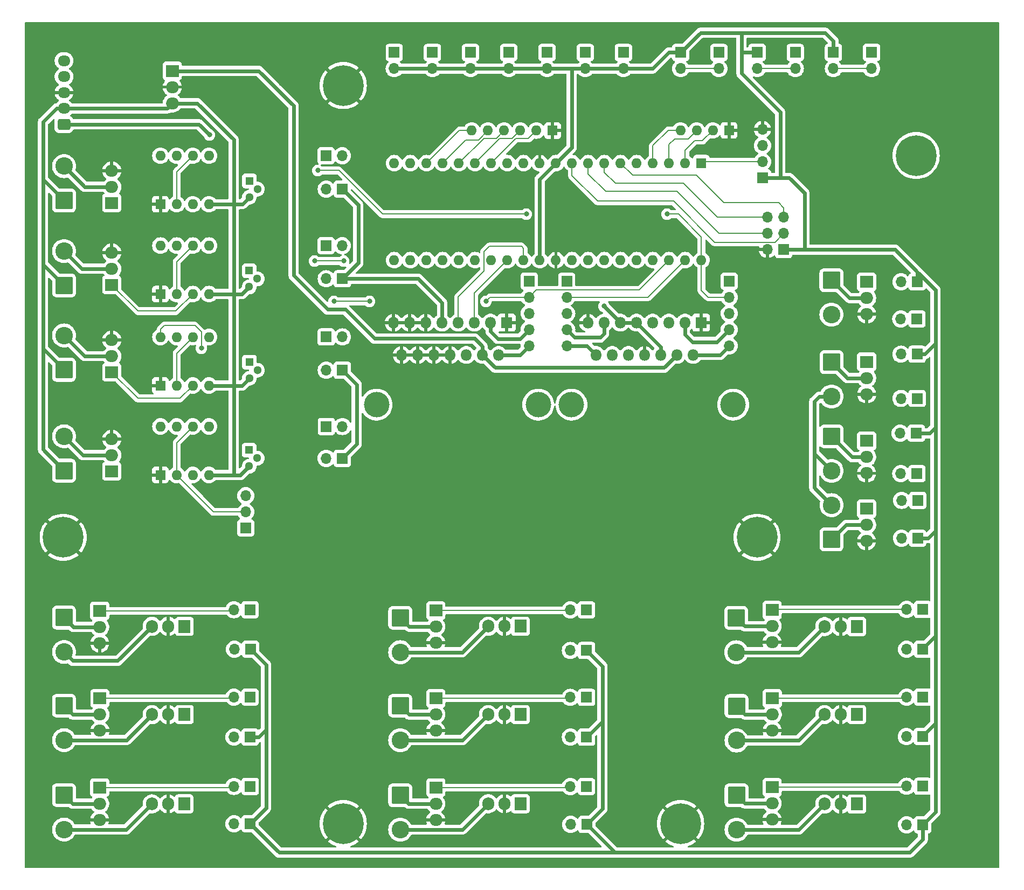
<source format=gbl>
G04 #@! TF.GenerationSoftware,KiCad,Pcbnew,8.0.2-8.0.2-0~ubuntu24.04.1*
G04 #@! TF.CreationDate,2024-04-29T20:29:20+02:00*
G04 #@! TF.ProjectId,astrobox_control,61737472-6f62-46f7-985f-636f6e74726f,1*
G04 #@! TF.SameCoordinates,Original*
G04 #@! TF.FileFunction,Copper,L2,Bot*
G04 #@! TF.FilePolarity,Positive*
%FSLAX46Y46*%
G04 Gerber Fmt 4.6, Leading zero omitted, Abs format (unit mm)*
G04 Created by KiCad (PCBNEW 8.0.2-8.0.2-0~ubuntu24.04.1) date 2024-04-29 20:29:20*
%MOMM*%
%LPD*%
G01*
G04 APERTURE LIST*
G04 Aperture macros list*
%AMRoundRect*
0 Rectangle with rounded corners*
0 $1 Rounding radius*
0 $2 $3 $4 $5 $6 $7 $8 $9 X,Y pos of 4 corners*
0 Add a 4 corners polygon primitive as box body*
4,1,4,$2,$3,$4,$5,$6,$7,$8,$9,$2,$3,0*
0 Add four circle primitives for the rounded corners*
1,1,$1+$1,$2,$3*
1,1,$1+$1,$4,$5*
1,1,$1+$1,$6,$7*
1,1,$1+$1,$8,$9*
0 Add four rect primitives between the rounded corners*
20,1,$1+$1,$2,$3,$4,$5,0*
20,1,$1+$1,$4,$5,$6,$7,0*
20,1,$1+$1,$6,$7,$8,$9,0*
20,1,$1+$1,$8,$9,$2,$3,0*%
G04 Aperture macros list end*
G04 #@! TA.AperFunction,ComponentPad*
%ADD10R,1.905000X2.000000*%
G04 #@! TD*
G04 #@! TA.AperFunction,ComponentPad*
%ADD11O,1.905000X2.000000*%
G04 #@! TD*
G04 #@! TA.AperFunction,ComponentPad*
%ADD12R,1.300000X1.300000*%
G04 #@! TD*
G04 #@! TA.AperFunction,ComponentPad*
%ADD13C,1.300000*%
G04 #@! TD*
G04 #@! TA.AperFunction,ComponentPad*
%ADD14R,1.700000X1.700000*%
G04 #@! TD*
G04 #@! TA.AperFunction,ComponentPad*
%ADD15O,1.700000X1.700000*%
G04 #@! TD*
G04 #@! TA.AperFunction,ComponentPad*
%ADD16RoundRect,0.250000X-1.125000X1.125000X-1.125000X-1.125000X1.125000X-1.125000X1.125000X1.125000X0*%
G04 #@! TD*
G04 #@! TA.AperFunction,ComponentPad*
%ADD17C,2.750000*%
G04 #@! TD*
G04 #@! TA.AperFunction,ComponentPad*
%ADD18R,2.000000X1.905000*%
G04 #@! TD*
G04 #@! TA.AperFunction,ComponentPad*
%ADD19O,2.000000X1.905000*%
G04 #@! TD*
G04 #@! TA.AperFunction,ComponentPad*
%ADD20C,6.400000*%
G04 #@! TD*
G04 #@! TA.AperFunction,ComponentPad*
%ADD21R,1.600000X1.600000*%
G04 #@! TD*
G04 #@! TA.AperFunction,ComponentPad*
%ADD22O,1.600000X1.600000*%
G04 #@! TD*
G04 #@! TA.AperFunction,ComponentPad*
%ADD23RoundRect,0.250000X1.125000X-1.125000X1.125000X1.125000X-1.125000X1.125000X-1.125000X-1.125000X0*%
G04 #@! TD*
G04 #@! TA.AperFunction,ComponentPad*
%ADD24R,1.800000X1.800000*%
G04 #@! TD*
G04 #@! TA.AperFunction,ComponentPad*
%ADD25O,1.800000X1.800000*%
G04 #@! TD*
G04 #@! TA.AperFunction,ComponentPad*
%ADD26C,4.000000*%
G04 #@! TD*
G04 #@! TA.AperFunction,ComponentPad*
%ADD27RoundRect,0.250000X0.725000X-0.600000X0.725000X0.600000X-0.725000X0.600000X-0.725000X-0.600000X0*%
G04 #@! TD*
G04 #@! TA.AperFunction,ComponentPad*
%ADD28O,1.950000X1.700000*%
G04 #@! TD*
G04 #@! TA.AperFunction,ViaPad*
%ADD29C,0.800000*%
G04 #@! TD*
G04 #@! TA.AperFunction,Conductor*
%ADD30C,0.600000*%
G04 #@! TD*
G04 #@! TA.AperFunction,Conductor*
%ADD31C,0.200000*%
G04 #@! TD*
G04 APERTURE END LIST*
D10*
G04 #@! TO.P,U15,1,VI*
G04 #@! TO.N,+12V*
X94843600Y-109982000D03*
D11*
G04 #@! TO.P,U15,2,GND*
G04 #@! TO.N,GND*
X92303600Y-109982000D03*
G04 #@! TO.P,U15,3,VO*
G04 #@! TO.N,Net-(J28-Pin_2)*
X89763600Y-109982000D03*
G04 #@! TD*
D12*
G04 #@! TO.P,Q7,1,C*
G04 #@! TO.N,Net-(Q7-C)*
X52218000Y-82296000D03*
D13*
G04 #@! TO.P,Q7,2,B*
G04 #@! TO.N,Net-(Q7-B)*
X53488000Y-83566000D03*
G04 #@! TO.P,Q7,3,E*
G04 #@! TO.N,+12V*
X52218000Y-84836000D03*
G04 #@! TD*
D14*
G04 #@! TO.P,D13,1,K*
G04 #@! TO.N,Net-(D13-K)*
X150000000Y-19800000D03*
D15*
G04 #@! TO.P,D13,2,A*
G04 #@! TO.N,/PWM control plane/AUTOHUM1*
X150000000Y-22340000D03*
G04 #@! TD*
D14*
G04 #@! TO.P,SW12,1,A*
G04 #@! TO.N,+5V*
X120000000Y-19807000D03*
D15*
G04 #@! TO.P,SW12,2,B*
G04 #@! TO.N,/PWM control plane/AUTOHUM3*
X120000000Y-22347000D03*
G04 #@! TD*
D16*
G04 #@! TO.P,J22,1,Pin_1*
G04 #@! TO.N,Net-(J22-Pin_1)*
X23125000Y-108625000D03*
D17*
G04 #@! TO.P,J22,2,Pin_2*
G04 #@! TO.N,Net-(J22-Pin_2)*
X23125000Y-114025000D03*
G04 #@! TD*
D16*
G04 #@! TO.P,J30,1,Pin_1*
G04 #@! TO.N,Net-(J30-Pin_1)*
X128778000Y-136550400D03*
D17*
G04 #@! TO.P,J30,2,Pin_2*
G04 #@! TO.N,Net-(J30-Pin_2)*
X128778000Y-141950400D03*
G04 #@! TD*
D14*
G04 #@! TO.P,SW9,1,A*
G04 #@! TO.N,+5V*
X132000000Y-19800000D03*
D15*
G04 #@! TO.P,SW9,2,B*
G04 #@! TO.N,/PWM control plane/AUTOHUM2*
X132000000Y-22340000D03*
G04 #@! TD*
D14*
G04 #@! TO.P,SW6,1,A*
G04 #@! TO.N,+5V*
X144000000Y-19800000D03*
D15*
G04 #@! TO.P,SW6,2,B*
G04 #@! TO.N,/PWM control plane/AUTOHUM1*
X144000000Y-22340000D03*
G04 #@! TD*
D14*
G04 #@! TO.P,U9,1,VDD*
G04 #@! TO.N,+5V*
X132850000Y-39520000D03*
D15*
G04 #@! TO.P,U9,2,DATA*
G04 #@! TO.N,/PWM control plane/DHT11*
X132850000Y-36980000D03*
G04 #@! TO.P,U9,3,NC*
G04 #@! TO.N,unconnected-(U9-NC-Pad3)*
X132850000Y-34440000D03*
G04 #@! TO.P,U9,4,GND*
G04 #@! TO.N,GND*
X132850000Y-31900000D03*
G04 #@! TD*
D18*
G04 #@! TO.P,Q8,1,G*
G04 #@! TO.N,Net-(Q8-G)*
X30625000Y-85630000D03*
D19*
G04 #@! TO.P,Q8,2,D*
G04 #@! TO.N,Net-(J5-Pin_2)*
X30625000Y-83090000D03*
G04 #@! TO.P,Q8,3,S*
G04 #@! TO.N,GND*
X30625000Y-80550000D03*
G04 #@! TD*
D20*
G04 #@! TO.P,REF\u002A\u002A,1*
G04 #@! TO.N,GND*
X132000000Y-96000000D03*
G04 #@! TD*
D21*
G04 #@! TO.P,U6,1,PB0*
G04 #@! TO.N,/PWM control plane/DHT11*
X123260000Y-37200000D03*
D22*
G04 #@! TO.P,U6,2,PB1*
G04 #@! TO.N,/PWM control plane/AUTOHUM1*
X120720000Y-37200000D03*
G04 #@! TO.P,U6,3,PB2*
G04 #@! TO.N,/PWM control plane/AUTOHUM2*
X118180000Y-37200000D03*
G04 #@! TO.P,U6,4,PB3*
G04 #@! TO.N,/PWM control plane/AUTOHUM3*
X115640000Y-37200000D03*
G04 #@! TO.P,U6,5,PB4*
G04 #@! TO.N,unconnected-(U6-PB4-Pad5)*
X113100000Y-37200000D03*
G04 #@! TO.P,U6,6,PB5*
G04 #@! TO.N,/PWM control plane/MOSI*
X110560000Y-37200000D03*
G04 #@! TO.P,U6,7,PB6*
G04 #@! TO.N,/PWM control plane/MISO*
X108020000Y-37200000D03*
G04 #@! TO.P,U6,8,PB7*
G04 #@! TO.N,/PWM control plane/SCK*
X105480000Y-37200000D03*
G04 #@! TO.P,U6,9,~{RESET}*
G04 #@! TO.N,/PWM control plane/RST*
X102940000Y-37200000D03*
G04 #@! TO.P,U6,10,VCC*
G04 #@! TO.N,+5V*
X100400000Y-37200000D03*
G04 #@! TO.P,U6,11,GND*
G04 #@! TO.N,GND*
X97860000Y-37200000D03*
G04 #@! TO.P,U6,12,XTAL2*
G04 #@! TO.N,unconnected-(U6-XTAL2-Pad12)*
X95320000Y-37200000D03*
G04 #@! TO.P,U6,13,XTAL1*
G04 #@! TO.N,unconnected-(U6-XTAL1-Pad13)*
X92780000Y-37200000D03*
G04 #@! TO.P,U6,14,PD0*
G04 #@! TO.N,/PWM control plane/PRESET1*
X90240000Y-37200000D03*
G04 #@! TO.P,U6,15,PD1*
G04 #@! TO.N,/PWM control plane/PRESET2*
X87700000Y-37200000D03*
G04 #@! TO.P,U6,16,PD2*
G04 #@! TO.N,/PWM control plane/PRESET3*
X85160000Y-37200000D03*
G04 #@! TO.P,U6,17,PD3*
G04 #@! TO.N,/PWM control plane/PRESET4*
X82620000Y-37200000D03*
G04 #@! TO.P,U6,18,PD4*
G04 #@! TO.N,/PWM control plane/PRESET5*
X80080000Y-37200000D03*
G04 #@! TO.P,U6,19,PD5*
G04 #@! TO.N,/PWM control plane/PRESET6*
X77540000Y-37200000D03*
G04 #@! TO.P,U6,20,PD6*
G04 #@! TO.N,/PWM control plane/PRESETW*
X75000000Y-37200000D03*
G04 #@! TO.P,U6,21,PD7*
G04 #@! TO.N,unconnected-(U6-PD7-Pad21)*
X75000000Y-52440000D03*
G04 #@! TO.P,U6,22,PC0*
G04 #@! TO.N,/PWM control plane/SCL*
X77540000Y-52440000D03*
G04 #@! TO.P,U6,23,PC1*
G04 #@! TO.N,/PWM control plane/SDA*
X80080000Y-52440000D03*
G04 #@! TO.P,U6,24,PC2*
G04 #@! TO.N,unconnected-(U6-PC2-Pad24)*
X82620000Y-52440000D03*
G04 #@! TO.P,U6,25,PC3*
G04 #@! TO.N,unconnected-(U6-PC3-Pad25)*
X85160000Y-52440000D03*
G04 #@! TO.P,U6,26,PC4*
G04 #@! TO.N,unconnected-(U6-PC4-Pad26)*
X87700000Y-52440000D03*
G04 #@! TO.P,U6,27,PC5*
G04 #@! TO.N,unconnected-(U6-PC5-Pad27)*
X90240000Y-52440000D03*
G04 #@! TO.P,U6,28,PC6*
G04 #@! TO.N,Net-(U6-PC6)*
X92780000Y-52440000D03*
G04 #@! TO.P,U6,29,PC7*
G04 #@! TO.N,Net-(U6-PC7)*
X95320000Y-52440000D03*
G04 #@! TO.P,U6,30,AVCC*
G04 #@! TO.N,+5V*
X97860000Y-52440000D03*
G04 #@! TO.P,U6,31,GND*
G04 #@! TO.N,GND*
X100400000Y-52440000D03*
G04 #@! TO.P,U6,32,AREF*
G04 #@! TO.N,unconnected-(U6-AREF-Pad32)*
X102940000Y-52440000D03*
G04 #@! TO.P,U6,33,PA7*
G04 #@! TO.N,unconnected-(U6-PA7-Pad33)*
X105480000Y-52440000D03*
G04 #@! TO.P,U6,34,PA6*
G04 #@! TO.N,Net-(U6-PA6)*
X108020000Y-52440000D03*
G04 #@! TO.P,U6,35,PA5*
G04 #@! TO.N,Net-(U6-PA5)*
X110560000Y-52440000D03*
G04 #@! TO.P,U6,36,PA4*
G04 #@! TO.N,Net-(U6-PA4)*
X113100000Y-52440000D03*
G04 #@! TO.P,U6,37,PA3*
G04 #@! TO.N,Net-(U6-PA3)*
X115640000Y-52440000D03*
G04 #@! TO.P,U6,38,PA2*
G04 #@! TO.N,/PWM control plane/FADER3*
X118180000Y-52440000D03*
G04 #@! TO.P,U6,39,PA1*
G04 #@! TO.N,/PWM control plane/FADER2*
X120720000Y-52440000D03*
G04 #@! TO.P,U6,40,PA0*
G04 #@! TO.N,/PWM control plane/FADER1*
X123260000Y-52440000D03*
G04 #@! TD*
D12*
G04 #@! TO.P,Q3,1,C*
G04 #@! TO.N,Net-(Q3-C)*
X52222400Y-54102000D03*
D13*
G04 #@! TO.P,Q3,2,B*
G04 #@! TO.N,Net-(Q3-B)*
X53492400Y-55372000D03*
G04 #@! TO.P,Q3,3,E*
G04 #@! TO.N,+12V*
X52222400Y-56642000D03*
G04 #@! TD*
D14*
G04 #@! TO.P,SW20,1,A*
G04 #@! TO.N,+5V*
X52374800Y-127403938D03*
D15*
G04 #@! TO.P,SW20,2,B*
G04 #@! TO.N,Net-(D21-A)*
X49834800Y-127403938D03*
G04 #@! TD*
D16*
G04 #@! TO.P,J28,1,Pin_1*
G04 #@! TO.N,Net-(J28-Pin_1)*
X75946000Y-108661200D03*
D17*
G04 #@! TO.P,J28,2,Pin_2*
G04 #@! TO.N,Net-(J28-Pin_2)*
X75946000Y-114061200D03*
G04 #@! TD*
D16*
G04 #@! TO.P,J24,1,Pin_1*
G04 #@! TO.N,Net-(J24-Pin_1)*
X75946000Y-136550400D03*
D17*
G04 #@! TO.P,J24,2,Pin_2*
G04 #@! TO.N,Net-(J24-Pin_2)*
X75946000Y-141950400D03*
G04 #@! TD*
D18*
G04 #@! TO.P,Q19,1,G*
G04 #@! TO.N,Net-(D26-A)*
X134366000Y-135280400D03*
D19*
G04 #@! TO.P,Q19,2,D*
G04 #@! TO.N,Net-(J30-Pin_1)*
X134366000Y-137820400D03*
G04 #@! TO.P,Q19,3,S*
G04 #@! TO.N,GND*
X134366000Y-140360400D03*
G04 #@! TD*
D14*
G04 #@! TO.P,D28,1,K*
G04 #@! TO.N,Net-(D28-K)*
X158043800Y-107340400D03*
D15*
G04 #@! TO.P,D28,2,A*
G04 #@! TO.N,Net-(D28-A)*
X155503800Y-107340400D03*
G04 #@! TD*
D14*
G04 #@! TO.P,D14,1,K*
G04 #@! TO.N,Net-(D14-K)*
X138000000Y-19807000D03*
D15*
G04 #@! TO.P,D14,2,A*
G04 #@! TO.N,/PWM control plane/AUTOHUM2*
X138000000Y-22347000D03*
G04 #@! TD*
D18*
G04 #@! TO.P,Q16,1,G*
G04 #@! TO.N,Net-(D23-A)*
X81534000Y-135331200D03*
D19*
G04 #@! TO.P,Q16,2,D*
G04 #@! TO.N,Net-(J24-Pin_1)*
X81534000Y-137871200D03*
G04 #@! TO.P,Q16,3,S*
G04 #@! TO.N,GND*
X81534000Y-140411200D03*
G04 #@! TD*
D14*
G04 #@! TO.P,SW13,1,1*
G04 #@! TO.N,/PWM control plane/PRESET6*
X81000000Y-19812000D03*
D15*
G04 #@! TO.P,SW13,2,2*
G04 #@! TO.N,+5V*
X81000000Y-22352000D03*
G04 #@! TD*
D18*
G04 #@! TO.P,Q21,1,G*
G04 #@! TO.N,Net-(D28-A)*
X134366000Y-107442000D03*
D19*
G04 #@! TO.P,Q21,2,D*
G04 #@! TO.N,Net-(J34-Pin_1)*
X134366000Y-109982000D03*
G04 #@! TO.P,Q21,3,S*
G04 #@! TO.N,GND*
X134366000Y-112522000D03*
G04 #@! TD*
D10*
G04 #@! TO.P,U14,1,VI*
G04 #@! TO.N,+12V*
X94843600Y-123850400D03*
D11*
G04 #@! TO.P,U14,2,GND*
G04 #@! TO.N,GND*
X92303600Y-123850400D03*
G04 #@! TO.P,U14,3,VO*
G04 #@! TO.N,Net-(J26-Pin_2)*
X89763600Y-123850400D03*
G04 #@! TD*
D14*
G04 #@! TO.P,SW2,1,A*
G04 #@! TO.N,+5V*
X66857800Y-55372000D03*
D15*
G04 #@! TO.P,SW2,2,B*
G04 #@! TO.N,Net-(D2-A)*
X64317800Y-55372000D03*
G04 #@! TD*
D14*
G04 #@! TO.P,SW16,1,A*
G04 #@! TO.N,+5V*
X157150000Y-55850000D03*
D15*
G04 #@! TO.P,SW16,2,B*
G04 #@! TO.N,Net-(D17-A)*
X154610000Y-55850000D03*
G04 #@! TD*
D14*
G04 #@! TO.P,SW3,1,A*
G04 #@! TO.N,+5V*
X66857800Y-69748400D03*
D15*
G04 #@! TO.P,SW3,2,B*
G04 #@! TO.N,Net-(D3-A)*
X64317800Y-69748400D03*
G04 #@! TD*
D14*
G04 #@! TO.P,SW11,1,1*
G04 #@! TO.N,/PWM control plane/PRESET5*
X87000000Y-19807000D03*
D15*
G04 #@! TO.P,SW11,2,2*
G04 #@! TO.N,+5V*
X87000000Y-22347000D03*
G04 #@! TD*
D18*
G04 #@! TO.P,Q13,1,G*
G04 #@! TO.N,Net-(D20-A)*
X28725000Y-135325000D03*
D19*
G04 #@! TO.P,Q13,2,D*
G04 #@! TO.N,Net-(J18-Pin_1)*
X28725000Y-137865000D03*
G04 #@! TO.P,Q13,3,S*
G04 #@! TO.N,GND*
X28725000Y-140405000D03*
G04 #@! TD*
D23*
G04 #@! TO.P,J5,1,Pin_1*
G04 #@! TO.N,+12V*
X23125000Y-85525000D03*
D17*
G04 #@! TO.P,J5,2,Pin_2*
G04 #@! TO.N,Net-(J5-Pin_2)*
X23125000Y-80125000D03*
G04 #@! TD*
D24*
G04 #@! TO.P,U7,1,SENSE_A*
G04 #@! TO.N,GND*
X123210000Y-62257500D03*
D25*
G04 #@! TO.P,U7,2,OUT1*
G04 #@! TO.N,Net-(J6-Pin_5)*
X121940000Y-67337500D03*
G04 #@! TO.P,U7,3,OUT2*
G04 #@! TO.N,Net-(J6-Pin_4)*
X120670000Y-62257500D03*
G04 #@! TO.P,U7,4,Vs*
G04 #@! TO.N,+10V*
X119400000Y-67337500D03*
G04 #@! TO.P,U7,5,IN1*
G04 #@! TO.N,Net-(U6-PA3)*
X118130000Y-62257500D03*
G04 #@! TO.P,U7,6,EnA*
G04 #@! TO.N,+5V*
X116860000Y-67337500D03*
G04 #@! TO.P,U7,7,IN2*
G04 #@! TO.N,Net-(U6-PA4)*
X115590000Y-62257500D03*
G04 #@! TO.P,U7,8,GND*
G04 #@! TO.N,GND*
X114320000Y-67337500D03*
G04 #@! TO.P,U7,9,Vss*
G04 #@! TO.N,+5V*
X113050000Y-62257500D03*
G04 #@! TO.P,U7,10,IN3*
G04 #@! TO.N,Net-(U6-PA5)*
X111780000Y-67337500D03*
G04 #@! TO.P,U7,11,EnB*
G04 #@! TO.N,+5V*
X110510000Y-62257500D03*
G04 #@! TO.P,U7,12,IN4*
G04 #@! TO.N,Net-(U6-PA6)*
X109240000Y-67337500D03*
G04 #@! TO.P,U7,13,OUT3*
G04 #@! TO.N,Net-(J7-Pin_4)*
X107970000Y-62257500D03*
G04 #@! TO.P,U7,14,OUT4*
G04 #@! TO.N,Net-(J7-Pin_5)*
X106700000Y-67337500D03*
G04 #@! TO.P,U7,15,SENSE_B*
G04 #@! TO.N,GND*
X105430000Y-62257500D03*
G04 #@! TD*
D10*
G04 #@! TO.P,U13,1,VI*
G04 #@! TO.N,+12V*
X94843600Y-137871200D03*
D11*
G04 #@! TO.P,U13,2,GND*
G04 #@! TO.N,GND*
X92303600Y-137871200D03*
G04 #@! TO.P,U13,3,VO*
G04 #@! TO.N,Net-(J24-Pin_2)*
X89763600Y-137871200D03*
G04 #@! TD*
D12*
G04 #@! TO.P,Q1,1,C*
G04 #@! TO.N,Net-(Q1-C)*
X52243400Y-40005000D03*
D13*
G04 #@! TO.P,Q1,2,B*
G04 #@! TO.N,Net-(Q1-B)*
X53513400Y-41275000D03*
G04 #@! TO.P,Q1,3,E*
G04 #@! TO.N,+12V*
X52243400Y-42545000D03*
G04 #@! TD*
D14*
G04 #@! TO.P,SW25,1,A*
G04 #@! TO.N,+5V*
X158038800Y-141173200D03*
D15*
G04 #@! TO.P,SW25,2,B*
G04 #@! TO.N,Net-(D26-A)*
X155498800Y-141173200D03*
G04 #@! TD*
D18*
G04 #@! TO.P,Q4,1,G*
G04 #@! TO.N,Net-(Q4-G)*
X30620000Y-56340000D03*
D19*
G04 #@! TO.P,Q4,2,D*
G04 #@! TO.N,Net-(J3-Pin_2)*
X30620000Y-53800000D03*
G04 #@! TO.P,Q4,3,S*
G04 #@! TO.N,GND*
X30620000Y-51260000D03*
G04 #@! TD*
D14*
G04 #@! TO.P,SW17,1,A*
G04 #@! TO.N,+5V*
X157140000Y-67225000D03*
D15*
G04 #@! TO.P,SW17,2,B*
G04 #@! TO.N,Net-(D18-A)*
X154600000Y-67225000D03*
G04 #@! TD*
D12*
G04 #@! TO.P,Q5,1,C*
G04 #@! TO.N,Net-(Q5-C)*
X52247800Y-68478400D03*
D13*
G04 #@! TO.P,Q5,2,B*
G04 #@! TO.N,Net-(Q5-B)*
X53517800Y-69748400D03*
G04 #@! TO.P,Q5,3,E*
G04 #@! TO.N,+12V*
X52247800Y-71018400D03*
G04 #@! TD*
D14*
G04 #@! TO.P,D4,1,K*
G04 #@! TO.N,Net-(D4-K)*
X64333200Y-78587600D03*
D15*
G04 #@! TO.P,D4,2,A*
G04 #@! TO.N,Net-(D4-A)*
X66873200Y-78587600D03*
G04 #@! TD*
D24*
G04 #@! TO.P,U8,1,SENSE_A*
G04 #@! TO.N,GND*
X92675000Y-62257500D03*
D25*
G04 #@! TO.P,U8,2,OUT1*
G04 #@! TO.N,Net-(J8-Pin_5)*
X91405000Y-67337500D03*
G04 #@! TO.P,U8,3,OUT2*
G04 #@! TO.N,Net-(J8-Pin_4)*
X90135000Y-62257500D03*
G04 #@! TO.P,U8,4,Vs*
G04 #@! TO.N,+10V*
X88865000Y-67337500D03*
G04 #@! TO.P,U8,5,IN1*
G04 #@! TO.N,Net-(U6-PC6)*
X87595000Y-62257500D03*
G04 #@! TO.P,U8,6,EnA*
G04 #@! TO.N,+5V*
X86325000Y-67337500D03*
G04 #@! TO.P,U8,7,IN2*
G04 #@! TO.N,Net-(U6-PC7)*
X85055000Y-62257500D03*
G04 #@! TO.P,U8,8,GND*
G04 #@! TO.N,GND*
X83785000Y-67337500D03*
G04 #@! TO.P,U8,9,Vss*
G04 #@! TO.N,+5V*
X82515000Y-62257500D03*
G04 #@! TO.P,U8,10,IN3*
G04 #@! TO.N,GND*
X81245000Y-67337500D03*
G04 #@! TO.P,U8,11,EnB*
X79975000Y-62257500D03*
G04 #@! TO.P,U8,12,IN4*
X78705000Y-67337500D03*
G04 #@! TO.P,U8,13,OUT3*
X77435000Y-62257500D03*
G04 #@! TO.P,U8,14,OUT4*
X76165000Y-67337500D03*
G04 #@! TO.P,U8,15,SENSE_B*
X74895000Y-62257500D03*
G04 #@! TD*
D14*
G04 #@! TO.P,SW8,1,1*
G04 #@! TO.N,/PWM control plane/PRESET3*
X99000000Y-19807000D03*
D15*
G04 #@! TO.P,SW8,2,2*
G04 #@! TO.N,+5V*
X99000000Y-22347000D03*
G04 #@! TD*
D21*
G04 #@! TO.P,RN1,1,R1*
G04 #@! TO.N,GND*
X99875000Y-32075000D03*
D22*
G04 #@! TO.P,RN1,2,R1.2*
G04 #@! TO.N,/PWM control plane/PRESET1*
X97335000Y-32075000D03*
G04 #@! TO.P,RN1,3,R2.2*
G04 #@! TO.N,/PWM control plane/PRESET2*
X94795000Y-32075000D03*
G04 #@! TO.P,RN1,4,R3.2*
G04 #@! TO.N,/PWM control plane/PRESET3*
X92255000Y-32075000D03*
G04 #@! TO.P,RN1,5,R4.2*
G04 #@! TO.N,/PWM control plane/PRESET4*
X89715000Y-32075000D03*
G04 #@! TO.P,RN1,6,R5.2*
G04 #@! TO.N,/PWM control plane/PRESET5*
X87175000Y-32075000D03*
G04 #@! TD*
D14*
G04 #@! TO.P,J6,1,Pin_1*
G04 #@! TO.N,Net-(D7-K)*
X127625000Y-55740000D03*
D15*
G04 #@! TO.P,J6,2,Pin_2*
G04 #@! TO.N,/PWM control plane/FADER1*
X127625000Y-58280000D03*
G04 #@! TO.P,J6,3,Pin_3*
G04 #@! TO.N,Net-(D8-A)*
X127625000Y-60820000D03*
G04 #@! TO.P,J6,4,Pin_4*
G04 #@! TO.N,Net-(J6-Pin_4)*
X127625000Y-63360000D03*
G04 #@! TO.P,J6,5,Pin_5*
G04 #@! TO.N,Net-(J6-Pin_5)*
X127625000Y-65900000D03*
G04 #@! TD*
D14*
G04 #@! TO.P,D3,1,K*
G04 #@! TO.N,Net-(D3-K)*
X64312800Y-64516000D03*
D15*
G04 #@! TO.P,D3,2,A*
G04 #@! TO.N,Net-(D3-A)*
X66852800Y-64516000D03*
G04 #@! TD*
D14*
G04 #@! TO.P,J9,1,Pin_1*
G04 #@! TO.N,+5V*
X136175000Y-50800000D03*
D15*
G04 #@! TO.P,J9,2,Pin_2*
G04 #@! TO.N,GND*
X133635000Y-50800000D03*
G04 #@! TO.P,J9,3,Pin_3*
G04 #@! TO.N,/PWM control plane/RST*
X136175000Y-48260000D03*
G04 #@! TO.P,J9,4,Pin_4*
G04 #@! TO.N,/PWM control plane/SCK*
X133635000Y-48260000D03*
G04 #@! TO.P,J9,5,Pin_5*
G04 #@! TO.N,/PWM control plane/MOSI*
X136175000Y-45720000D03*
G04 #@! TO.P,J9,6,Pin_6*
G04 #@! TO.N,/PWM control plane/MISO*
X133635000Y-45720000D03*
G04 #@! TD*
D14*
G04 #@! TO.P,D21,1,K*
G04 #@! TO.N,Net-(D21-K)*
X52350000Y-121125000D03*
D15*
G04 #@! TO.P,D21,2,A*
G04 #@! TO.N,Net-(D21-A)*
X49810000Y-121125000D03*
G04 #@! TD*
D14*
G04 #@! TO.P,D27,1,K*
G04 #@! TO.N,Net-(D27-K)*
X158043800Y-121107200D03*
D15*
G04 #@! TO.P,D27,2,A*
G04 #@! TO.N,Net-(D27-A)*
X155503800Y-121107200D03*
G04 #@! TD*
D23*
G04 #@! TO.P,J10,1,Pin_1*
G04 #@! TO.N,Net-(J10-Pin_1)*
X143695000Y-96340000D03*
D17*
G04 #@! TO.P,J10,2,Pin_2*
G04 #@! TO.N,+12V*
X143695000Y-90940000D03*
G04 #@! TD*
D14*
G04 #@! TO.P,D16,1,K*
G04 #@! TO.N,Net-(D16-K)*
X157245000Y-90190000D03*
D15*
G04 #@! TO.P,D16,2,A*
G04 #@! TO.N,Net-(D16-A)*
X154705000Y-90190000D03*
G04 #@! TD*
D18*
G04 #@! TO.P,Q15,1,G*
G04 #@! TO.N,Net-(D22-A)*
X28730000Y-107553938D03*
D19*
G04 #@! TO.P,Q15,2,D*
G04 #@! TO.N,Net-(J22-Pin_1)*
X28730000Y-110093938D03*
G04 #@! TO.P,Q15,3,S*
G04 #@! TO.N,GND*
X28730000Y-112633938D03*
G04 #@! TD*
D14*
G04 #@! TO.P,D17,1,K*
G04 #@! TO.N,Net-(D17-K)*
X157125000Y-61675000D03*
D15*
G04 #@! TO.P,D17,2,A*
G04 #@! TO.N,Net-(D17-A)*
X154585000Y-61675000D03*
G04 #@! TD*
D10*
G04 #@! TO.P,U12,1,VI*
G04 #@! TO.N,+12V*
X42030000Y-110000000D03*
D11*
G04 #@! TO.P,U12,2,GND*
G04 #@! TO.N,GND*
X39490000Y-110000000D03*
G04 #@! TO.P,U12,3,VO*
G04 #@! TO.N,Net-(J22-Pin_2)*
X36950000Y-110000000D03*
G04 #@! TD*
D18*
G04 #@! TO.P,Q11,1,G*
G04 #@! TO.N,Net-(D18-A)*
X149225000Y-68420000D03*
D19*
G04 #@! TO.P,Q11,2,D*
G04 #@! TO.N,Net-(J15-Pin_1)*
X149225000Y-70960000D03*
G04 #@! TO.P,Q11,3,S*
G04 #@! TO.N,GND*
X149225000Y-73500000D03*
G04 #@! TD*
D16*
G04 #@! TO.P,J20,1,Pin_1*
G04 #@! TO.N,Net-(J20-Pin_1)*
X23125000Y-122475000D03*
D17*
G04 #@! TO.P,J20,2,Pin_2*
G04 #@! TO.N,Net-(J20-Pin_2)*
X23125000Y-127875000D03*
G04 #@! TD*
D14*
G04 #@! TO.P,SW24,1,A*
G04 #@! TO.N,+5V*
X105211800Y-113792000D03*
D15*
G04 #@! TO.P,SW24,2,B*
G04 #@! TO.N,Net-(D25-A)*
X102671800Y-113792000D03*
G04 #@! TD*
D14*
G04 #@! TO.P,D2,1,K*
G04 #@! TO.N,Net-(D2-K)*
X64307800Y-50165000D03*
D15*
G04 #@! TO.P,D2,2,A*
G04 #@! TO.N,Net-(D2-A)*
X66847800Y-50165000D03*
G04 #@! TD*
D14*
G04 #@! TO.P,SW7,1,1*
G04 #@! TO.N,/PWM control plane/PRESET2*
X105000000Y-19807000D03*
D15*
G04 #@! TO.P,SW7,2,2*
G04 #@! TO.N,+5V*
X105000000Y-22347000D03*
G04 #@! TD*
D14*
G04 #@! TO.P,D15,1,K*
G04 #@! TO.N,Net-(D15-K)*
X126000000Y-19807000D03*
D15*
G04 #@! TO.P,D15,2,A*
G04 #@! TO.N,/PWM control plane/AUTOHUM3*
X126000000Y-22347000D03*
G04 #@! TD*
D10*
G04 #@! TO.P,U10,1,VI*
G04 #@! TO.N,+12V*
X42005000Y-137900000D03*
D11*
G04 #@! TO.P,U10,2,GND*
G04 #@! TO.N,GND*
X39465000Y-137900000D03*
G04 #@! TO.P,U10,3,VO*
G04 #@! TO.N,Net-(J18-Pin_2)*
X36925000Y-137900000D03*
G04 #@! TD*
D14*
G04 #@! TO.P,SW1,1,A*
G04 #@! TO.N,+5V*
X66857800Y-41275000D03*
D15*
G04 #@! TO.P,SW1,2,B*
G04 #@! TO.N,Net-(D1-A)*
X64317800Y-41275000D03*
G04 #@! TD*
D14*
G04 #@! TO.P,J8,1,Pin_1*
G04 #@! TO.N,Net-(D11-K)*
X96200000Y-55730000D03*
D15*
G04 #@! TO.P,J8,2,Pin_2*
G04 #@! TO.N,/PWM control plane/FADER3*
X96200000Y-58270000D03*
G04 #@! TO.P,J8,3,Pin_3*
G04 #@! TO.N,Net-(D12-A)*
X96200000Y-60810000D03*
G04 #@! TO.P,J8,4,Pin_4*
G04 #@! TO.N,Net-(J8-Pin_4)*
X96200000Y-63350000D03*
G04 #@! TO.P,J8,5,Pin_5*
G04 #@! TO.N,Net-(J8-Pin_5)*
X96200000Y-65890000D03*
G04 #@! TD*
D20*
G04 #@! TO.P,REF\u002A\u002A,1*
G04 #@! TO.N,N/C*
X157000000Y-36000000D03*
G04 #@! TD*
D18*
G04 #@! TO.P,Q20,1,G*
G04 #@! TO.N,Net-(D27-A)*
X134386200Y-121310400D03*
D19*
G04 #@! TO.P,Q20,2,D*
G04 #@! TO.N,Net-(J32-Pin_1)*
X134386200Y-123850400D03*
G04 #@! TO.P,Q20,3,S*
G04 #@! TO.N,GND*
X134386200Y-126390400D03*
G04 #@! TD*
D18*
G04 #@! TO.P,Q2,1,G*
G04 #@! TO.N,Net-(Q2-G)*
X30620000Y-43465000D03*
D19*
G04 #@! TO.P,Q2,2,D*
G04 #@! TO.N,Net-(J2-Pin_2)*
X30620000Y-40925000D03*
G04 #@! TO.P,Q2,3,S*
G04 #@! TO.N,GND*
X30620000Y-38385000D03*
G04 #@! TD*
D14*
G04 #@! TO.P,D1,1,K*
G04 #@! TO.N,Net-(D1-K)*
X64307800Y-36042600D03*
D15*
G04 #@! TO.P,D1,2,A*
G04 #@! TO.N,Net-(D1-A)*
X66847800Y-36042600D03*
G04 #@! TD*
D18*
G04 #@! TO.P,Q10,1,G*
G04 #@! TO.N,Net-(D17-A)*
X149225000Y-55850000D03*
D19*
G04 #@! TO.P,Q10,2,D*
G04 #@! TO.N,Net-(J13-Pin_1)*
X149225000Y-58390000D03*
G04 #@! TO.P,Q10,3,S*
G04 #@! TO.N,GND*
X149225000Y-60930000D03*
G04 #@! TD*
D14*
G04 #@! TO.P,SW15,1,A*
G04 #@! TO.N,+5V*
X157220000Y-96140000D03*
D15*
G04 #@! TO.P,SW15,2,B*
G04 #@! TO.N,Net-(D16-A)*
X154680000Y-96140000D03*
G04 #@! TD*
D23*
G04 #@! TO.P,J3,1,Pin_1*
G04 #@! TO.N,+12V*
X23125000Y-56415000D03*
D17*
G04 #@! TO.P,J3,2,Pin_2*
G04 #@! TO.N,Net-(J3-Pin_2)*
X23125000Y-51015000D03*
G04 #@! TD*
D18*
G04 #@! TO.P,Q9,1,G*
G04 #@! TO.N,Net-(D16-A)*
X149200000Y-91500000D03*
D19*
G04 #@! TO.P,Q9,2,D*
G04 #@! TO.N,Net-(J10-Pin_1)*
X149200000Y-94040000D03*
G04 #@! TO.P,Q9,3,S*
G04 #@! TO.N,GND*
X149200000Y-96580000D03*
G04 #@! TD*
D23*
G04 #@! TO.P,J4,1,Pin_1*
G04 #@! TO.N,+12V*
X23125000Y-69675000D03*
D17*
G04 #@! TO.P,J4,2,Pin_2*
G04 #@! TO.N,Net-(J4-Pin_2)*
X23125000Y-64275000D03*
G04 #@! TD*
D18*
G04 #@! TO.P,Q14,1,G*
G04 #@! TO.N,Net-(D21-A)*
X28755000Y-121303938D03*
D19*
G04 #@! TO.P,Q14,2,D*
G04 #@! TO.N,Net-(J20-Pin_1)*
X28755000Y-123843938D03*
G04 #@! TO.P,Q14,3,S*
G04 #@! TO.N,GND*
X28755000Y-126383938D03*
G04 #@! TD*
D16*
G04 #@! TO.P,J18,1,Pin_1*
G04 #@! TO.N,Net-(J18-Pin_1)*
X23125000Y-136525000D03*
D17*
G04 #@! TO.P,J18,2,Pin_2*
G04 #@! TO.N,Net-(J18-Pin_2)*
X23125000Y-141925000D03*
G04 #@! TD*
D14*
G04 #@! TO.P,SW4,1,A*
G04 #@! TO.N,+5V*
X66852800Y-83591400D03*
D15*
G04 #@! TO.P,SW4,2,B*
G04 #@! TO.N,Net-(D4-A)*
X64312800Y-83591400D03*
G04 #@! TD*
D21*
G04 #@! TO.P,U2,1,GND*
G04 #@! TO.N,GND*
X38275000Y-43650000D03*
D22*
G04 #@! TO.P,U2,2,TR*
G04 #@! TO.N,/PWM control plane/FADER1*
X40815000Y-43650000D03*
G04 #@! TO.P,U2,3,Q*
G04 #@! TO.N,Net-(Q2-G)*
X43355000Y-43650000D03*
G04 #@! TO.P,U2,4,R*
G04 #@! TO.N,+12V*
X45895000Y-43650000D03*
G04 #@! TO.P,U2,5,CV*
G04 #@! TO.N,Net-(U2-CV)*
X45895000Y-36030000D03*
G04 #@! TO.P,U2,6,THR*
G04 #@! TO.N,/PWM control plane/FADER1*
X43355000Y-36030000D03*
G04 #@! TO.P,U2,7,DIS*
G04 #@! TO.N,/PWM control plane/PWM_1 555-7 OUT*
X40815000Y-36030000D03*
G04 #@! TO.P,U2,8,VCC*
G04 #@! TO.N,Net-(Q1-C)*
X38275000Y-36030000D03*
G04 #@! TD*
D14*
G04 #@! TO.P,SW14,1,1*
G04 #@! TO.N,/PWM control plane/PRESETW*
X75000000Y-19812000D03*
D15*
G04 #@! TO.P,SW14,2,2*
G04 #@! TO.N,+5V*
X75000000Y-22352000D03*
G04 #@! TD*
D14*
G04 #@! TO.P,D18,1,K*
G04 #@! TO.N,Net-(D18-K)*
X157150000Y-74175000D03*
D15*
G04 #@! TO.P,D18,2,A*
G04 #@! TO.N,Net-(D18-A)*
X154610000Y-74175000D03*
G04 #@! TD*
D18*
G04 #@! TO.P,Q6,1,G*
G04 #@! TO.N,Net-(Q6-G)*
X30625000Y-70065000D03*
D19*
G04 #@! TO.P,Q6,2,D*
G04 #@! TO.N,Net-(J4-Pin_2)*
X30625000Y-67525000D03*
G04 #@! TO.P,Q6,3,S*
G04 #@! TO.N,GND*
X30625000Y-64985000D03*
G04 #@! TD*
D18*
G04 #@! TO.P,U1,1,VO*
G04 #@! TO.N,+10V*
X40143400Y-22696800D03*
D19*
G04 #@! TO.P,U1,2,GND*
G04 #@! TO.N,GND*
X40143400Y-25236800D03*
G04 #@! TO.P,U1,3,VI*
G04 #@! TO.N,+12V*
X40143400Y-27776800D03*
G04 #@! TD*
D23*
G04 #@! TO.P,J2,1,Pin_1*
G04 #@! TO.N,+12V*
X23125000Y-43075000D03*
D17*
G04 #@! TO.P,J2,2,Pin_2*
G04 #@! TO.N,Net-(J2-Pin_2)*
X23125000Y-37675000D03*
G04 #@! TD*
D14*
G04 #@! TO.P,D20,1,K*
G04 #@! TO.N,Net-(D20-K)*
X52375000Y-135150000D03*
D15*
G04 #@! TO.P,D20,2,A*
G04 #@! TO.N,Net-(D20-A)*
X49835000Y-135150000D03*
G04 #@! TD*
D14*
G04 #@! TO.P,SW27,1,A*
G04 #@! TO.N,+5V*
X158038800Y-113588800D03*
D15*
G04 #@! TO.P,SW27,2,B*
G04 #@! TO.N,Net-(D28-A)*
X155498800Y-113588800D03*
G04 #@! TD*
D20*
G04 #@! TO.P,,1*
G04 #@! TO.N,GND*
X120000000Y-141000000D03*
G04 #@! TD*
D14*
G04 #@! TO.P,D26,1,K*
G04 #@! TO.N,Net-(D26-K)*
X158038800Y-135128000D03*
D15*
G04 #@! TO.P,D26,2,A*
G04 #@! TO.N,Net-(D26-A)*
X155498800Y-135128000D03*
G04 #@! TD*
D16*
G04 #@! TO.P,J13,1,Pin_1*
G04 #@! TO.N,Net-(J13-Pin_1)*
X143675000Y-55600000D03*
D17*
G04 #@! TO.P,J13,2,Pin_2*
G04 #@! TO.N,+12V*
X143675000Y-61000000D03*
G04 #@! TD*
D14*
G04 #@! TO.P,SW23,1,A*
G04 #@! TO.N,+5V*
X105211800Y-127406400D03*
D15*
G04 #@! TO.P,SW23,2,B*
G04 #@! TO.N,Net-(D24-A)*
X102671800Y-127406400D03*
G04 #@! TD*
D10*
G04 #@! TO.P,U11,1,VI*
G04 #@! TO.N,+12V*
X42029000Y-123858938D03*
D11*
G04 #@! TO.P,U11,2,GND*
G04 #@! TO.N,GND*
X39489000Y-123858938D03*
G04 #@! TO.P,U11,3,VO*
G04 #@! TO.N,Net-(J20-Pin_2)*
X36949000Y-123858938D03*
G04 #@! TD*
D14*
G04 #@! TO.P,D24,1,K*
G04 #@! TO.N,Net-(D24-K)*
X105211800Y-121158000D03*
D15*
G04 #@! TO.P,D24,2,A*
G04 #@! TO.N,Net-(D24-A)*
X102671800Y-121158000D03*
G04 #@! TD*
D20*
G04 #@! TO.P,,1*
G04 #@! TO.N,GND*
X23000000Y-96000000D03*
G04 #@! TD*
D16*
G04 #@! TO.P,J15,1,Pin_1*
G04 #@! TO.N,Net-(J15-Pin_1)*
X143700000Y-68475000D03*
D17*
G04 #@! TO.P,J15,2,Pin_2*
G04 #@! TO.N,+12V*
X143700000Y-73875000D03*
G04 #@! TD*
D16*
G04 #@! TO.P,J17,1,Pin_1*
G04 #@! TO.N,Net-(J17-Pin_1)*
X143700000Y-80150000D03*
D17*
G04 #@! TO.P,J17,2,Pin_2*
G04 #@! TO.N,+12V*
X143700000Y-85550000D03*
G04 #@! TD*
D14*
G04 #@! TO.P,SW22,1,A*
G04 #@! TO.N,+5V*
X105257600Y-141122400D03*
D15*
G04 #@! TO.P,SW22,2,B*
G04 #@! TO.N,Net-(D23-A)*
X102717600Y-141122400D03*
G04 #@! TD*
D16*
G04 #@! TO.P,J34,1,Pin_1*
G04 #@! TO.N,Net-(J34-Pin_1)*
X128727200Y-108661200D03*
D17*
G04 #@! TO.P,J34,2,Pin_2*
G04 #@! TO.N,Net-(J34-Pin_2)*
X128727200Y-114061200D03*
G04 #@! TD*
D20*
G04 #@! TO.P,,1*
G04 #@! TO.N,GND*
X67000000Y-25000000D03*
G04 #@! TD*
D21*
G04 #@! TO.P,RN3,1,R1*
G04 #@! TO.N,GND*
X127590000Y-32050000D03*
D22*
G04 #@! TO.P,RN3,2,R1.2*
G04 #@! TO.N,/PWM control plane/AUTOHUM1*
X125050000Y-32050000D03*
G04 #@! TO.P,RN3,3,R2.2*
G04 #@! TO.N,/PWM control plane/AUTOHUM2*
X122510000Y-32050000D03*
G04 #@! TO.P,RN3,4,R3.2*
G04 #@! TO.N,/PWM control plane/AUTOHUM3*
X119970000Y-32050000D03*
G04 #@! TD*
D14*
G04 #@! TO.P,RV1,1,1*
G04 #@! TO.N,Net-(D5-K)*
X51675000Y-94540000D03*
D15*
G04 #@! TO.P,RV1,2,2*
G04 #@! TO.N,/PWM control plane/PWM_4 OUT*
X51675000Y-92000000D03*
G04 #@! TO.P,RV1,3,3*
G04 #@! TO.N,Net-(D6-A)*
X51675000Y-89460000D03*
G04 #@! TD*
D14*
G04 #@! TO.P,SW5,1,1*
G04 #@! TO.N,/PWM control plane/PRESET1*
X111000000Y-19807000D03*
D15*
G04 #@! TO.P,SW5,2,2*
G04 #@! TO.N,+5V*
X111000000Y-22347000D03*
G04 #@! TD*
D20*
G04 #@! TO.P,,1*
G04 #@! TO.N,GND*
X67000000Y-141000000D03*
G04 #@! TD*
D10*
G04 #@! TO.P,U18,1,VI*
G04 #@! TO.N,+12V*
X147675600Y-110032800D03*
D11*
G04 #@! TO.P,U18,2,GND*
G04 #@! TO.N,GND*
X145135600Y-110032800D03*
G04 #@! TO.P,U18,3,VO*
G04 #@! TO.N,Net-(J34-Pin_2)*
X142595600Y-110032800D03*
G04 #@! TD*
D14*
G04 #@! TO.P,J7,1,Pin_1*
G04 #@! TO.N,Net-(D10-K)*
X102100000Y-55740000D03*
D15*
G04 #@! TO.P,J7,2,Pin_2*
G04 #@! TO.N,/PWM control plane/FADER2*
X102100000Y-58280000D03*
G04 #@! TO.P,J7,3,Pin_3*
G04 #@! TO.N,Net-(D9-A)*
X102100000Y-60820000D03*
G04 #@! TO.P,J7,4,Pin_4*
G04 #@! TO.N,Net-(J7-Pin_4)*
X102100000Y-63360000D03*
G04 #@! TO.P,J7,5,Pin_5*
G04 #@! TO.N,Net-(J7-Pin_5)*
X102100000Y-65900000D03*
G04 #@! TD*
D10*
G04 #@! TO.P,U16,1,VI*
G04 #@! TO.N,+12V*
X147675600Y-137922000D03*
D11*
G04 #@! TO.P,U16,2,GND*
G04 #@! TO.N,GND*
X145135600Y-137922000D03*
G04 #@! TO.P,U16,3,VO*
G04 #@! TO.N,Net-(J30-Pin_2)*
X142595600Y-137922000D03*
G04 #@! TD*
D14*
G04 #@! TO.P,D25,1,K*
G04 #@! TO.N,Net-(D25-K)*
X105206800Y-107391200D03*
D15*
G04 #@! TO.P,D25,2,A*
G04 #@! TO.N,Net-(D25-A)*
X102666800Y-107391200D03*
G04 #@! TD*
D14*
G04 #@! TO.P,SW19,1,A*
G04 #@! TO.N,+5V*
X52374800Y-141020800D03*
D15*
G04 #@! TO.P,SW19,2,B*
G04 #@! TO.N,Net-(D20-A)*
X49834800Y-141020800D03*
G04 #@! TD*
D26*
G04 #@! TO.P,REF\u002A\u002A,1*
G04 #@! TO.N,N/C*
X97625000Y-75162500D03*
X72225000Y-75162500D03*
G04 #@! TD*
D14*
G04 #@! TO.P,SW26,1,A*
G04 #@! TO.N,+5V*
X157993000Y-127304800D03*
D15*
G04 #@! TO.P,SW26,2,B*
G04 #@! TO.N,Net-(D27-A)*
X155453000Y-127304800D03*
G04 #@! TD*
D14*
G04 #@! TO.P,SW18,1,A*
G04 #@! TO.N,+5V*
X157025000Y-79650000D03*
D15*
G04 #@! TO.P,SW18,2,B*
G04 #@! TO.N,Net-(D19-A)*
X154485000Y-79650000D03*
G04 #@! TD*
D14*
G04 #@! TO.P,D23,1,K*
G04 #@! TO.N,Net-(D23-K)*
X105206800Y-135178800D03*
D15*
G04 #@! TO.P,D23,2,A*
G04 #@! TO.N,Net-(D23-A)*
X102666800Y-135178800D03*
G04 #@! TD*
D16*
G04 #@! TO.P,J32,1,Pin_1*
G04 #@! TO.N,Net-(J32-Pin_1)*
X128778000Y-122529600D03*
D17*
G04 #@! TO.P,J32,2,Pin_2*
G04 #@! TO.N,Net-(J32-Pin_2)*
X128778000Y-127929600D03*
G04 #@! TD*
D21*
G04 #@! TO.P,U3,1,GND*
G04 #@! TO.N,GND*
X38275000Y-57775000D03*
D22*
G04 #@! TO.P,U3,2,TR*
G04 #@! TO.N,/PWM control plane/FADER2*
X40815000Y-57775000D03*
G04 #@! TO.P,U3,3,Q*
G04 #@! TO.N,Net-(Q4-G)*
X43355000Y-57775000D03*
G04 #@! TO.P,U3,4,R*
G04 #@! TO.N,+12V*
X45895000Y-57775000D03*
G04 #@! TO.P,U3,5,CV*
G04 #@! TO.N,Net-(U3-CV)*
X45895000Y-50155000D03*
G04 #@! TO.P,U3,6,THR*
G04 #@! TO.N,/PWM control plane/FADER2*
X43355000Y-50155000D03*
G04 #@! TO.P,U3,7,DIS*
G04 #@! TO.N,/PWM control plane/PWM_2 555-7 OUT*
X40815000Y-50155000D03*
G04 #@! TO.P,U3,8,VCC*
G04 #@! TO.N,Net-(Q3-C)*
X38275000Y-50155000D03*
G04 #@! TD*
D14*
G04 #@! TO.P,SW21,1,A*
G04 #@! TO.N,+5V*
X52425600Y-113588800D03*
D15*
G04 #@! TO.P,SW21,2,B*
G04 #@! TO.N,Net-(D22-A)*
X49885600Y-113588800D03*
G04 #@! TD*
D27*
G04 #@! TO.P,J1,1,Pin_1*
G04 #@! TO.N,+5V*
X23114000Y-31100000D03*
D28*
G04 #@! TO.P,J1,2,Pin_2*
G04 #@! TO.N,+12V*
X23114000Y-28600000D03*
G04 #@! TO.P,J1,3,Pin_3*
G04 #@! TO.N,GND*
X23114000Y-26100000D03*
G04 #@! TO.P,J1,4,Pin_4*
G04 #@! TO.N,/PWM control plane/SCL*
X23114000Y-23600000D03*
G04 #@! TO.P,J1,5,Pin_5*
G04 #@! TO.N,/PWM control plane/SDA*
X23114000Y-21100000D03*
G04 #@! TD*
D14*
G04 #@! TO.P,SW10,1,1*
G04 #@! TO.N,/PWM control plane/PRESET4*
X93000000Y-19807000D03*
D15*
G04 #@! TO.P,SW10,2,2*
G04 #@! TO.N,+5V*
X93000000Y-22347000D03*
G04 #@! TD*
D10*
G04 #@! TO.P,U17,1,VI*
G04 #@! TO.N,+12V*
X147675600Y-123850400D03*
D11*
G04 #@! TO.P,U17,2,GND*
G04 #@! TO.N,GND*
X145135600Y-123850400D03*
G04 #@! TO.P,U17,3,VO*
G04 #@! TO.N,Net-(J32-Pin_2)*
X142595600Y-123850400D03*
G04 #@! TD*
D26*
G04 #@! TO.P,REF\u002A\u002A,1*
G04 #@! TO.N,N/C*
X128250000Y-75162500D03*
X102850000Y-75162500D03*
G04 #@! TD*
D21*
G04 #@! TO.P,U4,1,GND*
G04 #@! TO.N,GND*
X38275000Y-72150000D03*
D22*
G04 #@! TO.P,U4,2,TR*
G04 #@! TO.N,/PWM control plane/FADER3*
X40815000Y-72150000D03*
G04 #@! TO.P,U4,3,Q*
G04 #@! TO.N,Net-(Q6-G)*
X43355000Y-72150000D03*
G04 #@! TO.P,U4,4,R*
G04 #@! TO.N,+12V*
X45895000Y-72150000D03*
G04 #@! TO.P,U4,5,CV*
G04 #@! TO.N,Net-(U4-CV)*
X45895000Y-64530000D03*
G04 #@! TO.P,U4,6,THR*
G04 #@! TO.N,/PWM control plane/FADER3*
X43355000Y-64530000D03*
G04 #@! TO.P,U4,7,DIS*
G04 #@! TO.N,/PWM control plane/PWM_3 555-7 OUT*
X40815000Y-64530000D03*
G04 #@! TO.P,U4,8,VCC*
G04 #@! TO.N,Net-(Q5-C)*
X38275000Y-64530000D03*
G04 #@! TD*
D21*
G04 #@! TO.P,U5,1,GND*
G04 #@! TO.N,GND*
X38275000Y-86200000D03*
D22*
G04 #@! TO.P,U5,2,TR*
G04 #@! TO.N,/PWM control plane/PWM_4 OUT*
X40815000Y-86200000D03*
G04 #@! TO.P,U5,3,Q*
G04 #@! TO.N,Net-(Q8-G)*
X43355000Y-86200000D03*
G04 #@! TO.P,U5,4,R*
G04 #@! TO.N,+12V*
X45895000Y-86200000D03*
G04 #@! TO.P,U5,5,CV*
G04 #@! TO.N,Net-(U5-CV)*
X45895000Y-78580000D03*
G04 #@! TO.P,U5,6,THR*
G04 #@! TO.N,/PWM control plane/PWM_4 OUT*
X43355000Y-78580000D03*
G04 #@! TO.P,U5,7,DIS*
G04 #@! TO.N,/PWM control plane/PWM_4 555-7 OUT*
X40815000Y-78580000D03*
G04 #@! TO.P,U5,8,VCC*
G04 #@! TO.N,Net-(Q7-C)*
X38275000Y-78580000D03*
G04 #@! TD*
D18*
G04 #@! TO.P,Q18,1,G*
G04 #@! TO.N,Net-(D25-A)*
X81534000Y-107492800D03*
D19*
G04 #@! TO.P,Q18,2,D*
G04 #@! TO.N,Net-(J28-Pin_1)*
X81534000Y-110032800D03*
G04 #@! TO.P,Q18,3,S*
G04 #@! TO.N,GND*
X81534000Y-112572800D03*
G04 #@! TD*
D18*
G04 #@! TO.P,Q17,1,G*
G04 #@! TO.N,Net-(D24-A)*
X81534000Y-121310400D03*
D19*
G04 #@! TO.P,Q17,2,D*
G04 #@! TO.N,Net-(J26-Pin_1)*
X81534000Y-123850400D03*
G04 #@! TO.P,Q17,3,S*
G04 #@! TO.N,GND*
X81534000Y-126390400D03*
G04 #@! TD*
D14*
G04 #@! TO.P,D19,1,K*
G04 #@! TO.N,Net-(D19-K)*
X157125000Y-85975000D03*
D15*
G04 #@! TO.P,D19,2,A*
G04 #@! TO.N,Net-(D19-A)*
X154585000Y-85975000D03*
G04 #@! TD*
D18*
G04 #@! TO.P,Q12,1,G*
G04 #@! TO.N,Net-(D19-A)*
X149205000Y-80860000D03*
D19*
G04 #@! TO.P,Q12,2,D*
G04 #@! TO.N,Net-(J17-Pin_1)*
X149205000Y-83400000D03*
G04 #@! TO.P,Q12,3,S*
G04 #@! TO.N,GND*
X149205000Y-85940000D03*
G04 #@! TD*
D14*
G04 #@! TO.P,D22,1,K*
G04 #@! TO.N,Net-(D22-K)*
X52350000Y-107375000D03*
D15*
G04 #@! TO.P,D22,2,A*
G04 #@! TO.N,Net-(D22-A)*
X49810000Y-107375000D03*
G04 #@! TD*
D16*
G04 #@! TO.P,J26,1,Pin_1*
G04 #@! TO.N,Net-(J26-Pin_1)*
X75946000Y-122478800D03*
D17*
G04 #@! TO.P,J26,2,Pin_2*
G04 #@! TO.N,Net-(J26-Pin_2)*
X75946000Y-127878800D03*
G04 #@! TD*
D29*
G04 #@! TO.N,GND*
X74422000Y-89154000D03*
X84328000Y-90678000D03*
G04 #@! TO.N,/PWM control plane/FADER1*
X117856000Y-45212000D03*
X62992000Y-38354000D03*
X95758000Y-45212000D03*
G04 #@! TO.N,/PWM control plane/FADER2*
X67056000Y-52578000D03*
X62484000Y-52578000D03*
G04 #@! TO.N,/PWM control plane/FADER3*
X89408000Y-58928000D03*
X71120000Y-58928000D03*
X65532000Y-58928000D03*
G04 #@! TO.N,+5V*
X45974000Y-32766000D03*
X107950000Y-59690000D03*
G04 #@! TO.N,Net-(Q5-C)*
X44704000Y-66294000D03*
G04 #@! TD*
D30*
G04 #@! TO.N,+12V*
X19812000Y-39762000D02*
X19812000Y-30734000D01*
X19812000Y-53102000D02*
X19812000Y-39762000D01*
X51089400Y-57775000D02*
X52222400Y-56642000D01*
X45895000Y-43650000D02*
X49784000Y-43650000D01*
X21946000Y-28600000D02*
X23114000Y-28600000D01*
X49784000Y-43650000D02*
X49784000Y-57775000D01*
X49784000Y-57775000D02*
X51089400Y-57775000D01*
X49784000Y-33528000D02*
X49784000Y-43650000D01*
X19812000Y-30734000D02*
X21946000Y-28600000D01*
X50854000Y-86200000D02*
X52218000Y-84836000D01*
X140970000Y-82820000D02*
X140970000Y-88215000D01*
X23114000Y-28600000D02*
X39320200Y-28600000D01*
X49784000Y-57775000D02*
X49784000Y-72150000D01*
X23125000Y-43075000D02*
X19812000Y-39762000D01*
X23125000Y-56415000D02*
X19812000Y-53102000D01*
X19812000Y-82212000D02*
X19812000Y-66362000D01*
X39320200Y-28600000D02*
X40143400Y-27776800D01*
X45895000Y-72150000D02*
X49784000Y-72150000D01*
X23125000Y-69675000D02*
X19812000Y-66362000D01*
X51116200Y-72150000D02*
X52247800Y-71018400D01*
X143700000Y-73875000D02*
X141771000Y-73875000D01*
X45895000Y-57775000D02*
X49784000Y-57775000D01*
X140970000Y-82820000D02*
X143700000Y-85550000D01*
X49784000Y-43650000D02*
X51138400Y-43650000D01*
X45895000Y-86200000D02*
X49784000Y-86200000D01*
X49784000Y-72150000D02*
X49784000Y-86200000D01*
X19812000Y-66362000D02*
X19812000Y-53102000D01*
X51138400Y-43650000D02*
X52243400Y-42545000D01*
X44032800Y-27776800D02*
X49784000Y-33528000D01*
X40143400Y-27776800D02*
X44032800Y-27776800D01*
X140970000Y-88215000D02*
X143695000Y-90940000D01*
X141771000Y-73875000D02*
X140970000Y-74676000D01*
X49784000Y-72150000D02*
X51116200Y-72150000D01*
X23125000Y-85525000D02*
X19812000Y-82212000D01*
X140970000Y-74676000D02*
X140970000Y-82820000D01*
X49784000Y-86200000D02*
X50854000Y-86200000D01*
G04 #@! TO.N,+10V*
X88865000Y-66005000D02*
X88865000Y-67337500D01*
X67310000Y-60198000D02*
X71882000Y-64770000D01*
X59182000Y-54864000D02*
X64516000Y-60198000D01*
X40143400Y-22696800D02*
X53684800Y-22696800D01*
X53684800Y-22696800D02*
X59182000Y-28194000D01*
X90869500Y-69342000D02*
X117395500Y-69342000D01*
X88865000Y-67337500D02*
X90869500Y-69342000D01*
X87630000Y-64770000D02*
X88865000Y-66005000D01*
X117395500Y-69342000D02*
X119400000Y-67337500D01*
X59182000Y-28194000D02*
X59182000Y-54864000D01*
X64516000Y-60198000D02*
X67310000Y-60198000D01*
X71882000Y-64770000D02*
X87630000Y-64770000D01*
D31*
G04 #@! TO.N,/PWM control plane/FADER1*
X66294000Y-38354000D02*
X73152000Y-45212000D01*
X123260000Y-48838000D02*
X123260000Y-52440000D01*
X124320000Y-58280000D02*
X123260000Y-57220000D01*
X62992000Y-38354000D02*
X66294000Y-38354000D01*
X127625000Y-58280000D02*
X124320000Y-58280000D01*
X123260000Y-57220000D02*
X123260000Y-52440000D01*
X40815000Y-43650000D02*
X40815000Y-38570000D01*
X40815000Y-38570000D02*
X43355000Y-36030000D01*
X119634000Y-45212000D02*
X123260000Y-48838000D01*
X73152000Y-45212000D02*
X95758000Y-45212000D01*
X117856000Y-45212000D02*
X119634000Y-45212000D01*
G04 #@! TO.N,/PWM control plane/FADER2*
X62484000Y-52578000D02*
X67056000Y-52578000D01*
X40815000Y-57775000D02*
X40815000Y-52695000D01*
X114880000Y-58280000D02*
X120720000Y-52440000D01*
X102100000Y-58280000D02*
X114880000Y-58280000D01*
X40815000Y-52695000D02*
X43355000Y-50155000D01*
G04 #@! TO.N,/PWM control plane/FADER3*
X96200000Y-58270000D02*
X90066000Y-58270000D01*
X40815000Y-67070000D02*
X43355000Y-64530000D01*
X71120000Y-58928000D02*
X65532000Y-58928000D01*
X113490000Y-57130000D02*
X118180000Y-52440000D01*
X96200000Y-58270000D02*
X97340000Y-57130000D01*
X90066000Y-58270000D02*
X89408000Y-58928000D01*
X97340000Y-57130000D02*
X113490000Y-57130000D01*
X40815000Y-72150000D02*
X40815000Y-67070000D01*
G04 #@! TO.N,/PWM control plane/PWM_4 OUT*
X40815000Y-81120000D02*
X43355000Y-78580000D01*
X40815000Y-86200000D02*
X40815000Y-81120000D01*
X51675000Y-92000000D02*
X46615000Y-92000000D01*
X46615000Y-92000000D02*
X40815000Y-86200000D01*
D30*
G04 #@! TO.N,+5V*
X153670000Y-50800000D02*
X157150000Y-54280000D01*
X135636000Y-39520000D02*
X137056000Y-39520000D01*
X105000000Y-22347000D02*
X111000000Y-22347000D01*
X123107000Y-16700000D02*
X129540000Y-16700000D01*
X139446000Y-41910000D02*
X139446000Y-50800000D01*
X158038800Y-113487200D02*
X160020000Y-111506000D01*
X69088000Y-81356200D02*
X69088000Y-71978600D01*
X107696000Y-124968000D02*
X107696000Y-138684000D01*
X129540000Y-19812000D02*
X129540000Y-16700000D01*
X116860000Y-66067500D02*
X116860000Y-67337500D01*
X137056000Y-39520000D02*
X139446000Y-41910000D01*
X107696000Y-116276200D02*
X107696000Y-124968000D01*
X102870000Y-34730000D02*
X102870000Y-22347000D01*
X115575000Y-22347000D02*
X111000000Y-22347000D01*
X157140000Y-67225000D02*
X158327000Y-67225000D01*
X129540000Y-23114000D02*
X129540000Y-19812000D01*
X110510000Y-62257500D02*
X110510000Y-62250000D01*
X135636000Y-39520000D02*
X135636000Y-29210000D01*
X54864000Y-126238000D02*
X54864000Y-116027200D01*
X160020000Y-125222000D02*
X160020000Y-111506000D01*
X100400000Y-37200000D02*
X102870000Y-34730000D01*
X52374800Y-127403938D02*
X53698062Y-127403938D01*
X66857800Y-55372000D02*
X78740000Y-55372000D01*
X132000000Y-19800000D02*
X129552000Y-19800000D01*
X160020000Y-111506000D02*
X160020000Y-94996000D01*
X87000000Y-22347000D02*
X93000000Y-22347000D01*
X52374800Y-141020800D02*
X54864000Y-138531600D01*
X132850000Y-39520000D02*
X135636000Y-39520000D01*
X107696000Y-138684000D02*
X105257600Y-141122400D01*
X97860000Y-39740000D02*
X100400000Y-37200000D01*
X66857800Y-41275000D02*
X69342000Y-43759200D01*
X110510000Y-62250000D02*
X107950000Y-59690000D01*
X129552000Y-19800000D02*
X129540000Y-19812000D01*
X110510000Y-62257500D02*
X113050000Y-62257500D01*
X82515000Y-59147000D02*
X82515000Y-62257500D01*
X158038800Y-141173200D02*
X158038800Y-143459200D01*
X109677200Y-145542000D02*
X105257600Y-141122400D01*
X159110000Y-79650000D02*
X160020000Y-78740000D01*
X54864000Y-138531600D02*
X54864000Y-126238000D01*
X158327000Y-67225000D02*
X160020000Y-65532000D01*
X69088000Y-71978600D02*
X66857800Y-69748400D01*
X129540000Y-16700000D02*
X142684000Y-16700000D01*
X56896000Y-145542000D02*
X52374800Y-141020800D01*
X53698062Y-127403938D02*
X54864000Y-126238000D01*
X157220000Y-96140000D02*
X158876000Y-96140000D01*
X105211800Y-127406400D02*
X105257600Y-127406400D01*
X157025000Y-79650000D02*
X159110000Y-79650000D01*
X81000000Y-22352000D02*
X86995000Y-22352000D01*
X158038800Y-143459200D02*
X155956000Y-145542000D01*
X93000000Y-22347000D02*
X99000000Y-22347000D01*
X136175000Y-50800000D02*
X139446000Y-50800000D01*
X160020000Y-78740000D02*
X160020000Y-65532000D01*
X86995000Y-22352000D02*
X87000000Y-22347000D01*
X139446000Y-50800000D02*
X153670000Y-50800000D01*
X69342000Y-52887800D02*
X66857800Y-55372000D01*
X120000000Y-19807000D02*
X118115000Y-19807000D01*
X158038800Y-141173200D02*
X160020000Y-139192000D01*
X66852800Y-83591400D02*
X69088000Y-81356200D01*
X158038800Y-113588800D02*
X158038800Y-113487200D01*
X23114000Y-31100000D02*
X44308000Y-31100000D01*
X118115000Y-19807000D02*
X115575000Y-22347000D01*
X160020000Y-139192000D02*
X160020000Y-125222000D01*
X160020000Y-65532000D02*
X160020000Y-57150000D01*
X44308000Y-31100000D02*
X45974000Y-32766000D01*
X142684000Y-16700000D02*
X144000000Y-18016000D01*
X144000000Y-18016000D02*
X144000000Y-19800000D01*
X135636000Y-29210000D02*
X129540000Y-23114000D01*
X78740000Y-55372000D02*
X82515000Y-59147000D01*
X160020000Y-57150000D02*
X157150000Y-54280000D01*
X155956000Y-145542000D02*
X109677200Y-145542000D01*
X105211800Y-113792000D02*
X107696000Y-116276200D01*
X105257600Y-127406400D02*
X107696000Y-124968000D01*
X157993000Y-127249000D02*
X160020000Y-125222000D01*
X113050000Y-62257500D02*
X116860000Y-66067500D01*
X158876000Y-96140000D02*
X160020000Y-94996000D01*
X97860000Y-52440000D02*
X97860000Y-39740000D01*
X109677200Y-145542000D02*
X56896000Y-145542000D01*
X54864000Y-116027200D02*
X52425600Y-113588800D01*
X160020000Y-94996000D02*
X160020000Y-78740000D01*
X120000000Y-19807000D02*
X123107000Y-16700000D01*
X157150000Y-54280000D02*
X157150000Y-55850000D01*
X75000000Y-22352000D02*
X81000000Y-22352000D01*
X102870000Y-22347000D02*
X105000000Y-22347000D01*
X157993000Y-127304800D02*
X157993000Y-127249000D01*
X69342000Y-43759200D02*
X69342000Y-52887800D01*
X99000000Y-22347000D02*
X102870000Y-22347000D01*
G04 #@! TO.N,Net-(J18-Pin_2)*
X23125000Y-141925000D02*
X32900000Y-141925000D01*
X32900000Y-141925000D02*
X36925000Y-137900000D01*
G04 #@! TO.N,Net-(J20-Pin_2)*
X32932938Y-127875000D02*
X36949000Y-123858938D01*
X23125000Y-127875000D02*
X32932938Y-127875000D01*
G04 #@! TO.N,Net-(J22-Pin_2)*
X24500000Y-115400000D02*
X31550000Y-115400000D01*
X31550000Y-115400000D02*
X36950000Y-110000000D01*
X23125000Y-114025000D02*
X24500000Y-115400000D01*
G04 #@! TO.N,Net-(J24-Pin_2)*
X85684400Y-141950400D02*
X89763600Y-137871200D01*
X75946000Y-141950400D02*
X85684400Y-141950400D01*
G04 #@! TO.N,Net-(J26-Pin_2)*
X75946000Y-127878800D02*
X85735200Y-127878800D01*
X85735200Y-127878800D02*
X89763600Y-123850400D01*
G04 #@! TO.N,Net-(J28-Pin_2)*
X75946000Y-114061200D02*
X85684400Y-114061200D01*
X85684400Y-114061200D02*
X89763600Y-109982000D01*
G04 #@! TO.N,Net-(J30-Pin_2)*
X128778000Y-141950400D02*
X138567200Y-141950400D01*
X138567200Y-141950400D02*
X142595600Y-137922000D01*
G04 #@! TO.N,Net-(J32-Pin_2)*
X138516400Y-127929600D02*
X142595600Y-123850400D01*
X128778000Y-127929600D02*
X138516400Y-127929600D01*
G04 #@! TO.N,Net-(J34-Pin_2)*
X138567200Y-114061200D02*
X142595600Y-110032800D01*
X128727200Y-114061200D02*
X138567200Y-114061200D01*
D31*
G04 #@! TO.N,Net-(D20-A)*
X28725000Y-135325000D02*
X49660000Y-135325000D01*
X49660000Y-135325000D02*
X49835000Y-135150000D01*
G04 #@! TO.N,Net-(D21-A)*
X49631062Y-121303938D02*
X49810000Y-121125000D01*
X28755000Y-121303938D02*
X49631062Y-121303938D01*
G04 #@! TO.N,Net-(D22-A)*
X49631062Y-107553938D02*
X49810000Y-107375000D01*
X28730000Y-107553938D02*
X49631062Y-107553938D01*
G04 #@! TO.N,Net-(D23-A)*
X81534000Y-135331200D02*
X102514400Y-135331200D01*
X102514400Y-135331200D02*
X102666800Y-135178800D01*
G04 #@! TO.N,Net-(D24-A)*
X102519400Y-121310400D02*
X102671800Y-121158000D01*
X81534000Y-121310400D02*
X102519400Y-121310400D01*
G04 #@! TO.N,Net-(D25-A)*
X102565200Y-107492800D02*
X102666800Y-107391200D01*
X81534000Y-107492800D02*
X102565200Y-107492800D01*
G04 #@! TO.N,Net-(D26-A)*
X134366000Y-135280400D02*
X155346400Y-135280400D01*
X155346400Y-135280400D02*
X155498800Y-135128000D01*
G04 #@! TO.N,Net-(D27-A)*
X155300600Y-121310400D02*
X155503800Y-121107200D01*
X134386200Y-121310400D02*
X155300600Y-121310400D01*
G04 #@! TO.N,Net-(D28-A)*
X134975600Y-107340400D02*
X155503800Y-107340400D01*
X134874000Y-107442000D02*
X134975600Y-107340400D01*
X134366000Y-107442000D02*
X134874000Y-107442000D01*
D30*
G04 #@! TO.N,Net-(J2-Pin_2)*
X26375000Y-40925000D02*
X23125000Y-37675000D01*
X30620000Y-40925000D02*
X26375000Y-40925000D01*
G04 #@! TO.N,Net-(J3-Pin_2)*
X30620000Y-53800000D02*
X25910000Y-53800000D01*
X25910000Y-53800000D02*
X23125000Y-51015000D01*
G04 #@! TO.N,Net-(J4-Pin_2)*
X26375000Y-67525000D02*
X23125000Y-64275000D01*
X30625000Y-67525000D02*
X26375000Y-67525000D01*
G04 #@! TO.N,Net-(J5-Pin_2)*
X26090000Y-83090000D02*
X23125000Y-80125000D01*
X30625000Y-83090000D02*
X26090000Y-83090000D01*
G04 #@! TO.N,Net-(J6-Pin_4)*
X121825000Y-65300000D02*
X125685000Y-65300000D01*
X120670000Y-62257500D02*
X120670000Y-64145000D01*
X125685000Y-65300000D02*
X127625000Y-63360000D01*
X120670000Y-64145000D02*
X121825000Y-65300000D01*
G04 #@! TO.N,Net-(J6-Pin_5)*
X126187500Y-67337500D02*
X127625000Y-65900000D01*
X121940000Y-67337500D02*
X126187500Y-67337500D01*
G04 #@! TO.N,Net-(J7-Pin_4)*
X107970000Y-64005000D02*
X107970000Y-62257500D01*
X107375000Y-64600000D02*
X107970000Y-64005000D01*
X102100000Y-63360000D02*
X103340000Y-64600000D01*
X103340000Y-64600000D02*
X107375000Y-64600000D01*
G04 #@! TO.N,Net-(J7-Pin_5)*
X105262500Y-65900000D02*
X106700000Y-67337500D01*
X102100000Y-65900000D02*
X105262500Y-65900000D01*
G04 #@! TO.N,Net-(J8-Pin_4)*
X91275000Y-64800000D02*
X94750000Y-64800000D01*
X90135000Y-62257500D02*
X90135000Y-63660000D01*
X94750000Y-64800000D02*
X96200000Y-63350000D01*
X90135000Y-63660000D02*
X91275000Y-64800000D01*
G04 #@! TO.N,Net-(J8-Pin_5)*
X91405000Y-67337500D02*
X94752500Y-67337500D01*
X94752500Y-67337500D02*
X96200000Y-65890000D01*
G04 #@! TO.N,Net-(J10-Pin_1)*
X149200000Y-94040000D02*
X145995000Y-94040000D01*
X145995000Y-94040000D02*
X143695000Y-96340000D01*
G04 #@! TO.N,Net-(J13-Pin_1)*
X149225000Y-58390000D02*
X146465000Y-58390000D01*
X146465000Y-58390000D02*
X143675000Y-55600000D01*
G04 #@! TO.N,Net-(J15-Pin_1)*
X146185000Y-70960000D02*
X143700000Y-68475000D01*
X149225000Y-70960000D02*
X146185000Y-70960000D01*
G04 #@! TO.N,Net-(J17-Pin_1)*
X146950000Y-83400000D02*
X143700000Y-80150000D01*
X149205000Y-83400000D02*
X146950000Y-83400000D01*
G04 #@! TO.N,Net-(J18-Pin_1)*
X24465000Y-137865000D02*
X23125000Y-136525000D01*
X28725000Y-137865000D02*
X24465000Y-137865000D01*
G04 #@! TO.N,Net-(J20-Pin_1)*
X24493938Y-123843938D02*
X23125000Y-122475000D01*
X28755000Y-123843938D02*
X24493938Y-123843938D01*
G04 #@! TO.N,Net-(J22-Pin_1)*
X24593938Y-110093938D02*
X23125000Y-108625000D01*
X28730000Y-110093938D02*
X24593938Y-110093938D01*
G04 #@! TO.N,Net-(J24-Pin_1)*
X77266800Y-137871200D02*
X75946000Y-136550400D01*
X81534000Y-137871200D02*
X77266800Y-137871200D01*
G04 #@! TO.N,Net-(J26-Pin_1)*
X77317600Y-123850400D02*
X75946000Y-122478800D01*
X81534000Y-123850400D02*
X77317600Y-123850400D01*
G04 #@! TO.N,Net-(J28-Pin_1)*
X81534000Y-110032800D02*
X77317600Y-110032800D01*
X77317600Y-110032800D02*
X75946000Y-108661200D01*
G04 #@! TO.N,Net-(J30-Pin_1)*
X130048000Y-137820400D02*
X128778000Y-136550400D01*
X134366000Y-137820400D02*
X130048000Y-137820400D01*
G04 #@! TO.N,Net-(J32-Pin_1)*
X130098800Y-123850400D02*
X128778000Y-122529600D01*
X134386200Y-123850400D02*
X130098800Y-123850400D01*
G04 #@! TO.N,Net-(J34-Pin_1)*
X134366000Y-109982000D02*
X130048000Y-109982000D01*
X130048000Y-109982000D02*
X128727200Y-108661200D01*
D31*
G04 #@! TO.N,Net-(Q4-G)*
X34732000Y-60452000D02*
X30620000Y-56340000D01*
X40678000Y-60452000D02*
X34732000Y-60452000D01*
X43355000Y-57775000D02*
X40678000Y-60452000D01*
G04 #@! TO.N,Net-(Q5-C)*
X44704000Y-66294000D02*
X44704000Y-63754000D01*
X43688000Y-62738000D02*
X38862000Y-62738000D01*
X44704000Y-63754000D02*
X43688000Y-62738000D01*
X38275000Y-63325000D02*
X38275000Y-64530000D01*
X38862000Y-62738000D02*
X38275000Y-63325000D01*
G04 #@! TO.N,Net-(Q6-G)*
X41337000Y-74168000D02*
X34728000Y-74168000D01*
X43355000Y-72150000D02*
X41337000Y-74168000D01*
X34728000Y-74168000D02*
X30625000Y-70065000D01*
G04 #@! TO.N,/PWM control plane/DHT11*
X132850000Y-36980000D02*
X123480000Y-36980000D01*
X123480000Y-36980000D02*
X123260000Y-37200000D01*
G04 #@! TO.N,/PWM control plane/AUTOHUM1*
X120720000Y-35180000D02*
X122225000Y-33675000D01*
X123425000Y-33675000D02*
X125050000Y-32050000D01*
X120720000Y-37200000D02*
X120720000Y-35180000D01*
X122225000Y-33675000D02*
X123425000Y-33675000D01*
X144000000Y-22340000D02*
X150000000Y-22340000D01*
G04 #@! TO.N,/PWM control plane/AUTOHUM2*
X137993000Y-22340000D02*
X138000000Y-22347000D01*
X119050000Y-33400000D02*
X121160000Y-33400000D01*
X121160000Y-33400000D02*
X122510000Y-32050000D01*
X132000000Y-22340000D02*
X137993000Y-22340000D01*
X118180000Y-34270000D02*
X119050000Y-33400000D01*
X118180000Y-37200000D02*
X118180000Y-34270000D01*
G04 #@! TO.N,/PWM control plane/AUTOHUM3*
X115640000Y-37200000D02*
X115640000Y-34460000D01*
X115640000Y-34460000D02*
X118050000Y-32050000D01*
X118050000Y-32050000D02*
X119970000Y-32050000D01*
X120000000Y-22347000D02*
X126000000Y-22347000D01*
G04 #@! TO.N,/PWM control plane/MOSI*
X135382000Y-43434000D02*
X136175000Y-44227000D01*
X136175000Y-44227000D02*
X136175000Y-45720000D01*
X112476000Y-39116000D02*
X122428000Y-39116000D01*
X126746000Y-43434000D02*
X135382000Y-43434000D01*
X122428000Y-39116000D02*
X126746000Y-43434000D01*
X110560000Y-37200000D02*
X112476000Y-39116000D01*
G04 #@! TO.N,/PWM control plane/MISO*
X120396000Y-40386000D02*
X109728000Y-40386000D01*
X133635000Y-45720000D02*
X125730000Y-45720000D01*
X109728000Y-40386000D02*
X108020000Y-38678000D01*
X108020000Y-38678000D02*
X108020000Y-37200000D01*
X125730000Y-45720000D02*
X120396000Y-40386000D01*
G04 #@! TO.N,/PWM control plane/SCK*
X119380000Y-41656000D02*
X108204000Y-41656000D01*
X108204000Y-41656000D02*
X105480000Y-38932000D01*
X125984000Y-48260000D02*
X119380000Y-41656000D01*
X133635000Y-48260000D02*
X125984000Y-48260000D01*
X105480000Y-38932000D02*
X105480000Y-37200000D01*
G04 #@! TO.N,/PWM control plane/RST*
X136175000Y-48260000D02*
X134785000Y-49650000D01*
X106934000Y-43180000D02*
X102940000Y-39186000D01*
X134785000Y-49650000D02*
X125342000Y-49650000D01*
X118872000Y-43180000D02*
X106934000Y-43180000D01*
X125342000Y-49650000D02*
X118872000Y-43180000D01*
X102940000Y-39186000D02*
X102940000Y-37200000D01*
G04 #@! TO.N,/PWM control plane/PRESET1*
X94090000Y-33350000D02*
X96060000Y-33350000D01*
X96060000Y-33350000D02*
X97335000Y-32075000D01*
X90240000Y-37200000D02*
X94090000Y-33350000D01*
G04 #@! TO.N,/PWM control plane/PRESET2*
X93520000Y-33350000D02*
X94795000Y-32075000D01*
X91550000Y-33350000D02*
X93520000Y-33350000D01*
X87700000Y-37200000D02*
X91550000Y-33350000D01*
G04 #@! TO.N,/PWM control plane/PRESET3*
X91030000Y-33300000D02*
X92255000Y-32075000D01*
X85160000Y-37200000D02*
X89060000Y-33300000D01*
X89060000Y-33300000D02*
X91030000Y-33300000D01*
G04 #@! TO.N,/PWM control plane/PRESET4*
X88215000Y-33575000D02*
X89715000Y-32075000D01*
X82620000Y-37200000D02*
X86245000Y-33575000D01*
X86245000Y-33575000D02*
X88215000Y-33575000D01*
G04 #@! TO.N,/PWM control plane/PRESET5*
X80080000Y-37200000D02*
X85205000Y-32075000D01*
X85205000Y-32075000D02*
X87175000Y-32075000D01*
G04 #@! TO.N,Net-(U6-PC6)*
X87595000Y-57625000D02*
X92780000Y-52440000D01*
X87595000Y-62257500D02*
X87595000Y-57625000D01*
G04 #@! TO.N,Net-(U6-PC7)*
X95320000Y-50616000D02*
X95320000Y-52440000D01*
X85055000Y-62257500D02*
X85055000Y-58201000D01*
X89140000Y-54116000D02*
X89140000Y-51068000D01*
X89916000Y-50292000D02*
X94996000Y-50292000D01*
X89140000Y-51068000D02*
X89916000Y-50292000D01*
X94996000Y-50292000D02*
X95320000Y-50616000D01*
X85055000Y-58201000D02*
X89140000Y-54116000D01*
G04 #@! TD*
G04 #@! TA.AperFunction,Conductor*
G04 #@! TO.N,GND*
G36*
X78239075Y-67144507D02*
G01*
X78205000Y-67271674D01*
X78205000Y-67403326D01*
X78239075Y-67530493D01*
X78271988Y-67587500D01*
X76598012Y-67587500D01*
X76630925Y-67530493D01*
X76665000Y-67403326D01*
X76665000Y-67271674D01*
X76630925Y-67144507D01*
X76598012Y-67087500D01*
X78271988Y-67087500D01*
X78239075Y-67144507D01*
G37*
G04 #@! TD.AperFunction*
G04 #@! TA.AperFunction,Conductor*
G36*
X80779075Y-67144507D02*
G01*
X80745000Y-67271674D01*
X80745000Y-67403326D01*
X80779075Y-67530493D01*
X80811988Y-67587500D01*
X79138012Y-67587500D01*
X79170925Y-67530493D01*
X79205000Y-67403326D01*
X79205000Y-67271674D01*
X79170925Y-67144507D01*
X79138012Y-67087500D01*
X80811988Y-67087500D01*
X80779075Y-67144507D01*
G37*
G04 #@! TD.AperFunction*
G04 #@! TA.AperFunction,Conductor*
G36*
X83319075Y-67144507D02*
G01*
X83285000Y-67271674D01*
X83285000Y-67403326D01*
X83319075Y-67530493D01*
X83351988Y-67587500D01*
X81678012Y-67587500D01*
X81710925Y-67530493D01*
X81745000Y-67403326D01*
X81745000Y-67271674D01*
X81710925Y-67144507D01*
X81678012Y-67087500D01*
X83351988Y-67087500D01*
X83319075Y-67144507D01*
G37*
G04 #@! TD.AperFunction*
G04 #@! TA.AperFunction,Conductor*
G36*
X109321904Y-63007804D02*
G01*
X109343809Y-63033083D01*
X109401016Y-63120647D01*
X109401019Y-63120650D01*
X109401021Y-63120653D01*
X109558216Y-63291413D01*
X109558219Y-63291415D01*
X109558222Y-63291418D01*
X109741365Y-63433964D01*
X109741371Y-63433968D01*
X109741374Y-63433970D01*
X109890526Y-63514687D01*
X109944652Y-63543979D01*
X109945497Y-63544436D01*
X110014909Y-63568265D01*
X110165015Y-63619797D01*
X110165017Y-63619797D01*
X110165019Y-63619798D01*
X110393951Y-63658000D01*
X110393952Y-63658000D01*
X110626048Y-63658000D01*
X110626049Y-63658000D01*
X110854981Y-63619798D01*
X110859881Y-63618116D01*
X110863439Y-63616894D01*
X111074503Y-63544436D01*
X111278626Y-63433970D01*
X111279170Y-63433547D01*
X111375995Y-63358185D01*
X111461784Y-63291413D01*
X111618979Y-63120653D01*
X111623209Y-63114179D01*
X111676355Y-63068822D01*
X111727018Y-63058000D01*
X111832982Y-63058000D01*
X111900021Y-63077685D01*
X111936791Y-63114179D01*
X111940818Y-63120342D01*
X111941021Y-63120653D01*
X112098216Y-63291413D01*
X112098219Y-63291415D01*
X112098222Y-63291418D01*
X112281365Y-63433964D01*
X112281371Y-63433968D01*
X112281374Y-63433970D01*
X112430526Y-63514687D01*
X112484652Y-63543979D01*
X112485497Y-63544436D01*
X112554909Y-63568265D01*
X112705015Y-63619797D01*
X112705017Y-63619797D01*
X112705019Y-63619798D01*
X112933951Y-63658000D01*
X112933952Y-63658000D01*
X113166051Y-63658000D01*
X113192732Y-63653547D01*
X113233672Y-63646715D01*
X113303036Y-63655095D01*
X113341764Y-63681342D01*
X115850829Y-66190407D01*
X115884314Y-66251730D01*
X115879330Y-66321422D01*
X115854378Y-66362070D01*
X115751017Y-66474350D01*
X115693509Y-66562374D01*
X115640363Y-66607730D01*
X115571132Y-66617154D01*
X115507796Y-66587652D01*
X115485892Y-66562373D01*
X115428585Y-66474657D01*
X115271441Y-66303954D01*
X115271437Y-66303951D01*
X115088355Y-66161452D01*
X115088351Y-66161449D01*
X114884302Y-66051023D01*
X114884293Y-66051020D01*
X114664861Y-65975688D01*
X114570000Y-65959859D01*
X114570000Y-66904488D01*
X114512993Y-66871575D01*
X114385826Y-66837500D01*
X114254174Y-66837500D01*
X114127007Y-66871575D01*
X114070000Y-66904488D01*
X114070000Y-65959859D01*
X113975138Y-65975688D01*
X113755706Y-66051020D01*
X113755697Y-66051023D01*
X113551648Y-66161449D01*
X113551644Y-66161452D01*
X113368562Y-66303951D01*
X113368558Y-66303954D01*
X113211413Y-66474659D01*
X113154106Y-66562374D01*
X113100960Y-66607731D01*
X113031728Y-66617154D01*
X112968393Y-66587652D01*
X112946489Y-66562373D01*
X112946190Y-66561916D01*
X112928061Y-66534166D01*
X112888983Y-66474352D01*
X112888980Y-66474349D01*
X112888979Y-66474347D01*
X112731784Y-66303587D01*
X112731779Y-66303583D01*
X112731777Y-66303581D01*
X112548634Y-66161035D01*
X112548628Y-66161031D01*
X112344504Y-66050564D01*
X112344495Y-66050561D01*
X112124984Y-65975202D01*
X111953282Y-65946550D01*
X111896049Y-65937000D01*
X111663951Y-65937000D01*
X111618164Y-65944640D01*
X111435015Y-65975202D01*
X111215504Y-66050561D01*
X111215495Y-66050564D01*
X111011371Y-66161031D01*
X111011365Y-66161035D01*
X110828222Y-66303581D01*
X110828219Y-66303584D01*
X110671016Y-66474352D01*
X110613809Y-66561916D01*
X110560662Y-66607273D01*
X110491431Y-66616697D01*
X110428095Y-66587195D01*
X110406191Y-66561916D01*
X110348983Y-66474352D01*
X110348980Y-66474349D01*
X110348979Y-66474347D01*
X110191784Y-66303587D01*
X110191779Y-66303583D01*
X110191777Y-66303581D01*
X110008634Y-66161035D01*
X110008628Y-66161031D01*
X109804504Y-66050564D01*
X109804495Y-66050561D01*
X109584984Y-65975202D01*
X109413282Y-65946550D01*
X109356049Y-65937000D01*
X109123951Y-65937000D01*
X109078164Y-65944640D01*
X108895015Y-65975202D01*
X108675504Y-66050561D01*
X108675495Y-66050564D01*
X108471371Y-66161031D01*
X108471365Y-66161035D01*
X108288222Y-66303581D01*
X108288219Y-66303584D01*
X108131016Y-66474352D01*
X108073809Y-66561916D01*
X108020662Y-66607273D01*
X107951431Y-66616697D01*
X107888095Y-66587195D01*
X107866191Y-66561916D01*
X107808983Y-66474352D01*
X107808980Y-66474349D01*
X107808979Y-66474347D01*
X107651784Y-66303587D01*
X107651779Y-66303583D01*
X107651777Y-66303581D01*
X107468634Y-66161035D01*
X107468628Y-66161031D01*
X107264504Y-66050564D01*
X107264495Y-66050561D01*
X107044984Y-65975202D01*
X106873282Y-65946550D01*
X106816049Y-65937000D01*
X106583951Y-65937000D01*
X106583950Y-65937000D01*
X106516323Y-65948284D01*
X106446958Y-65939901D01*
X106408234Y-65913656D01*
X106106759Y-65612181D01*
X106073274Y-65550858D01*
X106078258Y-65481166D01*
X106120130Y-65425233D01*
X106185594Y-65400816D01*
X106194440Y-65400500D01*
X107453844Y-65400500D01*
X107453845Y-65400499D01*
X107608497Y-65369737D01*
X107754179Y-65309394D01*
X107885289Y-65221789D01*
X108591789Y-64515289D01*
X108679394Y-64384179D01*
X108739737Y-64238497D01*
X108770500Y-64083842D01*
X108770500Y-63926158D01*
X108770500Y-63469781D01*
X108790185Y-63402742D01*
X108818336Y-63371928D01*
X108921784Y-63291413D01*
X109078979Y-63120653D01*
X109136191Y-63033082D01*
X109189337Y-62987726D01*
X109258568Y-62978302D01*
X109321904Y-63007804D01*
G37*
G04 #@! TD.AperFunction*
G04 #@! TA.AperFunction,Conductor*
G36*
X122057865Y-52983348D02*
G01*
X122102381Y-53034724D01*
X122116517Y-53065038D01*
X122129429Y-53092728D01*
X122129432Y-53092734D01*
X122259954Y-53279141D01*
X122420858Y-53440045D01*
X122420861Y-53440047D01*
X122606624Y-53570118D01*
X122650248Y-53624693D01*
X122659500Y-53671692D01*
X122659500Y-57133330D01*
X122659499Y-57133348D01*
X122659499Y-57299054D01*
X122659498Y-57299054D01*
X122700423Y-57451785D01*
X122725479Y-57495184D01*
X122727519Y-57498716D01*
X122768568Y-57569815D01*
X122779479Y-57588714D01*
X122779481Y-57588717D01*
X122898349Y-57707585D01*
X122898355Y-57707590D01*
X123835139Y-58644374D01*
X123835149Y-58644385D01*
X123839479Y-58648715D01*
X123839480Y-58648716D01*
X123951284Y-58760520D01*
X123951286Y-58760521D01*
X123951290Y-58760524D01*
X124049260Y-58817086D01*
X124088216Y-58839577D01*
X124200019Y-58869534D01*
X124240942Y-58880500D01*
X124240943Y-58880500D01*
X126335909Y-58880500D01*
X126402948Y-58900185D01*
X126448292Y-58952097D01*
X126450965Y-58957830D01*
X126564314Y-59119709D01*
X126586501Y-59151395D01*
X126586506Y-59151402D01*
X126753597Y-59318493D01*
X126753603Y-59318498D01*
X126939158Y-59448425D01*
X126982783Y-59503002D01*
X126989977Y-59572500D01*
X126958454Y-59634855D01*
X126939158Y-59651575D01*
X126753597Y-59781505D01*
X126586505Y-59948597D01*
X126450965Y-60142169D01*
X126450964Y-60142171D01*
X126351098Y-60356335D01*
X126351094Y-60356344D01*
X126289938Y-60584586D01*
X126289936Y-60584596D01*
X126269341Y-60819999D01*
X126269341Y-60820000D01*
X126289936Y-61055403D01*
X126289938Y-61055413D01*
X126351094Y-61283655D01*
X126351096Y-61283659D01*
X126351097Y-61283663D01*
X126402713Y-61394354D01*
X126450965Y-61497830D01*
X126450967Y-61497834D01*
X126514726Y-61588890D01*
X126586417Y-61691276D01*
X126586501Y-61691395D01*
X126586506Y-61691402D01*
X126753597Y-61858493D01*
X126753603Y-61858498D01*
X126939158Y-61988425D01*
X126982783Y-62043002D01*
X126989977Y-62112500D01*
X126958454Y-62174855D01*
X126939158Y-62191575D01*
X126753597Y-62321505D01*
X126586505Y-62488597D01*
X126450965Y-62682169D01*
X126450964Y-62682171D01*
X126351098Y-62896335D01*
X126351094Y-62896344D01*
X126289938Y-63124586D01*
X126289936Y-63124596D01*
X126269341Y-63359999D01*
X126269341Y-63360002D01*
X126282288Y-63507992D01*
X126268521Y-63576492D01*
X126246441Y-63606480D01*
X125389741Y-64463181D01*
X125328418Y-64496666D01*
X125302060Y-64499500D01*
X122207940Y-64499500D01*
X122140901Y-64479815D01*
X122120259Y-64463181D01*
X121506819Y-63849741D01*
X121473334Y-63788418D01*
X121470500Y-63762060D01*
X121470500Y-63469781D01*
X121490185Y-63402742D01*
X121518336Y-63371928D01*
X121621784Y-63291413D01*
X121630511Y-63281932D01*
X121690394Y-63245941D01*
X121760232Y-63248038D01*
X121817850Y-63287560D01*
X121837924Y-63322580D01*
X121866645Y-63399586D01*
X121866649Y-63399593D01*
X121952809Y-63514687D01*
X121952812Y-63514690D01*
X122067906Y-63600850D01*
X122067913Y-63600854D01*
X122202620Y-63651096D01*
X122202627Y-63651098D01*
X122262155Y-63657499D01*
X122262172Y-63657500D01*
X122960000Y-63657500D01*
X122960000Y-62690512D01*
X123017007Y-62723425D01*
X123144174Y-62757500D01*
X123275826Y-62757500D01*
X123402993Y-62723425D01*
X123460000Y-62690512D01*
X123460000Y-63657500D01*
X124157828Y-63657500D01*
X124157844Y-63657499D01*
X124217372Y-63651098D01*
X124217379Y-63651096D01*
X124352086Y-63600854D01*
X124352093Y-63600850D01*
X124467187Y-63514690D01*
X124467190Y-63514687D01*
X124553350Y-63399593D01*
X124553354Y-63399586D01*
X124603596Y-63264879D01*
X124603598Y-63264872D01*
X124609999Y-63205344D01*
X124610000Y-63205327D01*
X124610000Y-62507500D01*
X123643012Y-62507500D01*
X123675925Y-62450493D01*
X123710000Y-62323326D01*
X123710000Y-62191674D01*
X123675925Y-62064507D01*
X123643012Y-62007500D01*
X124610000Y-62007500D01*
X124610000Y-61309672D01*
X124609999Y-61309655D01*
X124603598Y-61250127D01*
X124603596Y-61250120D01*
X124553354Y-61115413D01*
X124553350Y-61115406D01*
X124467190Y-61000312D01*
X124467187Y-61000309D01*
X124352093Y-60914149D01*
X124352086Y-60914145D01*
X124217379Y-60863903D01*
X124217372Y-60863901D01*
X124157844Y-60857500D01*
X123460000Y-60857500D01*
X123460000Y-61824488D01*
X123402993Y-61791575D01*
X123275826Y-61757500D01*
X123144174Y-61757500D01*
X123017007Y-61791575D01*
X122960000Y-61824488D01*
X122960000Y-60857500D01*
X122262155Y-60857500D01*
X122202627Y-60863901D01*
X122202620Y-60863903D01*
X122067913Y-60914145D01*
X122067906Y-60914149D01*
X121952812Y-61000309D01*
X121952809Y-61000312D01*
X121866649Y-61115406D01*
X121866646Y-61115411D01*
X121837924Y-61192420D01*
X121796052Y-61248353D01*
X121730588Y-61272770D01*
X121662315Y-61257918D01*
X121630514Y-61233071D01*
X121621784Y-61223587D01*
X121621779Y-61223583D01*
X121621777Y-61223581D01*
X121438634Y-61081035D01*
X121438628Y-61081031D01*
X121234504Y-60970564D01*
X121234495Y-60970561D01*
X121014984Y-60895202D01*
X120827404Y-60863901D01*
X120786049Y-60857000D01*
X120553951Y-60857000D01*
X120512596Y-60863901D01*
X120325015Y-60895202D01*
X120105504Y-60970561D01*
X120105495Y-60970564D01*
X119901371Y-61081031D01*
X119901365Y-61081035D01*
X119718222Y-61223581D01*
X119718219Y-61223584D01*
X119718216Y-61223586D01*
X119718216Y-61223587D01*
X119677600Y-61267708D01*
X119561016Y-61394352D01*
X119503809Y-61481916D01*
X119450662Y-61527273D01*
X119381431Y-61536697D01*
X119318095Y-61507195D01*
X119296191Y-61481916D01*
X119238983Y-61394352D01*
X119238980Y-61394349D01*
X119238979Y-61394347D01*
X119081784Y-61223587D01*
X119081779Y-61223583D01*
X119081777Y-61223581D01*
X118898634Y-61081035D01*
X118898628Y-61081031D01*
X118694504Y-60970564D01*
X118694495Y-60970561D01*
X118474984Y-60895202D01*
X118287404Y-60863901D01*
X118246049Y-60857000D01*
X118013951Y-60857000D01*
X117972596Y-60863901D01*
X117785015Y-60895202D01*
X117565504Y-60970561D01*
X117565495Y-60970564D01*
X117361371Y-61081031D01*
X117361365Y-61081035D01*
X117178222Y-61223581D01*
X117178219Y-61223584D01*
X117178216Y-61223586D01*
X117178216Y-61223587D01*
X117137600Y-61267708D01*
X117021016Y-61394352D01*
X116963809Y-61481916D01*
X116910662Y-61527273D01*
X116841431Y-61536697D01*
X116778095Y-61507195D01*
X116756191Y-61481916D01*
X116698983Y-61394352D01*
X116698980Y-61394349D01*
X116698979Y-61394347D01*
X116541784Y-61223587D01*
X116541779Y-61223583D01*
X116541777Y-61223581D01*
X116358634Y-61081035D01*
X116358628Y-61081031D01*
X116154504Y-60970564D01*
X116154495Y-60970561D01*
X115934984Y-60895202D01*
X115747404Y-60863901D01*
X115706049Y-60857000D01*
X115473951Y-60857000D01*
X115432596Y-60863901D01*
X115245015Y-60895202D01*
X115025504Y-60970561D01*
X115025495Y-60970564D01*
X114821371Y-61081031D01*
X114821365Y-61081035D01*
X114638222Y-61223581D01*
X114638219Y-61223584D01*
X114638216Y-61223586D01*
X114638216Y-61223587D01*
X114597600Y-61267708D01*
X114481016Y-61394352D01*
X114423809Y-61481916D01*
X114370662Y-61527273D01*
X114301431Y-61536697D01*
X114238095Y-61507195D01*
X114216191Y-61481916D01*
X114158983Y-61394352D01*
X114158980Y-61394349D01*
X114158979Y-61394347D01*
X114001784Y-61223587D01*
X114001779Y-61223583D01*
X114001777Y-61223581D01*
X113818634Y-61081035D01*
X113818628Y-61081031D01*
X113614504Y-60970564D01*
X113614495Y-60970561D01*
X113394984Y-60895202D01*
X113207404Y-60863901D01*
X113166049Y-60857000D01*
X112933951Y-60857000D01*
X112892596Y-60863901D01*
X112705015Y-60895202D01*
X112485504Y-60970561D01*
X112485495Y-60970564D01*
X112281371Y-61081031D01*
X112281365Y-61081035D01*
X112098222Y-61223581D01*
X112098219Y-61223584D01*
X112098216Y-61223586D01*
X112098216Y-61223587D01*
X112018985Y-61309655D01*
X111941019Y-61394349D01*
X111936791Y-61400821D01*
X111883645Y-61446178D01*
X111832982Y-61457000D01*
X111727018Y-61457000D01*
X111659979Y-61437315D01*
X111623209Y-61400821D01*
X111620953Y-61397369D01*
X111618979Y-61394347D01*
X111461784Y-61223587D01*
X111461779Y-61223583D01*
X111461777Y-61223581D01*
X111278634Y-61081035D01*
X111278628Y-61081031D01*
X111074504Y-60970564D01*
X111074495Y-60970561D01*
X110854984Y-60895202D01*
X110667404Y-60863901D01*
X110626049Y-60857000D01*
X110393951Y-60857000D01*
X110393949Y-60857000D01*
X110332749Y-60867211D01*
X110263384Y-60858828D01*
X110224661Y-60832583D01*
X108828736Y-59436658D01*
X108798486Y-59387294D01*
X108777179Y-59321716D01*
X108777177Y-59321712D01*
X108726968Y-59234748D01*
X108682533Y-59157784D01*
X108619224Y-59087472D01*
X108588994Y-59024480D01*
X108597619Y-58955145D01*
X108642361Y-58901480D01*
X108709013Y-58880522D01*
X108711374Y-58880500D01*
X114793331Y-58880500D01*
X114793347Y-58880501D01*
X114800943Y-58880501D01*
X114959054Y-58880501D01*
X114959057Y-58880501D01*
X115111785Y-58839577D01*
X115177734Y-58801501D01*
X115248716Y-58760520D01*
X115360520Y-58648716D01*
X115360520Y-58648714D01*
X115370724Y-58638511D01*
X115370728Y-58638506D01*
X120277294Y-53731939D01*
X120338615Y-53698456D01*
X120397066Y-53699847D01*
X120402646Y-53701342D01*
X120493308Y-53725635D01*
X120637144Y-53738219D01*
X120719998Y-53745468D01*
X120720000Y-53745468D01*
X120720002Y-53745468D01*
X120776673Y-53740509D01*
X120946692Y-53725635D01*
X121166496Y-53666739D01*
X121372734Y-53570568D01*
X121559139Y-53440047D01*
X121720047Y-53279139D01*
X121850568Y-53092734D01*
X121877618Y-53034724D01*
X121923790Y-52982285D01*
X121990983Y-52963133D01*
X122057865Y-52983348D01*
G37*
G04 #@! TD.AperFunction*
G04 #@! TA.AperFunction,Conductor*
G36*
X100650000Y-53718872D02*
G01*
X100846317Y-53666269D01*
X100846326Y-53666265D01*
X101052482Y-53570134D01*
X101238820Y-53439657D01*
X101399657Y-53278820D01*
X101530132Y-53092484D01*
X101557341Y-53034134D01*
X101603513Y-52981695D01*
X101670707Y-52962542D01*
X101737588Y-52982757D01*
X101782105Y-53034132D01*
X101804088Y-53081275D01*
X101809431Y-53092732D01*
X101809432Y-53092734D01*
X101939954Y-53279141D01*
X102100858Y-53440045D01*
X102100861Y-53440047D01*
X102287266Y-53570568D01*
X102493504Y-53666739D01*
X102493509Y-53666740D01*
X102493511Y-53666741D01*
X102546415Y-53680916D01*
X102713308Y-53725635D01*
X102857144Y-53738219D01*
X102939998Y-53745468D01*
X102940000Y-53745468D01*
X102940002Y-53745468D01*
X102996673Y-53740509D01*
X103166692Y-53725635D01*
X103386496Y-53666739D01*
X103592734Y-53570568D01*
X103779139Y-53440047D01*
X103940047Y-53279139D01*
X104070568Y-53092734D01*
X104097618Y-53034724D01*
X104143790Y-52982285D01*
X104210983Y-52963133D01*
X104277865Y-52983348D01*
X104322381Y-53034724D01*
X104336517Y-53065038D01*
X104349429Y-53092728D01*
X104349432Y-53092734D01*
X104479954Y-53279141D01*
X104640858Y-53440045D01*
X104640861Y-53440047D01*
X104827266Y-53570568D01*
X105033504Y-53666739D01*
X105033509Y-53666740D01*
X105033511Y-53666741D01*
X105086415Y-53680916D01*
X105253308Y-53725635D01*
X105397144Y-53738219D01*
X105479998Y-53745468D01*
X105480000Y-53745468D01*
X105480002Y-53745468D01*
X105536673Y-53740509D01*
X105706692Y-53725635D01*
X105926496Y-53666739D01*
X106132734Y-53570568D01*
X106319139Y-53440047D01*
X106480047Y-53279139D01*
X106610568Y-53092734D01*
X106637618Y-53034724D01*
X106683790Y-52982285D01*
X106750983Y-52963133D01*
X106817865Y-52983348D01*
X106862381Y-53034724D01*
X106876517Y-53065038D01*
X106889429Y-53092728D01*
X106889432Y-53092734D01*
X107019954Y-53279141D01*
X107180858Y-53440045D01*
X107180861Y-53440047D01*
X107367266Y-53570568D01*
X107573504Y-53666739D01*
X107573509Y-53666740D01*
X107573511Y-53666741D01*
X107626415Y-53680916D01*
X107793308Y-53725635D01*
X107937144Y-53738219D01*
X108019998Y-53745468D01*
X108020000Y-53745468D01*
X108020002Y-53745468D01*
X108076673Y-53740509D01*
X108246692Y-53725635D01*
X108466496Y-53666739D01*
X108672734Y-53570568D01*
X108859139Y-53440047D01*
X109020047Y-53279139D01*
X109150568Y-53092734D01*
X109177618Y-53034724D01*
X109223790Y-52982285D01*
X109290983Y-52963133D01*
X109357865Y-52983348D01*
X109402381Y-53034724D01*
X109416517Y-53065038D01*
X109429429Y-53092728D01*
X109429432Y-53092734D01*
X109559954Y-53279141D01*
X109720858Y-53440045D01*
X109720861Y-53440047D01*
X109907266Y-53570568D01*
X110113504Y-53666739D01*
X110113509Y-53666740D01*
X110113511Y-53666741D01*
X110166415Y-53680916D01*
X110333308Y-53725635D01*
X110477144Y-53738219D01*
X110559998Y-53745468D01*
X110560000Y-53745468D01*
X110560002Y-53745468D01*
X110616673Y-53740509D01*
X110786692Y-53725635D01*
X111006496Y-53666739D01*
X111212734Y-53570568D01*
X111399139Y-53440047D01*
X111560047Y-53279139D01*
X111690568Y-53092734D01*
X111717618Y-53034724D01*
X111763790Y-52982285D01*
X111830983Y-52963133D01*
X111897865Y-52983348D01*
X111942381Y-53034724D01*
X111956517Y-53065038D01*
X111969429Y-53092728D01*
X111969432Y-53092734D01*
X112099954Y-53279141D01*
X112260858Y-53440045D01*
X112260861Y-53440047D01*
X112447266Y-53570568D01*
X112653504Y-53666739D01*
X112653509Y-53666740D01*
X112653511Y-53666741D01*
X112706415Y-53680916D01*
X112873308Y-53725635D01*
X113017144Y-53738219D01*
X113099998Y-53745468D01*
X113100000Y-53745468D01*
X113100002Y-53745468D01*
X113156673Y-53740509D01*
X113326692Y-53725635D01*
X113546496Y-53666739D01*
X113752734Y-53570568D01*
X113939139Y-53440047D01*
X114100047Y-53279139D01*
X114230568Y-53092734D01*
X114257618Y-53034724D01*
X114303790Y-52982285D01*
X114370983Y-52963133D01*
X114437865Y-52983348D01*
X114482381Y-53034724D01*
X114496517Y-53065038D01*
X114509429Y-53092728D01*
X114509432Y-53092734D01*
X114639954Y-53279141D01*
X114800858Y-53440045D01*
X114800861Y-53440047D01*
X114987266Y-53570568D01*
X115193504Y-53666739D01*
X115193509Y-53666740D01*
X115193511Y-53666741D01*
X115246415Y-53680916D01*
X115413308Y-53725635D01*
X115557144Y-53738219D01*
X115639998Y-53745468D01*
X115639999Y-53745468D01*
X115639999Y-53745467D01*
X115640000Y-53745468D01*
X115722847Y-53738219D01*
X115791344Y-53751985D01*
X115841528Y-53800600D01*
X115857462Y-53868628D01*
X115834088Y-53934472D01*
X115821334Y-53949428D01*
X113277584Y-56493181D01*
X113216261Y-56526666D01*
X113189903Y-56529500D01*
X103574500Y-56529500D01*
X103507461Y-56509815D01*
X103461706Y-56457011D01*
X103450500Y-56405500D01*
X103450499Y-54842129D01*
X103450498Y-54842123D01*
X103450497Y-54842116D01*
X103444091Y-54782517D01*
X103440361Y-54772517D01*
X103393797Y-54647671D01*
X103393793Y-54647664D01*
X103307547Y-54532455D01*
X103307544Y-54532452D01*
X103192335Y-54446206D01*
X103192328Y-54446202D01*
X103057482Y-54395908D01*
X103057483Y-54395908D01*
X102997883Y-54389501D01*
X102997881Y-54389500D01*
X102997873Y-54389500D01*
X102997864Y-54389500D01*
X101202129Y-54389500D01*
X101202123Y-54389501D01*
X101142516Y-54395908D01*
X101007671Y-54446202D01*
X101007664Y-54446206D01*
X100892455Y-54532452D01*
X100892452Y-54532455D01*
X100806206Y-54647664D01*
X100806202Y-54647671D01*
X100755908Y-54782517D01*
X100750575Y-54832127D01*
X100749500Y-54842127D01*
X100749500Y-55671578D01*
X100749501Y-56405500D01*
X100729816Y-56472539D01*
X100677013Y-56518294D01*
X100625501Y-56529500D01*
X97674500Y-56529500D01*
X97607461Y-56509815D01*
X97561706Y-56457011D01*
X97550500Y-56405500D01*
X97550499Y-54832129D01*
X97550498Y-54832123D01*
X97550497Y-54832116D01*
X97544091Y-54772517D01*
X97540819Y-54763745D01*
X97493797Y-54637671D01*
X97493793Y-54637664D01*
X97407547Y-54522455D01*
X97407544Y-54522452D01*
X97292335Y-54436206D01*
X97292328Y-54436202D01*
X97157482Y-54385908D01*
X97157483Y-54385908D01*
X97097883Y-54379501D01*
X97097881Y-54379500D01*
X97097873Y-54379500D01*
X97097864Y-54379500D01*
X95302129Y-54379500D01*
X95302123Y-54379501D01*
X95242516Y-54385908D01*
X95107671Y-54436202D01*
X95107664Y-54436206D01*
X94992455Y-54522452D01*
X94992452Y-54522455D01*
X94906206Y-54637664D01*
X94906202Y-54637671D01*
X94855908Y-54772517D01*
X94849501Y-54832116D01*
X94849501Y-54832123D01*
X94849500Y-54832135D01*
X94849500Y-56627870D01*
X94849501Y-56627876D01*
X94855908Y-56687483D01*
X94906202Y-56822328D01*
X94906206Y-56822335D01*
X94992452Y-56937544D01*
X94992455Y-56937547D01*
X95107664Y-57023793D01*
X95107671Y-57023797D01*
X95239081Y-57072810D01*
X95295015Y-57114681D01*
X95319432Y-57180145D01*
X95304580Y-57248418D01*
X95283430Y-57276673D01*
X95161503Y-57398600D01*
X95025965Y-57592170D01*
X95025962Y-57592175D01*
X95023289Y-57597909D01*
X94977115Y-57650346D01*
X94910909Y-57669500D01*
X90152670Y-57669500D01*
X90152654Y-57669499D01*
X90145058Y-57669499D01*
X89986943Y-57669499D01*
X89910579Y-57689961D01*
X89834214Y-57710423D01*
X89834209Y-57710426D01*
X89697290Y-57789475D01*
X89697282Y-57789481D01*
X89495583Y-57991181D01*
X89434260Y-58024666D01*
X89407902Y-58027500D01*
X89313354Y-58027500D01*
X89280897Y-58034398D01*
X89128197Y-58066855D01*
X89128192Y-58066857D01*
X88955270Y-58143848D01*
X88955265Y-58143851D01*
X88802129Y-58255111D01*
X88675466Y-58395785D01*
X88580821Y-58559715D01*
X88580818Y-58559722D01*
X88522327Y-58739740D01*
X88522326Y-58739744D01*
X88502540Y-58928000D01*
X88522326Y-59116256D01*
X88522327Y-59116259D01*
X88580818Y-59296277D01*
X88580821Y-59296284D01*
X88675467Y-59460216D01*
X88782395Y-59578971D01*
X88802129Y-59600888D01*
X88955265Y-59712148D01*
X88955270Y-59712151D01*
X89128192Y-59789142D01*
X89128197Y-59789144D01*
X89313354Y-59828500D01*
X89313355Y-59828500D01*
X89502644Y-59828500D01*
X89502646Y-59828500D01*
X89687803Y-59789144D01*
X89860730Y-59712151D01*
X90013871Y-59600888D01*
X90140533Y-59460216D01*
X90235179Y-59296284D01*
X90293674Y-59116256D01*
X90307833Y-58981537D01*
X90334418Y-58916924D01*
X90391715Y-58876939D01*
X90431154Y-58870500D01*
X94910909Y-58870500D01*
X94977948Y-58890185D01*
X95023292Y-58942097D01*
X95025965Y-58947830D01*
X95159718Y-59138849D01*
X95161501Y-59141395D01*
X95161506Y-59141402D01*
X95328597Y-59308493D01*
X95328603Y-59308498D01*
X95514158Y-59438425D01*
X95557783Y-59493002D01*
X95564977Y-59562500D01*
X95533454Y-59624855D01*
X95514158Y-59641575D01*
X95328597Y-59771505D01*
X95161505Y-59938597D01*
X95025965Y-60132169D01*
X95025964Y-60132171D01*
X94926098Y-60346335D01*
X94926094Y-60346344D01*
X94864938Y-60574586D01*
X94864936Y-60574596D01*
X94844341Y-60809999D01*
X94844341Y-60810000D01*
X94864936Y-61045403D01*
X94864938Y-61045413D01*
X94926094Y-61273655D01*
X94926096Y-61273659D01*
X94926097Y-61273663D01*
X95003471Y-61439592D01*
X95025965Y-61487830D01*
X95025967Y-61487834D01*
X95161501Y-61681395D01*
X95161506Y-61681402D01*
X95328597Y-61848493D01*
X95328603Y-61848498D01*
X95514158Y-61978425D01*
X95557783Y-62033002D01*
X95564977Y-62102500D01*
X95533454Y-62164855D01*
X95514158Y-62181575D01*
X95328597Y-62311505D01*
X95161505Y-62478597D01*
X95025965Y-62672169D01*
X95025964Y-62672171D01*
X94926098Y-62886335D01*
X94926094Y-62886344D01*
X94864938Y-63114586D01*
X94864936Y-63114596D01*
X94844341Y-63349999D01*
X94844341Y-63350002D01*
X94857288Y-63497991D01*
X94843521Y-63566491D01*
X94821441Y-63596479D01*
X94454741Y-63963181D01*
X94393418Y-63996666D01*
X94367060Y-63999500D01*
X91657940Y-63999500D01*
X91590901Y-63979815D01*
X91570259Y-63963181D01*
X91417681Y-63810603D01*
X91384196Y-63749280D01*
X91389180Y-63679588D01*
X91431052Y-63623655D01*
X91496516Y-63599238D01*
X91548696Y-63606740D01*
X91667623Y-63651097D01*
X91667627Y-63651098D01*
X91727155Y-63657499D01*
X91727172Y-63657500D01*
X92425000Y-63657500D01*
X92425000Y-62690512D01*
X92482007Y-62723425D01*
X92609174Y-62757500D01*
X92740826Y-62757500D01*
X92867993Y-62723425D01*
X92925000Y-62690512D01*
X92925000Y-63657500D01*
X93622828Y-63657500D01*
X93622844Y-63657499D01*
X93682372Y-63651098D01*
X93682379Y-63651096D01*
X93817086Y-63600854D01*
X93817093Y-63600850D01*
X93932187Y-63514690D01*
X93932190Y-63514687D01*
X94018350Y-63399593D01*
X94018354Y-63399586D01*
X94068596Y-63264879D01*
X94068598Y-63264872D01*
X94074999Y-63205344D01*
X94075000Y-63205327D01*
X94075000Y-62507500D01*
X93108012Y-62507500D01*
X93140925Y-62450493D01*
X93175000Y-62323326D01*
X93175000Y-62191674D01*
X93140925Y-62064507D01*
X93108012Y-62007500D01*
X94075000Y-62007500D01*
X94075000Y-61309672D01*
X94074999Y-61309655D01*
X94068598Y-61250127D01*
X94068596Y-61250120D01*
X94018354Y-61115413D01*
X94018350Y-61115406D01*
X93932190Y-61000312D01*
X93932187Y-61000309D01*
X93817093Y-60914149D01*
X93817086Y-60914145D01*
X93682379Y-60863903D01*
X93682372Y-60863901D01*
X93622844Y-60857500D01*
X92925000Y-60857500D01*
X92925000Y-61824488D01*
X92867993Y-61791575D01*
X92740826Y-61757500D01*
X92609174Y-61757500D01*
X92482007Y-61791575D01*
X92425000Y-61824488D01*
X92425000Y-60857500D01*
X91727155Y-60857500D01*
X91667627Y-60863901D01*
X91667620Y-60863903D01*
X91532913Y-60914145D01*
X91532906Y-60914149D01*
X91417812Y-61000309D01*
X91417809Y-61000312D01*
X91331649Y-61115406D01*
X91331646Y-61115411D01*
X91302924Y-61192420D01*
X91261052Y-61248353D01*
X91195588Y-61272770D01*
X91127315Y-61257918D01*
X91095514Y-61233071D01*
X91086784Y-61223587D01*
X91086779Y-61223583D01*
X91086777Y-61223581D01*
X90903634Y-61081035D01*
X90903628Y-61081031D01*
X90699504Y-60970564D01*
X90699495Y-60970561D01*
X90479984Y-60895202D01*
X90292404Y-60863901D01*
X90251049Y-60857000D01*
X90018951Y-60857000D01*
X89977596Y-60863901D01*
X89790015Y-60895202D01*
X89570504Y-60970561D01*
X89570495Y-60970564D01*
X89366371Y-61081031D01*
X89366365Y-61081035D01*
X89183222Y-61223581D01*
X89183219Y-61223584D01*
X89183216Y-61223586D01*
X89183216Y-61223587D01*
X89142600Y-61267708D01*
X89026016Y-61394352D01*
X88968809Y-61481916D01*
X88915662Y-61527273D01*
X88846431Y-61536697D01*
X88783095Y-61507195D01*
X88761191Y-61481916D01*
X88703983Y-61394352D01*
X88703980Y-61394349D01*
X88703979Y-61394347D01*
X88546784Y-61223587D01*
X88546779Y-61223583D01*
X88546777Y-61223581D01*
X88363634Y-61081035D01*
X88363623Y-61081028D01*
X88260481Y-61025209D01*
X88210891Y-60975989D01*
X88195500Y-60916155D01*
X88195500Y-57925096D01*
X88215185Y-57858057D01*
X88231814Y-57837420D01*
X92337294Y-53731939D01*
X92398615Y-53698456D01*
X92457066Y-53699847D01*
X92462646Y-53701342D01*
X92553308Y-53725635D01*
X92697144Y-53738219D01*
X92779998Y-53745468D01*
X92780000Y-53745468D01*
X92780002Y-53745468D01*
X92836673Y-53740509D01*
X93006692Y-53725635D01*
X93226496Y-53666739D01*
X93432734Y-53570568D01*
X93619139Y-53440047D01*
X93780047Y-53279139D01*
X93910568Y-53092734D01*
X93937618Y-53034724D01*
X93983790Y-52982285D01*
X94050983Y-52963133D01*
X94117865Y-52983348D01*
X94162381Y-53034724D01*
X94176517Y-53065038D01*
X94189429Y-53092728D01*
X94189432Y-53092734D01*
X94319954Y-53279141D01*
X94480858Y-53440045D01*
X94480861Y-53440047D01*
X94667266Y-53570568D01*
X94873504Y-53666739D01*
X94873509Y-53666740D01*
X94873511Y-53666741D01*
X94926415Y-53680916D01*
X95093308Y-53725635D01*
X95237144Y-53738219D01*
X95319998Y-53745468D01*
X95320000Y-53745468D01*
X95320002Y-53745468D01*
X95376673Y-53740509D01*
X95546692Y-53725635D01*
X95766496Y-53666739D01*
X95972734Y-53570568D01*
X96159139Y-53440047D01*
X96320047Y-53279139D01*
X96450568Y-53092734D01*
X96477618Y-53034724D01*
X96523790Y-52982285D01*
X96590983Y-52963133D01*
X96657865Y-52983348D01*
X96702381Y-53034724D01*
X96716517Y-53065038D01*
X96729429Y-53092728D01*
X96729432Y-53092734D01*
X96859954Y-53279141D01*
X97020858Y-53440045D01*
X97020861Y-53440047D01*
X97207266Y-53570568D01*
X97413504Y-53666739D01*
X97413509Y-53666740D01*
X97413511Y-53666741D01*
X97466415Y-53680916D01*
X97633308Y-53725635D01*
X97777144Y-53738219D01*
X97859998Y-53745468D01*
X97860000Y-53745468D01*
X97860002Y-53745468D01*
X97916673Y-53740509D01*
X98086692Y-53725635D01*
X98306496Y-53666739D01*
X98512734Y-53570568D01*
X98699139Y-53440047D01*
X98860047Y-53279139D01*
X98990568Y-53092734D01*
X99017895Y-53034129D01*
X99064064Y-52981695D01*
X99131257Y-52962542D01*
X99198139Y-52982757D01*
X99242657Y-53034133D01*
X99269865Y-53092482D01*
X99400342Y-53278820D01*
X99561179Y-53439657D01*
X99747517Y-53570134D01*
X99953673Y-53666265D01*
X99953682Y-53666269D01*
X100149999Y-53718872D01*
X100150000Y-53718871D01*
X100150000Y-52755686D01*
X100154394Y-52760080D01*
X100245606Y-52812741D01*
X100347339Y-52840000D01*
X100452661Y-52840000D01*
X100554394Y-52812741D01*
X100645606Y-52760080D01*
X100650000Y-52755686D01*
X100650000Y-53718872D01*
G37*
G04 #@! TD.AperFunction*
G04 #@! TA.AperFunction,Conductor*
G36*
X107255665Y-58900185D02*
G01*
X107301420Y-58952989D01*
X107311364Y-59022147D01*
X107282339Y-59085703D01*
X107280776Y-59087472D01*
X107217466Y-59157785D01*
X107122821Y-59321715D01*
X107122818Y-59321722D01*
X107064327Y-59501740D01*
X107064326Y-59501744D01*
X107044540Y-59690000D01*
X107064326Y-59878256D01*
X107064327Y-59878259D01*
X107122818Y-60058277D01*
X107122821Y-60058284D01*
X107217467Y-60222216D01*
X107304919Y-60319341D01*
X107344129Y-60362888D01*
X107497265Y-60474148D01*
X107497270Y-60474151D01*
X107665190Y-60548915D01*
X107702435Y-60574513D01*
X107795852Y-60667930D01*
X107829337Y-60729253D01*
X107824353Y-60798945D01*
X107782481Y-60854878D01*
X107728581Y-60877920D01*
X107625015Y-60895202D01*
X107405504Y-60970561D01*
X107405495Y-60970564D01*
X107201371Y-61081031D01*
X107201365Y-61081035D01*
X107018222Y-61223581D01*
X107018219Y-61223584D01*
X107018216Y-61223586D01*
X107018216Y-61223587D01*
X106962912Y-61283664D01*
X106861015Y-61394354D01*
X106803509Y-61482374D01*
X106750363Y-61527730D01*
X106681132Y-61537154D01*
X106617796Y-61507652D01*
X106595892Y-61482373D01*
X106538585Y-61394657D01*
X106381441Y-61223954D01*
X106381437Y-61223951D01*
X106198355Y-61081452D01*
X106198351Y-61081449D01*
X105994302Y-60971023D01*
X105994293Y-60971020D01*
X105774861Y-60895688D01*
X105680000Y-60879859D01*
X105680000Y-61824488D01*
X105622993Y-61791575D01*
X105495826Y-61757500D01*
X105364174Y-61757500D01*
X105237007Y-61791575D01*
X105180000Y-61824488D01*
X105180000Y-60879859D01*
X105085138Y-60895688D01*
X104865706Y-60971020D01*
X104865697Y-60971023D01*
X104661648Y-61081449D01*
X104661644Y-61081452D01*
X104478562Y-61223951D01*
X104478558Y-61223954D01*
X104321414Y-61394657D01*
X104194516Y-61588890D01*
X104101317Y-61801364D01*
X104049117Y-62007500D01*
X104996988Y-62007500D01*
X104964075Y-62064507D01*
X104930000Y-62191674D01*
X104930000Y-62323326D01*
X104964075Y-62450493D01*
X104996988Y-62507500D01*
X104049117Y-62507500D01*
X104101317Y-62713635D01*
X104194516Y-62926109D01*
X104321414Y-63120342D01*
X104478558Y-63291045D01*
X104478562Y-63291048D01*
X104661644Y-63433547D01*
X104661648Y-63433550D01*
X104865697Y-63543976D01*
X104865706Y-63543979D01*
X104907183Y-63558219D01*
X104964199Y-63598605D01*
X104990329Y-63663404D01*
X104977277Y-63732044D01*
X104929188Y-63782732D01*
X104866920Y-63799500D01*
X103722940Y-63799500D01*
X103655901Y-63779815D01*
X103635259Y-63763181D01*
X103478557Y-63606479D01*
X103445072Y-63545156D01*
X103442710Y-63507995D01*
X103455659Y-63360000D01*
X103435063Y-63124592D01*
X103373903Y-62896337D01*
X103274035Y-62682171D01*
X103239244Y-62632483D01*
X103138494Y-62488597D01*
X102971402Y-62321506D01*
X102971396Y-62321501D01*
X102785842Y-62191575D01*
X102742217Y-62136998D01*
X102735023Y-62067500D01*
X102766546Y-62005145D01*
X102785842Y-61988425D01*
X102897254Y-61910413D01*
X102971401Y-61858495D01*
X103138495Y-61691401D01*
X103274035Y-61497830D01*
X103373903Y-61283663D01*
X103435063Y-61055408D01*
X103455659Y-60820000D01*
X103435063Y-60584592D01*
X103380566Y-60381204D01*
X103373905Y-60356344D01*
X103373904Y-60356343D01*
X103373903Y-60356337D01*
X103274035Y-60142171D01*
X103162890Y-59983438D01*
X103138494Y-59948597D01*
X102971402Y-59781506D01*
X102971396Y-59781501D01*
X102785842Y-59651575D01*
X102742217Y-59596998D01*
X102735023Y-59527500D01*
X102766546Y-59465145D01*
X102785842Y-59448425D01*
X102945590Y-59336568D01*
X102971401Y-59318495D01*
X103138495Y-59151401D01*
X103274035Y-58957830D01*
X103276707Y-58952097D01*
X103322878Y-58899658D01*
X103389091Y-58880500D01*
X107188626Y-58880500D01*
X107255665Y-58900185D01*
G37*
G04 #@! TD.AperFunction*
G04 #@! TA.AperFunction,Conductor*
G36*
X76969075Y-62064507D02*
G01*
X76935000Y-62191674D01*
X76935000Y-62323326D01*
X76969075Y-62450493D01*
X77001988Y-62507500D01*
X75328012Y-62507500D01*
X75360925Y-62450493D01*
X75395000Y-62323326D01*
X75395000Y-62191674D01*
X75360925Y-62064507D01*
X75328012Y-62007500D01*
X77001988Y-62007500D01*
X76969075Y-62064507D01*
G37*
G04 #@! TD.AperFunction*
G04 #@! TA.AperFunction,Conductor*
G36*
X79509075Y-62064507D02*
G01*
X79475000Y-62191674D01*
X79475000Y-62323326D01*
X79509075Y-62450493D01*
X79541988Y-62507500D01*
X77868012Y-62507500D01*
X77900925Y-62450493D01*
X77935000Y-62323326D01*
X77935000Y-62191674D01*
X77900925Y-62064507D01*
X77868012Y-62007500D01*
X79541988Y-62007500D01*
X79509075Y-62064507D01*
G37*
G04 #@! TD.AperFunction*
G04 #@! TA.AperFunction,Conductor*
G36*
X101737865Y-37743348D02*
G01*
X101782382Y-37794725D01*
X101809429Y-37852728D01*
X101809432Y-37852734D01*
X101939954Y-38039141D01*
X102100858Y-38200045D01*
X102100861Y-38200047D01*
X102286624Y-38330118D01*
X102330248Y-38384693D01*
X102339500Y-38431692D01*
X102339500Y-39099330D01*
X102339499Y-39099348D01*
X102339499Y-39265054D01*
X102339498Y-39265054D01*
X102380423Y-39417785D01*
X102409358Y-39467900D01*
X102409359Y-39467904D01*
X102409360Y-39467904D01*
X102459281Y-39554372D01*
X102459479Y-39554714D01*
X102459481Y-39554717D01*
X102578349Y-39673585D01*
X102578355Y-39673590D01*
X106449139Y-43544374D01*
X106449149Y-43544385D01*
X106453479Y-43548715D01*
X106453480Y-43548716D01*
X106565284Y-43660520D01*
X106625873Y-43695500D01*
X106652095Y-43710639D01*
X106652097Y-43710641D01*
X106688778Y-43731819D01*
X106702215Y-43739577D01*
X106854943Y-43780501D01*
X106854946Y-43780501D01*
X107020653Y-43780501D01*
X107020669Y-43780500D01*
X118571903Y-43780500D01*
X118638942Y-43800185D01*
X118659584Y-43816819D01*
X119242584Y-44399819D01*
X119276069Y-44461142D01*
X119271085Y-44530834D01*
X119229213Y-44586767D01*
X119163749Y-44611184D01*
X119154903Y-44611500D01*
X118582258Y-44611500D01*
X118515219Y-44591815D01*
X118490109Y-44570473D01*
X118461871Y-44539112D01*
X118461864Y-44539106D01*
X118308734Y-44427851D01*
X118308729Y-44427848D01*
X118135807Y-44350857D01*
X118135802Y-44350855D01*
X117990001Y-44319865D01*
X117950646Y-44311500D01*
X117761354Y-44311500D01*
X117728897Y-44318398D01*
X117576197Y-44350855D01*
X117576192Y-44350857D01*
X117403270Y-44427848D01*
X117403265Y-44427851D01*
X117250129Y-44539111D01*
X117123466Y-44679785D01*
X117028821Y-44843715D01*
X117028818Y-44843722D01*
X116992510Y-44955468D01*
X116970326Y-45023744D01*
X116950540Y-45212000D01*
X116970326Y-45400256D01*
X116970327Y-45400259D01*
X117028818Y-45580277D01*
X117028821Y-45580284D01*
X117123467Y-45744216D01*
X117250128Y-45884887D01*
X117250129Y-45884888D01*
X117403265Y-45996148D01*
X117403270Y-45996151D01*
X117576192Y-46073142D01*
X117576197Y-46073144D01*
X117761354Y-46112500D01*
X117761355Y-46112500D01*
X117950644Y-46112500D01*
X117950646Y-46112500D01*
X118135803Y-46073144D01*
X118308730Y-45996151D01*
X118461871Y-45884888D01*
X118490109Y-45853527D01*
X118549595Y-45816879D01*
X118582258Y-45812500D01*
X119333903Y-45812500D01*
X119400942Y-45832185D01*
X119421584Y-45848819D01*
X122623181Y-49050416D01*
X122656666Y-49111739D01*
X122659500Y-49138097D01*
X122659500Y-51208306D01*
X122639815Y-51275345D01*
X122606623Y-51309881D01*
X122420859Y-51439953D01*
X122259954Y-51600858D01*
X122129432Y-51787265D01*
X122129431Y-51787267D01*
X122102382Y-51845275D01*
X122056209Y-51897714D01*
X121989016Y-51916866D01*
X121922135Y-51896650D01*
X121877618Y-51845275D01*
X121854688Y-51796102D01*
X121850568Y-51787266D01*
X121720047Y-51600861D01*
X121720045Y-51600858D01*
X121559141Y-51439954D01*
X121372734Y-51309432D01*
X121372732Y-51309431D01*
X121166497Y-51213261D01*
X121166488Y-51213258D01*
X120946697Y-51154366D01*
X120946693Y-51154365D01*
X120946692Y-51154365D01*
X120946691Y-51154364D01*
X120946686Y-51154364D01*
X120720002Y-51134532D01*
X120719998Y-51134532D01*
X120493313Y-51154364D01*
X120493302Y-51154366D01*
X120273511Y-51213258D01*
X120273502Y-51213261D01*
X120067267Y-51309431D01*
X120067265Y-51309432D01*
X119880858Y-51439954D01*
X119719954Y-51600858D01*
X119589432Y-51787265D01*
X119589431Y-51787267D01*
X119562382Y-51845275D01*
X119516209Y-51897714D01*
X119449016Y-51916866D01*
X119382135Y-51896650D01*
X119337618Y-51845275D01*
X119314688Y-51796102D01*
X119310568Y-51787266D01*
X119180047Y-51600861D01*
X119180045Y-51600858D01*
X119019141Y-51439954D01*
X118832734Y-51309432D01*
X118832732Y-51309431D01*
X118626497Y-51213261D01*
X118626488Y-51213258D01*
X118406697Y-51154366D01*
X118406693Y-51154365D01*
X118406692Y-51154365D01*
X118406691Y-51154364D01*
X118406686Y-51154364D01*
X118180002Y-51134532D01*
X118179998Y-51134532D01*
X117953313Y-51154364D01*
X117953302Y-51154366D01*
X117733511Y-51213258D01*
X117733502Y-51213261D01*
X117527267Y-51309431D01*
X117527265Y-51309432D01*
X117340858Y-51439954D01*
X117179954Y-51600858D01*
X117049432Y-51787265D01*
X117049431Y-51787267D01*
X117022382Y-51845275D01*
X116976209Y-51897714D01*
X116909016Y-51916866D01*
X116842135Y-51896650D01*
X116797618Y-51845275D01*
X116774688Y-51796102D01*
X116770568Y-51787266D01*
X116640047Y-51600861D01*
X116640045Y-51600858D01*
X116479141Y-51439954D01*
X116292734Y-51309432D01*
X116292732Y-51309431D01*
X116086497Y-51213261D01*
X116086488Y-51213258D01*
X115866697Y-51154366D01*
X115866693Y-51154365D01*
X115866692Y-51154365D01*
X115866691Y-51154364D01*
X115866686Y-51154364D01*
X115640002Y-51134532D01*
X115639998Y-51134532D01*
X115413313Y-51154364D01*
X115413302Y-51154366D01*
X115193511Y-51213258D01*
X115193502Y-51213261D01*
X114987267Y-51309431D01*
X114987265Y-51309432D01*
X114800858Y-51439954D01*
X114639954Y-51600858D01*
X114509432Y-51787265D01*
X114509431Y-51787267D01*
X114482382Y-51845275D01*
X114436209Y-51897714D01*
X114369016Y-51916866D01*
X114302135Y-51896650D01*
X114257618Y-51845275D01*
X114234688Y-51796102D01*
X114230568Y-51787266D01*
X114100047Y-51600861D01*
X114100045Y-51600858D01*
X113939141Y-51439954D01*
X113752734Y-51309432D01*
X113752732Y-51309431D01*
X113546497Y-51213261D01*
X113546488Y-51213258D01*
X113326697Y-51154366D01*
X113326693Y-51154365D01*
X113326692Y-51154365D01*
X113326691Y-51154364D01*
X113326686Y-51154364D01*
X113100002Y-51134532D01*
X113099998Y-51134532D01*
X112873313Y-51154364D01*
X112873302Y-51154366D01*
X112653511Y-51213258D01*
X112653502Y-51213261D01*
X112447267Y-51309431D01*
X112447265Y-51309432D01*
X112260858Y-51439954D01*
X112099954Y-51600858D01*
X111969432Y-51787265D01*
X111969431Y-51787267D01*
X111942382Y-51845275D01*
X111896209Y-51897714D01*
X111829016Y-51916866D01*
X111762135Y-51896650D01*
X111717618Y-51845275D01*
X111694688Y-51796102D01*
X111690568Y-51787266D01*
X111560047Y-51600861D01*
X111560045Y-51600858D01*
X111399141Y-51439954D01*
X111212734Y-51309432D01*
X111212732Y-51309431D01*
X111006497Y-51213261D01*
X111006488Y-51213258D01*
X110786697Y-51154366D01*
X110786693Y-51154365D01*
X110786692Y-51154365D01*
X110786691Y-51154364D01*
X110786686Y-51154364D01*
X110560002Y-51134532D01*
X110559998Y-51134532D01*
X110333313Y-51154364D01*
X110333302Y-51154366D01*
X110113511Y-51213258D01*
X110113502Y-51213261D01*
X109907267Y-51309431D01*
X109907265Y-51309432D01*
X109720858Y-51439954D01*
X109559954Y-51600858D01*
X109429432Y-51787265D01*
X109429431Y-51787267D01*
X109402382Y-51845275D01*
X109356209Y-51897714D01*
X109289016Y-51916866D01*
X109222135Y-51896650D01*
X109177618Y-51845275D01*
X109154688Y-51796102D01*
X109150568Y-51787266D01*
X109020047Y-51600861D01*
X109020045Y-51600858D01*
X108859141Y-51439954D01*
X108672734Y-51309432D01*
X108672732Y-51309431D01*
X108466497Y-51213261D01*
X108466488Y-51213258D01*
X108246697Y-51154366D01*
X108246693Y-51154365D01*
X108246692Y-51154365D01*
X108246691Y-51154364D01*
X108246686Y-51154364D01*
X108020002Y-51134532D01*
X108019998Y-51134532D01*
X107793313Y-51154364D01*
X107793302Y-51154366D01*
X107573511Y-51213258D01*
X107573502Y-51213261D01*
X107367267Y-51309431D01*
X107367265Y-51309432D01*
X107180858Y-51439954D01*
X107019954Y-51600858D01*
X106889432Y-51787265D01*
X106889431Y-51787267D01*
X106862382Y-51845275D01*
X106816209Y-51897714D01*
X106749016Y-51916866D01*
X106682135Y-51896650D01*
X106637618Y-51845275D01*
X106614688Y-51796102D01*
X106610568Y-51787266D01*
X106480047Y-51600861D01*
X106480045Y-51600858D01*
X106319141Y-51439954D01*
X106132734Y-51309432D01*
X106132732Y-51309431D01*
X105926497Y-51213261D01*
X105926488Y-51213258D01*
X105706697Y-51154366D01*
X105706693Y-51154365D01*
X105706692Y-51154365D01*
X105706691Y-51154364D01*
X105706686Y-51154364D01*
X105480002Y-51134532D01*
X105479998Y-51134532D01*
X105253313Y-51154364D01*
X105253302Y-51154366D01*
X105033511Y-51213258D01*
X105033502Y-51213261D01*
X104827267Y-51309431D01*
X104827265Y-51309432D01*
X104640858Y-51439954D01*
X104479954Y-51600858D01*
X104349432Y-51787265D01*
X104349431Y-51787267D01*
X104322382Y-51845275D01*
X104276209Y-51897714D01*
X104209016Y-51916866D01*
X104142135Y-51896650D01*
X104097618Y-51845275D01*
X104074688Y-51796102D01*
X104070568Y-51787266D01*
X103940047Y-51600861D01*
X103940045Y-51600858D01*
X103779141Y-51439954D01*
X103592734Y-51309432D01*
X103592732Y-51309431D01*
X103386497Y-51213261D01*
X103386488Y-51213258D01*
X103166697Y-51154366D01*
X103166693Y-51154365D01*
X103166692Y-51154365D01*
X103166691Y-51154364D01*
X103166686Y-51154364D01*
X102940002Y-51134532D01*
X102939998Y-51134532D01*
X102713313Y-51154364D01*
X102713302Y-51154366D01*
X102493511Y-51213258D01*
X102493502Y-51213261D01*
X102287267Y-51309431D01*
X102287265Y-51309432D01*
X102100858Y-51439954D01*
X101939954Y-51600858D01*
X101809433Y-51787264D01*
X101809432Y-51787266D01*
X101809315Y-51787518D01*
X101782106Y-51845867D01*
X101735933Y-51898306D01*
X101668739Y-51917457D01*
X101601858Y-51897241D01*
X101557342Y-51845865D01*
X101530135Y-51787520D01*
X101530134Y-51787518D01*
X101399657Y-51601179D01*
X101238820Y-51440342D01*
X101052482Y-51309865D01*
X100846328Y-51213734D01*
X100650000Y-51161127D01*
X100650000Y-52124314D01*
X100645606Y-52119920D01*
X100554394Y-52067259D01*
X100452661Y-52040000D01*
X100347339Y-52040000D01*
X100245606Y-52067259D01*
X100154394Y-52119920D01*
X100150000Y-52124314D01*
X100150000Y-51161127D01*
X99953671Y-51213734D01*
X99747517Y-51309865D01*
X99561179Y-51440342D01*
X99400342Y-51601179D01*
X99269867Y-51787515D01*
X99242657Y-51845867D01*
X99196484Y-51898306D01*
X99129290Y-51917457D01*
X99062409Y-51897241D01*
X99017893Y-51845865D01*
X99014274Y-51838105D01*
X98990568Y-51787266D01*
X98860047Y-51600861D01*
X98860045Y-51600858D01*
X98696819Y-51437632D01*
X98663334Y-51376309D01*
X98660500Y-51349951D01*
X98660500Y-40122939D01*
X98680185Y-40055900D01*
X98696814Y-40035263D01*
X100199674Y-38532402D01*
X100260995Y-38498919D01*
X100298156Y-38496557D01*
X100400000Y-38505468D01*
X100400000Y-38505467D01*
X100400001Y-38505468D01*
X100400002Y-38505468D01*
X100474855Y-38498919D01*
X100626692Y-38485635D01*
X100846496Y-38426739D01*
X101052734Y-38330568D01*
X101239139Y-38200047D01*
X101400047Y-38039139D01*
X101530568Y-37852734D01*
X101557618Y-37794724D01*
X101603790Y-37742285D01*
X101670983Y-37723133D01*
X101737865Y-37743348D01*
G37*
G04 #@! TD.AperFunction*
G04 #@! TA.AperFunction,Conductor*
G36*
X128682539Y-17520185D02*
G01*
X128728294Y-17572989D01*
X128739500Y-17624500D01*
X128739500Y-23192846D01*
X128770261Y-23347489D01*
X128770264Y-23347501D01*
X128830602Y-23493172D01*
X128830609Y-23493185D01*
X128918210Y-23624288D01*
X128918213Y-23624292D01*
X134799181Y-29505259D01*
X134832666Y-29566582D01*
X134835500Y-29592940D01*
X134835500Y-38595500D01*
X134815815Y-38662539D01*
X134763011Y-38708294D01*
X134711500Y-38719500D01*
X134322351Y-38719500D01*
X134255312Y-38699815D01*
X134209557Y-38647011D01*
X134199061Y-38608752D01*
X134194091Y-38562516D01*
X134143797Y-38427671D01*
X134143793Y-38427664D01*
X134057547Y-38312455D01*
X134057544Y-38312452D01*
X133942335Y-38226206D01*
X133942328Y-38226202D01*
X133810917Y-38177189D01*
X133754983Y-38135318D01*
X133730566Y-38069853D01*
X133745418Y-38001580D01*
X133766563Y-37973332D01*
X133888495Y-37851401D01*
X134024035Y-37657830D01*
X134123903Y-37443663D01*
X134185063Y-37215408D01*
X134205659Y-36980000D01*
X134203836Y-36959169D01*
X134195960Y-36869139D01*
X134185063Y-36744592D01*
X134123903Y-36516337D01*
X134024035Y-36302171D01*
X134024034Y-36302169D01*
X133888494Y-36108597D01*
X133721402Y-35941506D01*
X133721396Y-35941501D01*
X133535842Y-35811575D01*
X133492217Y-35756998D01*
X133485023Y-35687500D01*
X133516546Y-35625145D01*
X133535842Y-35608425D01*
X133680883Y-35506866D01*
X133721401Y-35478495D01*
X133888495Y-35311401D01*
X134024035Y-35117830D01*
X134123903Y-34903663D01*
X134185063Y-34675408D01*
X134205659Y-34440000D01*
X134185063Y-34204592D01*
X134123903Y-33976337D01*
X134024035Y-33762171D01*
X133929489Y-33627144D01*
X133888494Y-33568597D01*
X133721402Y-33401506D01*
X133721401Y-33401505D01*
X133535405Y-33271269D01*
X133491781Y-33216692D01*
X133484588Y-33147193D01*
X133516110Y-33084839D01*
X133535405Y-33068119D01*
X133721082Y-32938105D01*
X133888105Y-32771082D01*
X134023600Y-32577578D01*
X134123429Y-32363492D01*
X134123432Y-32363486D01*
X134180636Y-32150000D01*
X133283012Y-32150000D01*
X133315925Y-32092993D01*
X133350000Y-31965826D01*
X133350000Y-31834174D01*
X133315925Y-31707007D01*
X133283012Y-31650000D01*
X134180636Y-31650000D01*
X134180635Y-31649999D01*
X134123432Y-31436513D01*
X134123429Y-31436507D01*
X134023600Y-31222422D01*
X134023599Y-31222420D01*
X133888113Y-31028926D01*
X133888108Y-31028920D01*
X133721082Y-30861894D01*
X133527578Y-30726399D01*
X133313492Y-30626570D01*
X133313486Y-30626567D01*
X133100000Y-30569364D01*
X133100000Y-31466988D01*
X133042993Y-31434075D01*
X132915826Y-31400000D01*
X132784174Y-31400000D01*
X132657007Y-31434075D01*
X132600000Y-31466988D01*
X132600000Y-30569364D01*
X132599999Y-30569364D01*
X132386513Y-30626567D01*
X132386507Y-30626570D01*
X132172422Y-30726399D01*
X132172420Y-30726400D01*
X131978926Y-30861886D01*
X131978920Y-30861891D01*
X131811891Y-31028920D01*
X131811886Y-31028926D01*
X131676400Y-31222420D01*
X131676399Y-31222422D01*
X131576570Y-31436507D01*
X131576567Y-31436513D01*
X131519364Y-31649999D01*
X131519364Y-31650000D01*
X132416988Y-31650000D01*
X132384075Y-31707007D01*
X132350000Y-31834174D01*
X132350000Y-31965826D01*
X132384075Y-32092993D01*
X132416988Y-32150000D01*
X131519364Y-32150000D01*
X131576567Y-32363486D01*
X131576570Y-32363492D01*
X131676399Y-32577578D01*
X131811894Y-32771082D01*
X131978917Y-32938105D01*
X132164595Y-33068119D01*
X132208219Y-33122696D01*
X132215412Y-33192195D01*
X132183890Y-33254549D01*
X132164595Y-33271269D01*
X131978594Y-33401508D01*
X131811505Y-33568597D01*
X131675965Y-33762169D01*
X131675964Y-33762171D01*
X131576098Y-33976335D01*
X131576094Y-33976344D01*
X131514938Y-34204586D01*
X131514937Y-34204593D01*
X131494341Y-34439999D01*
X131494341Y-34440000D01*
X131514936Y-34675403D01*
X131514938Y-34675413D01*
X131576094Y-34903655D01*
X131576096Y-34903659D01*
X131576097Y-34903663D01*
X131634987Y-35029953D01*
X131675965Y-35117830D01*
X131675967Y-35117834D01*
X131811501Y-35311395D01*
X131811506Y-35311402D01*
X131978597Y-35478493D01*
X131978603Y-35478498D01*
X132164158Y-35608425D01*
X132207783Y-35663002D01*
X132214977Y-35732500D01*
X132183454Y-35794855D01*
X132164158Y-35811575D01*
X131978597Y-35941505D01*
X131811506Y-36108596D01*
X131675965Y-36302170D01*
X131675962Y-36302175D01*
X131673289Y-36307909D01*
X131627115Y-36360346D01*
X131560909Y-36379500D01*
X124672629Y-36379500D01*
X124605590Y-36359815D01*
X124559835Y-36307011D01*
X124556447Y-36298833D01*
X124503797Y-36157671D01*
X124503793Y-36157664D01*
X124417547Y-36042455D01*
X124417544Y-36042452D01*
X124302335Y-35956206D01*
X124302328Y-35956202D01*
X124167482Y-35905908D01*
X124167483Y-35905908D01*
X124107883Y-35899501D01*
X124107881Y-35899500D01*
X124107873Y-35899500D01*
X124107864Y-35899500D01*
X122412129Y-35899500D01*
X122412123Y-35899501D01*
X122352516Y-35905908D01*
X122217671Y-35956202D01*
X122217664Y-35956206D01*
X122102455Y-36042452D01*
X122102452Y-36042455D01*
X122016206Y-36157664D01*
X122016202Y-36157671D01*
X121965908Y-36292516D01*
X121962137Y-36327596D01*
X121935398Y-36392146D01*
X121878006Y-36431994D01*
X121808180Y-36434487D01*
X121748092Y-36398834D01*
X121737273Y-36385462D01*
X121720045Y-36360858D01*
X121559140Y-36199953D01*
X121373377Y-36069881D01*
X121329752Y-36015304D01*
X121320500Y-35968306D01*
X121320500Y-35480097D01*
X121340185Y-35413058D01*
X121356819Y-35392416D01*
X122437416Y-34311819D01*
X122498739Y-34278334D01*
X122525097Y-34275500D01*
X123338331Y-34275500D01*
X123338347Y-34275501D01*
X123345943Y-34275501D01*
X123504054Y-34275501D01*
X123504057Y-34275501D01*
X123656785Y-34234577D01*
X123706796Y-34205703D01*
X123708719Y-34204593D01*
X123708720Y-34204592D01*
X123793716Y-34155520D01*
X123905520Y-34043716D01*
X123905520Y-34043714D01*
X123915724Y-34033511D01*
X123915728Y-34033506D01*
X124607294Y-33341939D01*
X124668615Y-33308456D01*
X124727066Y-33309847D01*
X124746604Y-33315082D01*
X124823308Y-33335635D01*
X124985230Y-33349801D01*
X125049998Y-33355468D01*
X125050000Y-33355468D01*
X125050002Y-33355468D01*
X125112511Y-33349999D01*
X125276692Y-33335635D01*
X125496496Y-33276739D01*
X125702734Y-33180568D01*
X125889139Y-33050047D01*
X126050047Y-32889139D01*
X126067710Y-32863912D01*
X126122285Y-32820289D01*
X126191783Y-32813094D01*
X126254138Y-32844615D01*
X126289553Y-32904844D01*
X126292574Y-32921778D01*
X126296401Y-32957373D01*
X126296403Y-32957379D01*
X126346645Y-33092086D01*
X126346649Y-33092093D01*
X126432809Y-33207187D01*
X126432812Y-33207190D01*
X126547906Y-33293350D01*
X126547913Y-33293354D01*
X126682620Y-33343596D01*
X126682627Y-33343598D01*
X126742155Y-33349999D01*
X126742172Y-33350000D01*
X127340000Y-33350000D01*
X127340000Y-32365686D01*
X127344394Y-32370080D01*
X127435606Y-32422741D01*
X127537339Y-32450000D01*
X127642661Y-32450000D01*
X127744394Y-32422741D01*
X127835606Y-32370080D01*
X127840000Y-32365686D01*
X127840000Y-33350000D01*
X128437828Y-33350000D01*
X128437844Y-33349999D01*
X128497372Y-33343598D01*
X128497379Y-33343596D01*
X128632086Y-33293354D01*
X128632093Y-33293350D01*
X128747187Y-33207190D01*
X128747190Y-33207187D01*
X128833350Y-33092093D01*
X128833354Y-33092086D01*
X128883596Y-32957379D01*
X128883598Y-32957372D01*
X128889999Y-32897844D01*
X128890000Y-32897827D01*
X128890000Y-32300000D01*
X127905686Y-32300000D01*
X127910080Y-32295606D01*
X127962741Y-32204394D01*
X127990000Y-32102661D01*
X127990000Y-31997339D01*
X127962741Y-31895606D01*
X127910080Y-31804394D01*
X127905686Y-31800000D01*
X128890000Y-31800000D01*
X128890000Y-31202172D01*
X128889999Y-31202155D01*
X128883598Y-31142627D01*
X128883596Y-31142620D01*
X128833354Y-31007913D01*
X128833350Y-31007906D01*
X128747190Y-30892812D01*
X128747187Y-30892809D01*
X128632093Y-30806649D01*
X128632086Y-30806645D01*
X128497379Y-30756403D01*
X128497372Y-30756401D01*
X128437844Y-30750000D01*
X127840000Y-30750000D01*
X127840000Y-31734314D01*
X127835606Y-31729920D01*
X127744394Y-31677259D01*
X127642661Y-31650000D01*
X127537339Y-31650000D01*
X127435606Y-31677259D01*
X127344394Y-31729920D01*
X127340000Y-31734314D01*
X127340000Y-30750000D01*
X126742155Y-30750000D01*
X126682627Y-30756401D01*
X126682620Y-30756403D01*
X126547913Y-30806645D01*
X126547906Y-30806649D01*
X126432812Y-30892809D01*
X126432809Y-30892812D01*
X126346649Y-31007906D01*
X126346645Y-31007913D01*
X126296403Y-31142620D01*
X126296401Y-31142626D01*
X126292574Y-31178221D01*
X126265835Y-31242772D01*
X126208441Y-31282618D01*
X126138616Y-31285110D01*
X126078528Y-31249456D01*
X126067710Y-31236086D01*
X126050045Y-31210858D01*
X125889141Y-31049954D01*
X125702734Y-30919432D01*
X125702732Y-30919431D01*
X125496497Y-30823261D01*
X125496488Y-30823258D01*
X125276697Y-30764366D01*
X125276693Y-30764365D01*
X125276692Y-30764365D01*
X125276691Y-30764364D01*
X125276686Y-30764364D01*
X125050002Y-30744532D01*
X125049998Y-30744532D01*
X124823313Y-30764364D01*
X124823302Y-30764366D01*
X124603511Y-30823258D01*
X124603502Y-30823261D01*
X124397267Y-30919431D01*
X124397265Y-30919432D01*
X124210858Y-31049954D01*
X124049954Y-31210858D01*
X123919432Y-31397265D01*
X123919431Y-31397267D01*
X123892382Y-31455275D01*
X123846209Y-31507714D01*
X123779016Y-31526866D01*
X123712135Y-31506650D01*
X123667618Y-31455275D01*
X123658869Y-31436513D01*
X123640568Y-31397266D01*
X123510047Y-31210861D01*
X123510045Y-31210858D01*
X123349141Y-31049954D01*
X123162734Y-30919432D01*
X123162732Y-30919431D01*
X122956497Y-30823261D01*
X122956488Y-30823258D01*
X122736697Y-30764366D01*
X122736693Y-30764365D01*
X122736692Y-30764365D01*
X122736691Y-30764364D01*
X122736686Y-30764364D01*
X122510002Y-30744532D01*
X122509998Y-30744532D01*
X122283313Y-30764364D01*
X122283302Y-30764366D01*
X122063511Y-30823258D01*
X122063502Y-30823261D01*
X121857267Y-30919431D01*
X121857265Y-30919432D01*
X121670858Y-31049954D01*
X121509954Y-31210858D01*
X121379432Y-31397265D01*
X121379431Y-31397267D01*
X121352382Y-31455275D01*
X121306209Y-31507714D01*
X121239016Y-31526866D01*
X121172135Y-31506650D01*
X121127618Y-31455275D01*
X121118869Y-31436513D01*
X121100568Y-31397266D01*
X120970047Y-31210861D01*
X120970045Y-31210858D01*
X120809141Y-31049954D01*
X120622734Y-30919432D01*
X120622732Y-30919431D01*
X120416497Y-30823261D01*
X120416488Y-30823258D01*
X120196697Y-30764366D01*
X120196693Y-30764365D01*
X120196692Y-30764365D01*
X120196691Y-30764364D01*
X120196686Y-30764364D01*
X119970002Y-30744532D01*
X119969998Y-30744532D01*
X119743313Y-30764364D01*
X119743302Y-30764366D01*
X119523511Y-30823258D01*
X119523502Y-30823261D01*
X119317267Y-30919431D01*
X119317265Y-30919432D01*
X119130858Y-31049954D01*
X118969954Y-31210858D01*
X118902204Y-31307618D01*
X118839881Y-31396624D01*
X118785307Y-31440248D01*
X118738308Y-31449500D01*
X118136670Y-31449500D01*
X118136654Y-31449499D01*
X118129058Y-31449499D01*
X117970943Y-31449499D01*
X117894579Y-31469961D01*
X117818214Y-31490423D01*
X117818209Y-31490426D01*
X117681290Y-31569475D01*
X117681282Y-31569481D01*
X115159481Y-34091282D01*
X115159475Y-34091290D01*
X115122394Y-34155518D01*
X115122394Y-34155520D01*
X115080423Y-34228214D01*
X115078718Y-34234577D01*
X115039499Y-34380943D01*
X115039499Y-34380945D01*
X115039499Y-34549046D01*
X115039500Y-34549059D01*
X115039500Y-35968306D01*
X115019815Y-36035345D01*
X114986623Y-36069881D01*
X114800859Y-36199953D01*
X114639954Y-36360858D01*
X114509432Y-36547265D01*
X114509431Y-36547267D01*
X114482382Y-36605275D01*
X114436209Y-36657714D01*
X114369016Y-36676866D01*
X114302135Y-36656650D01*
X114257618Y-36605275D01*
X114242730Y-36573348D01*
X114230568Y-36547266D01*
X114100047Y-36360861D01*
X114100045Y-36360858D01*
X113939141Y-36199954D01*
X113752734Y-36069432D01*
X113752732Y-36069431D01*
X113546497Y-35973261D01*
X113546488Y-35973258D01*
X113326697Y-35914366D01*
X113326693Y-35914365D01*
X113326692Y-35914365D01*
X113326691Y-35914364D01*
X113326686Y-35914364D01*
X113100002Y-35894532D01*
X113099998Y-35894532D01*
X112873313Y-35914364D01*
X112873302Y-35914366D01*
X112653511Y-35973258D01*
X112653502Y-35973261D01*
X112447267Y-36069431D01*
X112447265Y-36069432D01*
X112260858Y-36199954D01*
X112099954Y-36360858D01*
X111969432Y-36547265D01*
X111969431Y-36547267D01*
X111942382Y-36605275D01*
X111896209Y-36657714D01*
X111829016Y-36676866D01*
X111762135Y-36656650D01*
X111717618Y-36605275D01*
X111702730Y-36573348D01*
X111690568Y-36547266D01*
X111560047Y-36360861D01*
X111560045Y-36360858D01*
X111399141Y-36199954D01*
X111212734Y-36069432D01*
X111212732Y-36069431D01*
X111006497Y-35973261D01*
X111006488Y-35973258D01*
X110786697Y-35914366D01*
X110786693Y-35914365D01*
X110786692Y-35914365D01*
X110786691Y-35914364D01*
X110786686Y-35914364D01*
X110560002Y-35894532D01*
X110559998Y-35894532D01*
X110333313Y-35914364D01*
X110333302Y-35914366D01*
X110113511Y-35973258D01*
X110113502Y-35973261D01*
X109907267Y-36069431D01*
X109907265Y-36069432D01*
X109720858Y-36199954D01*
X109559954Y-36360858D01*
X109429432Y-36547265D01*
X109429431Y-36547267D01*
X109402382Y-36605275D01*
X109356209Y-36657714D01*
X109289016Y-36676866D01*
X109222135Y-36656650D01*
X109177618Y-36605275D01*
X109162730Y-36573348D01*
X109150568Y-36547266D01*
X109020047Y-36360861D01*
X109020045Y-36360858D01*
X108859141Y-36199954D01*
X108672734Y-36069432D01*
X108672732Y-36069431D01*
X108466497Y-35973261D01*
X108466488Y-35973258D01*
X108246697Y-35914366D01*
X108246693Y-35914365D01*
X108246692Y-35914365D01*
X108246691Y-35914364D01*
X108246686Y-35914364D01*
X108020002Y-35894532D01*
X108019998Y-35894532D01*
X107793313Y-35914364D01*
X107793302Y-35914366D01*
X107573511Y-35973258D01*
X107573502Y-35973261D01*
X107367267Y-36069431D01*
X107367265Y-36069432D01*
X107180858Y-36199954D01*
X107019954Y-36360858D01*
X106889432Y-36547265D01*
X106889431Y-36547267D01*
X106862382Y-36605275D01*
X106816209Y-36657714D01*
X106749016Y-36676866D01*
X106682135Y-36656650D01*
X106637618Y-36605275D01*
X106622730Y-36573348D01*
X106610568Y-36547266D01*
X106480047Y-36360861D01*
X106480045Y-36360858D01*
X106319141Y-36199954D01*
X106132734Y-36069432D01*
X106132732Y-36069431D01*
X105926497Y-35973261D01*
X105926488Y-35973258D01*
X105706697Y-35914366D01*
X105706693Y-35914365D01*
X105706692Y-35914365D01*
X105706691Y-35914364D01*
X105706686Y-35914364D01*
X105480002Y-35894532D01*
X105479998Y-35894532D01*
X105253313Y-35914364D01*
X105253302Y-35914366D01*
X105033511Y-35973258D01*
X105033502Y-35973261D01*
X104827267Y-36069431D01*
X104827265Y-36069432D01*
X104640858Y-36199954D01*
X104479954Y-36360858D01*
X104349432Y-36547265D01*
X104349431Y-36547267D01*
X104322382Y-36605275D01*
X104276209Y-36657714D01*
X104209016Y-36676866D01*
X104142135Y-36656650D01*
X104097618Y-36605275D01*
X104082730Y-36573348D01*
X104070568Y-36547266D01*
X103940047Y-36360861D01*
X103940045Y-36360858D01*
X103779141Y-36199954D01*
X103592734Y-36069432D01*
X103592732Y-36069431D01*
X103386497Y-35973261D01*
X103386488Y-35973258D01*
X103166697Y-35914366D01*
X103166687Y-35914364D01*
X103110692Y-35909465D01*
X103045624Y-35884012D01*
X103004646Y-35827420D01*
X103000769Y-35757658D01*
X103033817Y-35698260D01*
X103491788Y-35240290D01*
X103507257Y-35217139D01*
X103579394Y-35109179D01*
X103582806Y-35100943D01*
X103622917Y-35004105D01*
X103639737Y-34963497D01*
X103642369Y-34950269D01*
X103652481Y-34899433D01*
X103670014Y-34811284D01*
X103670500Y-34808843D01*
X103670500Y-34651158D01*
X103670500Y-23271500D01*
X103690185Y-23204461D01*
X103742989Y-23158706D01*
X103794500Y-23147500D01*
X103847309Y-23147500D01*
X103914348Y-23167185D01*
X103948883Y-23200375D01*
X103956599Y-23211395D01*
X103961508Y-23218405D01*
X104090593Y-23347489D01*
X104128599Y-23385495D01*
X104205579Y-23439397D01*
X104322165Y-23521032D01*
X104322167Y-23521033D01*
X104322170Y-23521035D01*
X104536337Y-23620903D01*
X104536343Y-23620904D01*
X104536344Y-23620905D01*
X104548970Y-23624288D01*
X104764592Y-23682063D01*
X104952918Y-23698539D01*
X104999999Y-23702659D01*
X105000000Y-23702659D01*
X105000001Y-23702659D01*
X105039234Y-23699226D01*
X105235408Y-23682063D01*
X105463663Y-23620903D01*
X105677830Y-23521035D01*
X105871401Y-23385495D01*
X106038495Y-23218401D01*
X106051116Y-23200375D01*
X106105693Y-23156752D01*
X106152691Y-23147500D01*
X109847309Y-23147500D01*
X109914348Y-23167185D01*
X109948883Y-23200375D01*
X109956599Y-23211395D01*
X109961508Y-23218405D01*
X110090593Y-23347489D01*
X110128599Y-23385495D01*
X110205579Y-23439397D01*
X110322165Y-23521032D01*
X110322167Y-23521033D01*
X110322170Y-23521035D01*
X110536337Y-23620903D01*
X110536343Y-23620904D01*
X110536344Y-23620905D01*
X110548970Y-23624288D01*
X110764592Y-23682063D01*
X110952918Y-23698539D01*
X110999999Y-23702659D01*
X111000000Y-23702659D01*
X111000001Y-23702659D01*
X111039234Y-23699226D01*
X111235408Y-23682063D01*
X111463663Y-23620903D01*
X111677830Y-23521035D01*
X111871401Y-23385495D01*
X112038495Y-23218401D01*
X112051116Y-23200375D01*
X112105693Y-23156752D01*
X112152691Y-23147500D01*
X115653844Y-23147500D01*
X115653845Y-23147499D01*
X115808497Y-23116737D01*
X115954179Y-23056394D01*
X116085289Y-22968789D01*
X118410259Y-20643819D01*
X118471582Y-20610334D01*
X118497940Y-20607500D01*
X118527649Y-20607500D01*
X118594688Y-20627185D01*
X118640443Y-20679989D01*
X118650939Y-20718248D01*
X118655908Y-20764483D01*
X118706202Y-20899328D01*
X118706206Y-20899335D01*
X118792452Y-21014544D01*
X118792455Y-21014547D01*
X118907664Y-21100793D01*
X118907671Y-21100797D01*
X119039081Y-21149810D01*
X119095015Y-21191681D01*
X119119432Y-21257145D01*
X119104580Y-21325418D01*
X119083430Y-21353673D01*
X118961503Y-21475600D01*
X118825965Y-21669169D01*
X118825964Y-21669171D01*
X118726098Y-21883335D01*
X118726094Y-21883344D01*
X118664938Y-22111586D01*
X118664936Y-22111596D01*
X118644341Y-22346999D01*
X118644341Y-22347000D01*
X118664936Y-22582403D01*
X118664938Y-22582413D01*
X118726094Y-22810655D01*
X118726096Y-22810659D01*
X118726097Y-22810663D01*
X118809307Y-22989107D01*
X118825965Y-23024830D01*
X118825967Y-23024834D01*
X118918338Y-23156752D01*
X118961505Y-23218401D01*
X119128599Y-23385495D01*
X119205579Y-23439397D01*
X119322165Y-23521032D01*
X119322167Y-23521033D01*
X119322170Y-23521035D01*
X119536337Y-23620903D01*
X119536343Y-23620904D01*
X119536344Y-23620905D01*
X119548970Y-23624288D01*
X119764592Y-23682063D01*
X119952918Y-23698539D01*
X119999999Y-23702659D01*
X120000000Y-23702659D01*
X120000001Y-23702659D01*
X120039234Y-23699226D01*
X120235408Y-23682063D01*
X120463663Y-23620903D01*
X120677830Y-23521035D01*
X120871401Y-23385495D01*
X121038495Y-23218401D01*
X121174035Y-23024830D01*
X121176707Y-23019097D01*
X121222878Y-22966658D01*
X121289091Y-22947500D01*
X124710909Y-22947500D01*
X124777948Y-22967185D01*
X124823292Y-23019097D01*
X124825965Y-23024830D01*
X124961505Y-23218401D01*
X125128599Y-23385495D01*
X125205579Y-23439397D01*
X125322165Y-23521032D01*
X125322167Y-23521033D01*
X125322170Y-23521035D01*
X125536337Y-23620903D01*
X125536343Y-23620904D01*
X125536344Y-23620905D01*
X125548970Y-23624288D01*
X125764592Y-23682063D01*
X125952918Y-23698539D01*
X125999999Y-23702659D01*
X126000000Y-23702659D01*
X126000001Y-23702659D01*
X126039234Y-23699226D01*
X126235408Y-23682063D01*
X126463663Y-23620903D01*
X126677830Y-23521035D01*
X126871401Y-23385495D01*
X127038495Y-23218401D01*
X127174035Y-23024830D01*
X127273903Y-22810663D01*
X127335063Y-22582408D01*
X127355659Y-22347000D01*
X127355046Y-22339999D01*
X127351539Y-22299918D01*
X127335063Y-22111592D01*
X127273903Y-21883337D01*
X127174035Y-21669171D01*
X127174034Y-21669169D01*
X127038496Y-21475600D01*
X126979135Y-21416239D01*
X126916567Y-21353671D01*
X126883084Y-21292351D01*
X126888068Y-21222659D01*
X126929939Y-21166725D01*
X126960915Y-21149810D01*
X127092331Y-21100796D01*
X127207546Y-21014546D01*
X127293796Y-20899331D01*
X127344091Y-20764483D01*
X127350500Y-20704873D01*
X127350499Y-18909128D01*
X127345299Y-18860757D01*
X127344091Y-18849516D01*
X127293797Y-18714671D01*
X127293793Y-18714664D01*
X127207547Y-18599455D01*
X127207544Y-18599452D01*
X127092335Y-18513206D01*
X127092328Y-18513202D01*
X126957482Y-18462908D01*
X126957483Y-18462908D01*
X126897883Y-18456501D01*
X126897881Y-18456500D01*
X126897873Y-18456500D01*
X126897864Y-18456500D01*
X125102129Y-18456500D01*
X125102123Y-18456501D01*
X125042516Y-18462908D01*
X124907671Y-18513202D01*
X124907664Y-18513206D01*
X124792455Y-18599452D01*
X124792452Y-18599455D01*
X124706206Y-18714664D01*
X124706202Y-18714671D01*
X124655908Y-18849517D01*
X124649501Y-18909116D01*
X124649501Y-18909123D01*
X124649500Y-18909135D01*
X124649500Y-20704870D01*
X124649501Y-20704876D01*
X124655908Y-20764483D01*
X124706202Y-20899328D01*
X124706206Y-20899335D01*
X124792452Y-21014544D01*
X124792455Y-21014547D01*
X124907664Y-21100793D01*
X124907671Y-21100797D01*
X125039081Y-21149810D01*
X125095015Y-21191681D01*
X125119432Y-21257145D01*
X125104580Y-21325418D01*
X125083430Y-21353673D01*
X124961503Y-21475600D01*
X124825965Y-21669170D01*
X124825962Y-21669175D01*
X124823289Y-21674909D01*
X124777115Y-21727346D01*
X124710909Y-21746500D01*
X121289091Y-21746500D01*
X121222052Y-21726815D01*
X121176711Y-21674909D01*
X121174037Y-21669175D01*
X121174034Y-21669170D01*
X121174033Y-21669169D01*
X121074357Y-21526815D01*
X121038496Y-21475600D01*
X120979135Y-21416239D01*
X120916567Y-21353671D01*
X120883084Y-21292351D01*
X120888068Y-21222659D01*
X120929939Y-21166725D01*
X120960915Y-21149810D01*
X121092331Y-21100796D01*
X121207546Y-21014546D01*
X121293796Y-20899331D01*
X121344091Y-20764483D01*
X121350500Y-20704873D01*
X121350499Y-19639938D01*
X121370183Y-19572900D01*
X121386813Y-19552263D01*
X123402259Y-17536819D01*
X123463582Y-17503334D01*
X123489940Y-17500500D01*
X128615500Y-17500500D01*
X128682539Y-17520185D01*
G37*
G04 #@! TD.AperFunction*
G04 #@! TA.AperFunction,Conductor*
G36*
X169943039Y-15019685D02*
G01*
X169988794Y-15072489D01*
X170000000Y-15124000D01*
X170000000Y-147876000D01*
X169980315Y-147943039D01*
X169927511Y-147988794D01*
X169876000Y-148000000D01*
X17124000Y-148000000D01*
X17056961Y-147980315D01*
X17011206Y-147927511D01*
X17000000Y-147876000D01*
X17000000Y-141924998D01*
X21244709Y-141924998D01*
X21244709Y-141925001D01*
X21263848Y-142192594D01*
X21263849Y-142192601D01*
X21320872Y-142454734D01*
X21414627Y-142706102D01*
X21414629Y-142706106D01*
X21543195Y-142941556D01*
X21543200Y-142941564D01*
X21703964Y-143156321D01*
X21703980Y-143156339D01*
X21893660Y-143346019D01*
X21893678Y-143346035D01*
X22108435Y-143506799D01*
X22108443Y-143506804D01*
X22343893Y-143635370D01*
X22343897Y-143635372D01*
X22343899Y-143635373D01*
X22595261Y-143729126D01*
X22595264Y-143729126D01*
X22595265Y-143729127D01*
X22712028Y-143754527D01*
X22857407Y-143786152D01*
X23104385Y-143803816D01*
X23124999Y-143805291D01*
X23125000Y-143805291D01*
X23125001Y-143805291D01*
X23144140Y-143803922D01*
X23392593Y-143786152D01*
X23654739Y-143729126D01*
X23906101Y-143635373D01*
X24141562Y-143506801D01*
X24356329Y-143346029D01*
X24546029Y-143156329D01*
X24706801Y-142941562D01*
X24775651Y-142815473D01*
X24789521Y-142790073D01*
X24838926Y-142740668D01*
X24898353Y-142725500D01*
X32978844Y-142725500D01*
X32978845Y-142725499D01*
X33133497Y-142694737D01*
X33279179Y-142634394D01*
X33410289Y-142546789D01*
X36546642Y-139410434D01*
X36607963Y-139376951D01*
X36653714Y-139375644D01*
X36810646Y-139400500D01*
X36810648Y-139400500D01*
X37039353Y-139400500D01*
X37039354Y-139400500D01*
X37265245Y-139364722D01*
X37265248Y-139364721D01*
X37265249Y-139364721D01*
X37482755Y-139294049D01*
X37482755Y-139294048D01*
X37482758Y-139294048D01*
X37686538Y-139190217D01*
X37871566Y-139055786D01*
X38033286Y-138894066D01*
X38094992Y-138809134D01*
X38150319Y-138766470D01*
X38219932Y-138760491D01*
X38281727Y-138793096D01*
X38295626Y-138809135D01*
X38357097Y-138893741D01*
X38357097Y-138893742D01*
X38518757Y-139055402D01*
X38703723Y-139189788D01*
X38907429Y-139293582D01*
X39124871Y-139364234D01*
X39215000Y-139378509D01*
X39215000Y-138390747D01*
X39252708Y-138412518D01*
X39392591Y-138450000D01*
X39537409Y-138450000D01*
X39677292Y-138412518D01*
X39715000Y-138390747D01*
X39715000Y-139378508D01*
X39805128Y-139364234D01*
X40022570Y-139293582D01*
X40226276Y-139189788D01*
X40409059Y-139056988D01*
X40474865Y-139033508D01*
X40542919Y-139049333D01*
X40591614Y-139099439D01*
X40598127Y-139113974D01*
X40608701Y-139142326D01*
X40608706Y-139142335D01*
X40694952Y-139257544D01*
X40694955Y-139257547D01*
X40810164Y-139343793D01*
X40810171Y-139343797D01*
X40945017Y-139394091D01*
X40945016Y-139394091D01*
X40951944Y-139394835D01*
X41004627Y-139400500D01*
X43005372Y-139400499D01*
X43064983Y-139394091D01*
X43199831Y-139343796D01*
X43315046Y-139257546D01*
X43401296Y-139142331D01*
X43451591Y-139007483D01*
X43458000Y-138947873D01*
X43457999Y-136852128D01*
X43451591Y-136792517D01*
X43446176Y-136777999D01*
X43401297Y-136657671D01*
X43401293Y-136657664D01*
X43315047Y-136542455D01*
X43315044Y-136542452D01*
X43199835Y-136456206D01*
X43199828Y-136456202D01*
X43064982Y-136405908D01*
X43064983Y-136405908D01*
X43005383Y-136399501D01*
X43005381Y-136399500D01*
X43005373Y-136399500D01*
X43005364Y-136399500D01*
X41004629Y-136399500D01*
X41004623Y-136399501D01*
X40945016Y-136405908D01*
X40810171Y-136456202D01*
X40810164Y-136456206D01*
X40694955Y-136542452D01*
X40694952Y-136542455D01*
X40608706Y-136657664D01*
X40608702Y-136657671D01*
X40598127Y-136686026D01*
X40556256Y-136741960D01*
X40490791Y-136766377D01*
X40422518Y-136751525D01*
X40409060Y-136743011D01*
X40226279Y-136610213D01*
X40022568Y-136506417D01*
X39805124Y-136435765D01*
X39715000Y-136421490D01*
X39715000Y-137409252D01*
X39677292Y-137387482D01*
X39537409Y-137350000D01*
X39392591Y-137350000D01*
X39252708Y-137387482D01*
X39215000Y-137409252D01*
X39215000Y-136421490D01*
X39214999Y-136421490D01*
X39124875Y-136435765D01*
X38907431Y-136506417D01*
X38703723Y-136610211D01*
X38518757Y-136744597D01*
X38357097Y-136906257D01*
X38295627Y-136990864D01*
X38240297Y-137033529D01*
X38170684Y-137039508D01*
X38108889Y-137006902D01*
X38094991Y-136990864D01*
X38078949Y-136968784D01*
X38033286Y-136905934D01*
X37871566Y-136744214D01*
X37686538Y-136609783D01*
X37597571Y-136564452D01*
X37482755Y-136505950D01*
X37265248Y-136435278D01*
X37095826Y-136408444D01*
X37039354Y-136399500D01*
X36810646Y-136399500D01*
X36735349Y-136411426D01*
X36584753Y-136435278D01*
X36584750Y-136435278D01*
X36367244Y-136505950D01*
X36163461Y-136609783D01*
X36067279Y-136679664D01*
X35978434Y-136744214D01*
X35978432Y-136744216D01*
X35978431Y-136744216D01*
X35816716Y-136905931D01*
X35816716Y-136905932D01*
X35816714Y-136905934D01*
X35787096Y-136946700D01*
X35682283Y-137090961D01*
X35578450Y-137294744D01*
X35507778Y-137512250D01*
X35507778Y-137512253D01*
X35472000Y-137738146D01*
X35472000Y-138061860D01*
X35483864Y-138136770D01*
X35474909Y-138206063D01*
X35449072Y-138243848D01*
X32604741Y-141088181D01*
X32543418Y-141121666D01*
X32517060Y-141124500D01*
X30236639Y-141124500D01*
X30169600Y-141104815D01*
X30123845Y-141052011D01*
X30113901Y-140982853D01*
X30118708Y-140962181D01*
X30189234Y-140745128D01*
X30203509Y-140655000D01*
X29215748Y-140655000D01*
X29237518Y-140617292D01*
X29275000Y-140477409D01*
X29275000Y-140332591D01*
X29237518Y-140192708D01*
X29215748Y-140155000D01*
X30203509Y-140155000D01*
X30189234Y-140064871D01*
X30118582Y-139847429D01*
X30014788Y-139643723D01*
X29880402Y-139458757D01*
X29718742Y-139297097D01*
X29634135Y-139235626D01*
X29591470Y-139180296D01*
X29585491Y-139110682D01*
X29618097Y-139048887D01*
X29634125Y-139034999D01*
X29719066Y-138973286D01*
X29880786Y-138811566D01*
X30015217Y-138626538D01*
X30119048Y-138422758D01*
X30139370Y-138360212D01*
X30189721Y-138205249D01*
X30189721Y-138205248D01*
X30189722Y-138205245D01*
X30225500Y-137979354D01*
X30225500Y-137750646D01*
X30189722Y-137524755D01*
X30189721Y-137524751D01*
X30189721Y-137524750D01*
X30119049Y-137307244D01*
X30018376Y-137109662D01*
X30015217Y-137103462D01*
X29882472Y-136920755D01*
X29858994Y-136854953D01*
X29874819Y-136786899D01*
X29924925Y-136738204D01*
X29939455Y-136731692D01*
X29967331Y-136721296D01*
X30082546Y-136635046D01*
X30168796Y-136519831D01*
X30219091Y-136384983D01*
X30225500Y-136325373D01*
X30225500Y-136049500D01*
X30245185Y-135982461D01*
X30297989Y-135936706D01*
X30349500Y-135925500D01*
X48664804Y-135925500D01*
X48731843Y-135945185D01*
X48766377Y-135978374D01*
X48796505Y-136021401D01*
X48963599Y-136188495D01*
X49060384Y-136256265D01*
X49157165Y-136324032D01*
X49157167Y-136324033D01*
X49157170Y-136324035D01*
X49371337Y-136423903D01*
X49371343Y-136423904D01*
X49371344Y-136423905D01*
X49415607Y-136435765D01*
X49599592Y-136485063D01*
X49776034Y-136500500D01*
X49834999Y-136505659D01*
X49835000Y-136505659D01*
X49835001Y-136505659D01*
X49893966Y-136500500D01*
X50070408Y-136485063D01*
X50298663Y-136423903D01*
X50512830Y-136324035D01*
X50706401Y-136188495D01*
X50828329Y-136066566D01*
X50889648Y-136033084D01*
X50959340Y-136038068D01*
X51015274Y-136079939D01*
X51032189Y-136110917D01*
X51081202Y-136242328D01*
X51081206Y-136242335D01*
X51167452Y-136357544D01*
X51167455Y-136357547D01*
X51282664Y-136443793D01*
X51282671Y-136443797D01*
X51417517Y-136494091D01*
X51417516Y-136494091D01*
X51424444Y-136494835D01*
X51477127Y-136500500D01*
X53272872Y-136500499D01*
X53332483Y-136494091D01*
X53467331Y-136443796D01*
X53582546Y-136357546D01*
X53668796Y-136242331D01*
X53719091Y-136107483D01*
X53725500Y-136047873D01*
X53725499Y-134252128D01*
X53719091Y-134192517D01*
X53717810Y-134189083D01*
X53668797Y-134057671D01*
X53668793Y-134057664D01*
X53582547Y-133942455D01*
X53582544Y-133942452D01*
X53467335Y-133856206D01*
X53467328Y-133856202D01*
X53332482Y-133805908D01*
X53332483Y-133805908D01*
X53272883Y-133799501D01*
X53272881Y-133799500D01*
X53272873Y-133799500D01*
X53272864Y-133799500D01*
X51477129Y-133799500D01*
X51477123Y-133799501D01*
X51417516Y-133805908D01*
X51282671Y-133856202D01*
X51282664Y-133856206D01*
X51167455Y-133942452D01*
X51167452Y-133942455D01*
X51081206Y-134057664D01*
X51081203Y-134057669D01*
X51032189Y-134189083D01*
X50990317Y-134245016D01*
X50924853Y-134269433D01*
X50856580Y-134254581D01*
X50828326Y-134233430D01*
X50706402Y-134111506D01*
X50706395Y-134111501D01*
X50512834Y-133975967D01*
X50512830Y-133975965D01*
X50465649Y-133953964D01*
X50298663Y-133876097D01*
X50298659Y-133876096D01*
X50298655Y-133876094D01*
X50070413Y-133814938D01*
X50070403Y-133814936D01*
X49835001Y-133794341D01*
X49834999Y-133794341D01*
X49599596Y-133814936D01*
X49599586Y-133814938D01*
X49371344Y-133876094D01*
X49371335Y-133876098D01*
X49157171Y-133975964D01*
X49157169Y-133975965D01*
X48963597Y-134111505D01*
X48796505Y-134278597D01*
X48660965Y-134472169D01*
X48660964Y-134472171D01*
X48576687Y-134652905D01*
X48530515Y-134705344D01*
X48464305Y-134724500D01*
X30349499Y-134724500D01*
X30282460Y-134704815D01*
X30236705Y-134652011D01*
X30225499Y-134600500D01*
X30225499Y-134324629D01*
X30225498Y-134324623D01*
X30225497Y-134324616D01*
X30220037Y-134273816D01*
X30219091Y-134265016D01*
X30168797Y-134130171D01*
X30168793Y-134130164D01*
X30082547Y-134014955D01*
X30082544Y-134014952D01*
X29967335Y-133928706D01*
X29967328Y-133928702D01*
X29832482Y-133878408D01*
X29832483Y-133878408D01*
X29772883Y-133872001D01*
X29772881Y-133872000D01*
X29772873Y-133872000D01*
X29772864Y-133872000D01*
X27677129Y-133872000D01*
X27677123Y-133872001D01*
X27617516Y-133878408D01*
X27482671Y-133928702D01*
X27482664Y-133928706D01*
X27367455Y-134014952D01*
X27367452Y-134014955D01*
X27281206Y-134130164D01*
X27281202Y-134130171D01*
X27230908Y-134265017D01*
X27226352Y-134307397D01*
X27224501Y-134324623D01*
X27224500Y-134324635D01*
X27224500Y-136325370D01*
X27224501Y-136325376D01*
X27230908Y-136384983D01*
X27281202Y-136519828D01*
X27281206Y-136519835D01*
X27367452Y-136635044D01*
X27367455Y-136635047D01*
X27482664Y-136721293D01*
X27482673Y-136721298D01*
X27510538Y-136731691D01*
X27566472Y-136773562D01*
X27590890Y-136839026D01*
X27576039Y-136907299D01*
X27567525Y-136920757D01*
X27500229Y-137013384D01*
X27444899Y-137056051D01*
X27399910Y-137064500D01*
X25124500Y-137064500D01*
X25057461Y-137044815D01*
X25011706Y-136992011D01*
X25000500Y-136940500D01*
X25000499Y-135349998D01*
X25000498Y-135349981D01*
X24989999Y-135247203D01*
X24989998Y-135247200D01*
X24943231Y-135106068D01*
X24934814Y-135080666D01*
X24842712Y-134931344D01*
X24718656Y-134807288D01*
X24610513Y-134740585D01*
X24569336Y-134715187D01*
X24569331Y-134715185D01*
X24538036Y-134704815D01*
X24402797Y-134660001D01*
X24402795Y-134660000D01*
X24300010Y-134649500D01*
X21949998Y-134649500D01*
X21949981Y-134649501D01*
X21847203Y-134660000D01*
X21847200Y-134660001D01*
X21680668Y-134715185D01*
X21680663Y-134715187D01*
X21531342Y-134807289D01*
X21407289Y-134931342D01*
X21315187Y-135080663D01*
X21315185Y-135080668D01*
X21287349Y-135164670D01*
X21260001Y-135247203D01*
X21260001Y-135247204D01*
X21260000Y-135247204D01*
X21249500Y-135349983D01*
X21249500Y-137700001D01*
X21249501Y-137700018D01*
X21260000Y-137802796D01*
X21260001Y-137802799D01*
X21315185Y-137969331D01*
X21315187Y-137969336D01*
X21330652Y-137994409D01*
X21407288Y-138118656D01*
X21531344Y-138242712D01*
X21680666Y-138334814D01*
X21847203Y-138389999D01*
X21949991Y-138400500D01*
X23817058Y-138400499D01*
X23884097Y-138420184D01*
X23904739Y-138436818D01*
X23954707Y-138486786D01*
X23954711Y-138486789D01*
X24085817Y-138574392D01*
X24085819Y-138574392D01*
X24085821Y-138574394D01*
X24211709Y-138626538D01*
X24211710Y-138626539D01*
X24226677Y-138632738D01*
X24231503Y-138634737D01*
X24231507Y-138634737D01*
X24231508Y-138634738D01*
X24386154Y-138665500D01*
X24386157Y-138665500D01*
X24386158Y-138665500D01*
X27399910Y-138665500D01*
X27466949Y-138685185D01*
X27500228Y-138716615D01*
X27567448Y-138809135D01*
X27569214Y-138811566D01*
X27730934Y-138973286D01*
X27815864Y-139034991D01*
X27858529Y-139090321D01*
X27864508Y-139159935D01*
X27831902Y-139221730D01*
X27815864Y-139235627D01*
X27731257Y-139297097D01*
X27569597Y-139458757D01*
X27435211Y-139643723D01*
X27331417Y-139847429D01*
X27260765Y-140064871D01*
X27246491Y-140155000D01*
X28234252Y-140155000D01*
X28212482Y-140192708D01*
X28175000Y-140332591D01*
X28175000Y-140477409D01*
X28212482Y-140617292D01*
X28234252Y-140655000D01*
X27246491Y-140655000D01*
X27260765Y-140745128D01*
X27331292Y-140962181D01*
X27333287Y-141032022D01*
X27297207Y-141091855D01*
X27234507Y-141122684D01*
X27213361Y-141124500D01*
X24898353Y-141124500D01*
X24831314Y-141104815D01*
X24789521Y-141059927D01*
X24706804Y-140908443D01*
X24706799Y-140908435D01*
X24546035Y-140693678D01*
X24546019Y-140693660D01*
X24356339Y-140503980D01*
X24356321Y-140503964D01*
X24141564Y-140343200D01*
X24141556Y-140343195D01*
X23906106Y-140214629D01*
X23906102Y-140214627D01*
X23654734Y-140120872D01*
X23392601Y-140063849D01*
X23392594Y-140063848D01*
X23125001Y-140044709D01*
X23124999Y-140044709D01*
X22857405Y-140063848D01*
X22857398Y-140063849D01*
X22595265Y-140120872D01*
X22343897Y-140214627D01*
X22343893Y-140214629D01*
X22108443Y-140343195D01*
X22108435Y-140343200D01*
X21893678Y-140503964D01*
X21893660Y-140503980D01*
X21703980Y-140693660D01*
X21703964Y-140693678D01*
X21543200Y-140908435D01*
X21543195Y-140908443D01*
X21414629Y-141143893D01*
X21414627Y-141143897D01*
X21320872Y-141395265D01*
X21263849Y-141657398D01*
X21263848Y-141657405D01*
X21244709Y-141924998D01*
X17000000Y-141924998D01*
X17000000Y-127874998D01*
X21244709Y-127874998D01*
X21244709Y-127875001D01*
X21263848Y-128142594D01*
X21263849Y-128142601D01*
X21320872Y-128404734D01*
X21414627Y-128656102D01*
X21414629Y-128656106D01*
X21543195Y-128891556D01*
X21543200Y-128891564D01*
X21703964Y-129106321D01*
X21703980Y-129106339D01*
X21893660Y-129296019D01*
X21893678Y-129296035D01*
X22108435Y-129456799D01*
X22108443Y-129456804D01*
X22343893Y-129585370D01*
X22343897Y-129585372D01*
X22343899Y-129585373D01*
X22595261Y-129679126D01*
X22595264Y-129679126D01*
X22595265Y-129679127D01*
X22793126Y-129722168D01*
X22857407Y-129736152D01*
X23104385Y-129753816D01*
X23124999Y-129755291D01*
X23125000Y-129755291D01*
X23125001Y-129755291D01*
X23144140Y-129753922D01*
X23392593Y-129736152D01*
X23654739Y-129679126D01*
X23906101Y-129585373D01*
X24141562Y-129456801D01*
X24356329Y-129296029D01*
X24546029Y-129106329D01*
X24706801Y-128891562D01*
X24733122Y-128843358D01*
X24789521Y-128740073D01*
X24838926Y-128690668D01*
X24898353Y-128675500D01*
X33011782Y-128675500D01*
X33011783Y-128675499D01*
X33166435Y-128644737D01*
X33312117Y-128584394D01*
X33443227Y-128496789D01*
X36570642Y-125369372D01*
X36631963Y-125335889D01*
X36677714Y-125334582D01*
X36834646Y-125359438D01*
X36834648Y-125359438D01*
X37063353Y-125359438D01*
X37063354Y-125359438D01*
X37289245Y-125323660D01*
X37289248Y-125323659D01*
X37289249Y-125323659D01*
X37506755Y-125252987D01*
X37506755Y-125252986D01*
X37506758Y-125252986D01*
X37710538Y-125149155D01*
X37895566Y-125014724D01*
X38057286Y-124853004D01*
X38118992Y-124768072D01*
X38174319Y-124725408D01*
X38243932Y-124719429D01*
X38305727Y-124752034D01*
X38319626Y-124768073D01*
X38381097Y-124852679D01*
X38381097Y-124852680D01*
X38542757Y-125014340D01*
X38727723Y-125148726D01*
X38931429Y-125252520D01*
X39148871Y-125323172D01*
X39239000Y-125337447D01*
X39239000Y-124349685D01*
X39276708Y-124371456D01*
X39416591Y-124408938D01*
X39561409Y-124408938D01*
X39701292Y-124371456D01*
X39739000Y-124349685D01*
X39739000Y-125337446D01*
X39829128Y-125323172D01*
X40046570Y-125252520D01*
X40250276Y-125148726D01*
X40433059Y-125015926D01*
X40498865Y-124992446D01*
X40566919Y-125008271D01*
X40615614Y-125058377D01*
X40622127Y-125072912D01*
X40632701Y-125101264D01*
X40632706Y-125101273D01*
X40718952Y-125216482D01*
X40718955Y-125216485D01*
X40834164Y-125302731D01*
X40834171Y-125302735D01*
X40969017Y-125353029D01*
X40969016Y-125353029D01*
X40975944Y-125353773D01*
X41028627Y-125359438D01*
X43029372Y-125359437D01*
X43088983Y-125353029D01*
X43223831Y-125302734D01*
X43339046Y-125216484D01*
X43425296Y-125101269D01*
X43475591Y-124966421D01*
X43482000Y-124906811D01*
X43481999Y-122811066D01*
X43475591Y-122751455D01*
X43472406Y-122742916D01*
X43425297Y-122616609D01*
X43425293Y-122616602D01*
X43339047Y-122501393D01*
X43339044Y-122501390D01*
X43223835Y-122415144D01*
X43223828Y-122415140D01*
X43088982Y-122364846D01*
X43088983Y-122364846D01*
X43029383Y-122358439D01*
X43029381Y-122358438D01*
X43029373Y-122358438D01*
X43029364Y-122358438D01*
X41028629Y-122358438D01*
X41028623Y-122358439D01*
X40969016Y-122364846D01*
X40834171Y-122415140D01*
X40834164Y-122415144D01*
X40718955Y-122501390D01*
X40718952Y-122501393D01*
X40632706Y-122616602D01*
X40632702Y-122616609D01*
X40622127Y-122644964D01*
X40580256Y-122700898D01*
X40514791Y-122725315D01*
X40446518Y-122710463D01*
X40433060Y-122701949D01*
X40250279Y-122569151D01*
X40046568Y-122465355D01*
X39829124Y-122394703D01*
X39739000Y-122380428D01*
X39739000Y-123368190D01*
X39701292Y-123346420D01*
X39561409Y-123308938D01*
X39416591Y-123308938D01*
X39276708Y-123346420D01*
X39239000Y-123368190D01*
X39239000Y-122380428D01*
X39238999Y-122380428D01*
X39148875Y-122394703D01*
X38931431Y-122465355D01*
X38727723Y-122569149D01*
X38542757Y-122703535D01*
X38381097Y-122865195D01*
X38319627Y-122949802D01*
X38264297Y-122992467D01*
X38194684Y-122998446D01*
X38132889Y-122965840D01*
X38118991Y-122949802D01*
X38112788Y-122941264D01*
X38057286Y-122864872D01*
X37895566Y-122703152D01*
X37710538Y-122568721D01*
X37585926Y-122505228D01*
X37506755Y-122464888D01*
X37289248Y-122394216D01*
X37108238Y-122365547D01*
X37063354Y-122358438D01*
X36834646Y-122358438D01*
X36789762Y-122365547D01*
X36608753Y-122394216D01*
X36608750Y-122394216D01*
X36391244Y-122464888D01*
X36187461Y-122568721D01*
X36116267Y-122620447D01*
X36002434Y-122703152D01*
X36002432Y-122703154D01*
X36002431Y-122703154D01*
X35840716Y-122864869D01*
X35840716Y-122864870D01*
X35840714Y-122864872D01*
X35785212Y-122941264D01*
X35706283Y-123049899D01*
X35602450Y-123253682D01*
X35531778Y-123471188D01*
X35531778Y-123471191D01*
X35496000Y-123697084D01*
X35496000Y-124020798D01*
X35507864Y-124095708D01*
X35498909Y-124165001D01*
X35473072Y-124202786D01*
X32637679Y-127038181D01*
X32576356Y-127071666D01*
X32549998Y-127074500D01*
X30276042Y-127074500D01*
X30209003Y-127054815D01*
X30163248Y-127002011D01*
X30153304Y-126932853D01*
X30158111Y-126912181D01*
X30219234Y-126724066D01*
X30233509Y-126633938D01*
X29245748Y-126633938D01*
X29267518Y-126596230D01*
X29305000Y-126456347D01*
X29305000Y-126311529D01*
X29267518Y-126171646D01*
X29245748Y-126133938D01*
X30233509Y-126133938D01*
X30219234Y-126043809D01*
X30148582Y-125826367D01*
X30044788Y-125622661D01*
X29910402Y-125437695D01*
X29748742Y-125276035D01*
X29664135Y-125214564D01*
X29621470Y-125159234D01*
X29615491Y-125089620D01*
X29648097Y-125027825D01*
X29664125Y-125013937D01*
X29749066Y-124952224D01*
X29910786Y-124790504D01*
X30045217Y-124605476D01*
X30149048Y-124401696D01*
X30167860Y-124343798D01*
X30219721Y-124184187D01*
X30219721Y-124184186D01*
X30219722Y-124184183D01*
X30255500Y-123958292D01*
X30255500Y-123729584D01*
X30219722Y-123503693D01*
X30219721Y-123503689D01*
X30219721Y-123503688D01*
X30149049Y-123286182D01*
X30128138Y-123245142D01*
X30045217Y-123082400D01*
X29912472Y-122899693D01*
X29888994Y-122833891D01*
X29904819Y-122765837D01*
X29954925Y-122717142D01*
X29969455Y-122710630D01*
X29997331Y-122700234D01*
X30112546Y-122613984D01*
X30198796Y-122498769D01*
X30249091Y-122363921D01*
X30255500Y-122304311D01*
X30255500Y-122028438D01*
X30275185Y-121961399D01*
X30327989Y-121915644D01*
X30379500Y-121904438D01*
X48642562Y-121904438D01*
X48709601Y-121924123D01*
X48744136Y-121957314D01*
X48767158Y-121990193D01*
X48771507Y-121996404D01*
X48857586Y-122082482D01*
X48938599Y-122163495D01*
X49035384Y-122231265D01*
X49132165Y-122299032D01*
X49132167Y-122299033D01*
X49132170Y-122299035D01*
X49346337Y-122398903D01*
X49574592Y-122460063D01*
X49751034Y-122475500D01*
X49809999Y-122480659D01*
X49810000Y-122480659D01*
X49810001Y-122480659D01*
X49868966Y-122475500D01*
X50045408Y-122460063D01*
X50273663Y-122398903D01*
X50487830Y-122299035D01*
X50681401Y-122163495D01*
X50803329Y-122041566D01*
X50864648Y-122008084D01*
X50934340Y-122013068D01*
X50990274Y-122054939D01*
X51007189Y-122085917D01*
X51056202Y-122217328D01*
X51056206Y-122217335D01*
X51142452Y-122332544D01*
X51142455Y-122332547D01*
X51257664Y-122418793D01*
X51257671Y-122418797D01*
X51392517Y-122469091D01*
X51392516Y-122469091D01*
X51399444Y-122469835D01*
X51452127Y-122475500D01*
X53247872Y-122475499D01*
X53307483Y-122469091D01*
X53442331Y-122418796D01*
X53557546Y-122332546D01*
X53643796Y-122217331D01*
X53694091Y-122082483D01*
X53700500Y-122022873D01*
X53700499Y-120227128D01*
X53694091Y-120167517D01*
X53692810Y-120164083D01*
X53643797Y-120032671D01*
X53643793Y-120032664D01*
X53557547Y-119917455D01*
X53557544Y-119917452D01*
X53442335Y-119831206D01*
X53442328Y-119831202D01*
X53307482Y-119780908D01*
X53307483Y-119780908D01*
X53247883Y-119774501D01*
X53247881Y-119774500D01*
X53247873Y-119774500D01*
X53247864Y-119774500D01*
X51452129Y-119774500D01*
X51452123Y-119774501D01*
X51392516Y-119780908D01*
X51257671Y-119831202D01*
X51257664Y-119831206D01*
X51142455Y-119917452D01*
X51142452Y-119917455D01*
X51056206Y-120032664D01*
X51056203Y-120032669D01*
X51007189Y-120164083D01*
X50965317Y-120220016D01*
X50899853Y-120244433D01*
X50831580Y-120229581D01*
X50803326Y-120208430D01*
X50681402Y-120086506D01*
X50681395Y-120086501D01*
X50487834Y-119950967D01*
X50487830Y-119950965D01*
X50449656Y-119933164D01*
X50273663Y-119851097D01*
X50273659Y-119851096D01*
X50273655Y-119851094D01*
X50045413Y-119789938D01*
X50045403Y-119789936D01*
X49810001Y-119769341D01*
X49809999Y-119769341D01*
X49574596Y-119789936D01*
X49574586Y-119789938D01*
X49346344Y-119851094D01*
X49346335Y-119851098D01*
X49132171Y-119950964D01*
X49132169Y-119950965D01*
X48938597Y-120086505D01*
X48771505Y-120253597D01*
X48635965Y-120447169D01*
X48635964Y-120447171D01*
X48620500Y-120480335D01*
X48549849Y-120631844D01*
X48503679Y-120684282D01*
X48437469Y-120703438D01*
X30379499Y-120703438D01*
X30312460Y-120683753D01*
X30266705Y-120630949D01*
X30255499Y-120579438D01*
X30255499Y-120303567D01*
X30255498Y-120303561D01*
X30255497Y-120303554D01*
X30250128Y-120253599D01*
X30249091Y-120243954D01*
X30198797Y-120109109D01*
X30198793Y-120109102D01*
X30112547Y-119993893D01*
X30112544Y-119993890D01*
X29997335Y-119907644D01*
X29997328Y-119907640D01*
X29862482Y-119857346D01*
X29862483Y-119857346D01*
X29802883Y-119850939D01*
X29802881Y-119850938D01*
X29802873Y-119850938D01*
X29802864Y-119850938D01*
X27707129Y-119850938D01*
X27707123Y-119850939D01*
X27647516Y-119857346D01*
X27512671Y-119907640D01*
X27512664Y-119907644D01*
X27397455Y-119993890D01*
X27397452Y-119993893D01*
X27311206Y-120109102D01*
X27311202Y-120109109D01*
X27260908Y-120243955D01*
X27256324Y-120286597D01*
X27254501Y-120303561D01*
X27254500Y-120303573D01*
X27254500Y-122304308D01*
X27254501Y-122304314D01*
X27260908Y-122363921D01*
X27311202Y-122498766D01*
X27311206Y-122498773D01*
X27397452Y-122613982D01*
X27397455Y-122613985D01*
X27512664Y-122700231D01*
X27512673Y-122700236D01*
X27540538Y-122710629D01*
X27596472Y-122752500D01*
X27620890Y-122817964D01*
X27606039Y-122886237D01*
X27597525Y-122899695D01*
X27530229Y-122992322D01*
X27474899Y-123034989D01*
X27429910Y-123043438D01*
X25124500Y-123043438D01*
X25057461Y-123023753D01*
X25011706Y-122970949D01*
X25000500Y-122919438D01*
X25000499Y-121299998D01*
X25000498Y-121299981D01*
X24989999Y-121197203D01*
X24989998Y-121197200D01*
X24952907Y-121085268D01*
X24934814Y-121030666D01*
X24842712Y-120881344D01*
X24718656Y-120757288D01*
X24599436Y-120683753D01*
X24569336Y-120665187D01*
X24569331Y-120665185D01*
X24567566Y-120664600D01*
X24402797Y-120610001D01*
X24402795Y-120610000D01*
X24300010Y-120599500D01*
X21949998Y-120599500D01*
X21949981Y-120599501D01*
X21847203Y-120610000D01*
X21847200Y-120610001D01*
X21680668Y-120665185D01*
X21680663Y-120665187D01*
X21531342Y-120757289D01*
X21407289Y-120881342D01*
X21315187Y-121030663D01*
X21315185Y-121030668D01*
X21313926Y-121034468D01*
X21260001Y-121197203D01*
X21260001Y-121197204D01*
X21260000Y-121197204D01*
X21249500Y-121299983D01*
X21249500Y-123650001D01*
X21249501Y-123650018D01*
X21260000Y-123752796D01*
X21260001Y-123752799D01*
X21315185Y-123919331D01*
X21315187Y-123919336D01*
X21339215Y-123958291D01*
X21407288Y-124068656D01*
X21531344Y-124192712D01*
X21680666Y-124284814D01*
X21847203Y-124339999D01*
X21949991Y-124350500D01*
X23817058Y-124350499D01*
X23884097Y-124370184D01*
X23904739Y-124386818D01*
X23983645Y-124465724D01*
X23983649Y-124465727D01*
X24114752Y-124553328D01*
X24114756Y-124553330D01*
X24114759Y-124553332D01*
X24260441Y-124613676D01*
X24374796Y-124636422D01*
X24415091Y-124644437D01*
X24415095Y-124644438D01*
X24415096Y-124644438D01*
X27429910Y-124644438D01*
X27496949Y-124664123D01*
X27530228Y-124695553D01*
X27599214Y-124790504D01*
X27760934Y-124952224D01*
X27845864Y-125013929D01*
X27888529Y-125069259D01*
X27894508Y-125138873D01*
X27861902Y-125200668D01*
X27845864Y-125214565D01*
X27761257Y-125276035D01*
X27599597Y-125437695D01*
X27465211Y-125622661D01*
X27361417Y-125826367D01*
X27290765Y-126043809D01*
X27276491Y-126133938D01*
X28264252Y-126133938D01*
X28242482Y-126171646D01*
X28205000Y-126311529D01*
X28205000Y-126456347D01*
X28242482Y-126596230D01*
X28264252Y-126633938D01*
X27276491Y-126633938D01*
X27290765Y-126724066D01*
X27351889Y-126912181D01*
X27353884Y-126982022D01*
X27317804Y-127041855D01*
X27255103Y-127072684D01*
X27233958Y-127074500D01*
X24898353Y-127074500D01*
X24831314Y-127054815D01*
X24789521Y-127009927D01*
X24706804Y-126858443D01*
X24706799Y-126858435D01*
X24546035Y-126643678D01*
X24546019Y-126643660D01*
X24356339Y-126453980D01*
X24356321Y-126453964D01*
X24141564Y-126293200D01*
X24141556Y-126293195D01*
X23906106Y-126164629D01*
X23906102Y-126164627D01*
X23654734Y-126070872D01*
X23392601Y-126013849D01*
X23392594Y-126013848D01*
X23125001Y-125994709D01*
X23124999Y-125994709D01*
X22857405Y-126013848D01*
X22857398Y-126013849D01*
X22595265Y-126070872D01*
X22343897Y-126164627D01*
X22343893Y-126164629D01*
X22108443Y-126293195D01*
X22108435Y-126293200D01*
X21893678Y-126453964D01*
X21893660Y-126453980D01*
X21703980Y-126643660D01*
X21703964Y-126643678D01*
X21543200Y-126858435D01*
X21543195Y-126858443D01*
X21414629Y-127093893D01*
X21414627Y-127093897D01*
X21320872Y-127345265D01*
X21263849Y-127607398D01*
X21263848Y-127607405D01*
X21244709Y-127874998D01*
X17000000Y-127874998D01*
X17000000Y-114024998D01*
X21244709Y-114024998D01*
X21244709Y-114025001D01*
X21263848Y-114292594D01*
X21263849Y-114292601D01*
X21320872Y-114554734D01*
X21414627Y-114806102D01*
X21414629Y-114806106D01*
X21543195Y-115041556D01*
X21543200Y-115041564D01*
X21703964Y-115256321D01*
X21703980Y-115256339D01*
X21893660Y-115446019D01*
X21893678Y-115446035D01*
X22108435Y-115606799D01*
X22108443Y-115606804D01*
X22343893Y-115735370D01*
X22343897Y-115735372D01*
X22343899Y-115735373D01*
X22595261Y-115829126D01*
X22595264Y-115829126D01*
X22595265Y-115829127D01*
X22761671Y-115865326D01*
X22857407Y-115886152D01*
X23104385Y-115903816D01*
X23124999Y-115905291D01*
X23125000Y-115905291D01*
X23125001Y-115905291D01*
X23144140Y-115903922D01*
X23392593Y-115886152D01*
X23654739Y-115829126D01*
X23683721Y-115818315D01*
X23753410Y-115813329D01*
X23814731Y-115846809D01*
X23814737Y-115846815D01*
X23989707Y-116021786D01*
X23989711Y-116021789D01*
X24120814Y-116109390D01*
X24120818Y-116109392D01*
X24120821Y-116109394D01*
X24266503Y-116169738D01*
X24405337Y-116197353D01*
X24421153Y-116200499D01*
X24421157Y-116200500D01*
X24421158Y-116200500D01*
X31628844Y-116200500D01*
X31628845Y-116200499D01*
X31783497Y-116169737D01*
X31929179Y-116109394D01*
X32060289Y-116021789D01*
X36571642Y-111510434D01*
X36632963Y-111476951D01*
X36678714Y-111475644D01*
X36835646Y-111500500D01*
X36835648Y-111500500D01*
X37064353Y-111500500D01*
X37064354Y-111500500D01*
X37290245Y-111464722D01*
X37290248Y-111464721D01*
X37290249Y-111464721D01*
X37507755Y-111394049D01*
X37507755Y-111394048D01*
X37507758Y-111394048D01*
X37711538Y-111290217D01*
X37896566Y-111155786D01*
X38058286Y-110994066D01*
X38119992Y-110909134D01*
X38175319Y-110866470D01*
X38244932Y-110860491D01*
X38306727Y-110893096D01*
X38320626Y-110909135D01*
X38382097Y-110993741D01*
X38382097Y-110993742D01*
X38543757Y-111155402D01*
X38728723Y-111289788D01*
X38932429Y-111393582D01*
X39149871Y-111464234D01*
X39240000Y-111478509D01*
X39240000Y-110490747D01*
X39277708Y-110512518D01*
X39417591Y-110550000D01*
X39562409Y-110550000D01*
X39702292Y-110512518D01*
X39740000Y-110490747D01*
X39740000Y-111478508D01*
X39830128Y-111464234D01*
X40047570Y-111393582D01*
X40251276Y-111289788D01*
X40434059Y-111156988D01*
X40499865Y-111133508D01*
X40567919Y-111149333D01*
X40616614Y-111199439D01*
X40623127Y-111213974D01*
X40633701Y-111242326D01*
X40633706Y-111242335D01*
X40719952Y-111357544D01*
X40719955Y-111357547D01*
X40835164Y-111443793D01*
X40835171Y-111443797D01*
X40970017Y-111494091D01*
X40970016Y-111494091D01*
X40976944Y-111494835D01*
X41029627Y-111500500D01*
X43030372Y-111500499D01*
X43089983Y-111494091D01*
X43224831Y-111443796D01*
X43340046Y-111357546D01*
X43426296Y-111242331D01*
X43476591Y-111107483D01*
X43483000Y-111047873D01*
X43482999Y-108952128D01*
X43476591Y-108892517D01*
X43475315Y-108889097D01*
X43426297Y-108757671D01*
X43426293Y-108757664D01*
X43340047Y-108642455D01*
X43340044Y-108642452D01*
X43224835Y-108556206D01*
X43224828Y-108556202D01*
X43089982Y-108505908D01*
X43089983Y-108505908D01*
X43030383Y-108499501D01*
X43030381Y-108499500D01*
X43030373Y-108499500D01*
X43030364Y-108499500D01*
X41029629Y-108499500D01*
X41029623Y-108499501D01*
X40970016Y-108505908D01*
X40835171Y-108556202D01*
X40835164Y-108556206D01*
X40719955Y-108642452D01*
X40719952Y-108642455D01*
X40633706Y-108757664D01*
X40633702Y-108757671D01*
X40623127Y-108786026D01*
X40581256Y-108841960D01*
X40515791Y-108866377D01*
X40447518Y-108851525D01*
X40434060Y-108843011D01*
X40251279Y-108710213D01*
X40047568Y-108606417D01*
X39830124Y-108535765D01*
X39740000Y-108521490D01*
X39740000Y-109509252D01*
X39702292Y-109487482D01*
X39562409Y-109450000D01*
X39417591Y-109450000D01*
X39277708Y-109487482D01*
X39240000Y-109509252D01*
X39240000Y-108521490D01*
X39239999Y-108521490D01*
X39149875Y-108535765D01*
X38932431Y-108606417D01*
X38728723Y-108710211D01*
X38543757Y-108844597D01*
X38382097Y-109006257D01*
X38320627Y-109090864D01*
X38265297Y-109133529D01*
X38195684Y-109139508D01*
X38133889Y-109106902D01*
X38119991Y-109090864D01*
X38058286Y-109005934D01*
X37896566Y-108844214D01*
X37711538Y-108709783D01*
X37668062Y-108687631D01*
X37507755Y-108605950D01*
X37290248Y-108535278D01*
X37104812Y-108505908D01*
X37064354Y-108499500D01*
X36835646Y-108499500D01*
X36795188Y-108505908D01*
X36609753Y-108535278D01*
X36609750Y-108535278D01*
X36392244Y-108605950D01*
X36188461Y-108709783D01*
X36089485Y-108781694D01*
X36003434Y-108844214D01*
X36003432Y-108844216D01*
X36003431Y-108844216D01*
X35841716Y-109005931D01*
X35841716Y-109005932D01*
X35841714Y-109005934D01*
X35793086Y-109072864D01*
X35707283Y-109190961D01*
X35603450Y-109394744D01*
X35532778Y-109612250D01*
X35532778Y-109612253D01*
X35497000Y-109838146D01*
X35497000Y-110161860D01*
X35508864Y-110236770D01*
X35499909Y-110306063D01*
X35474072Y-110343848D01*
X31254741Y-114563181D01*
X31193418Y-114596666D01*
X31167060Y-114599500D01*
X25073264Y-114599500D01*
X25006225Y-114579815D01*
X24960470Y-114527011D01*
X24950526Y-114457853D01*
X24952098Y-114449142D01*
X24986150Y-114292601D01*
X24986152Y-114292593D01*
X25005291Y-114025000D01*
X24986152Y-113757407D01*
X24929126Y-113495261D01*
X24835373Y-113243899D01*
X24824715Y-113224381D01*
X24706804Y-113008443D01*
X24706799Y-113008435D01*
X24546035Y-112793678D01*
X24546019Y-112793660D01*
X24356339Y-112603980D01*
X24356321Y-112603964D01*
X24141564Y-112443200D01*
X24141556Y-112443195D01*
X23906106Y-112314629D01*
X23906102Y-112314627D01*
X23654734Y-112220872D01*
X23392601Y-112163849D01*
X23392594Y-112163848D01*
X23125001Y-112144709D01*
X23124999Y-112144709D01*
X22857405Y-112163848D01*
X22857398Y-112163849D01*
X22595265Y-112220872D01*
X22343897Y-112314627D01*
X22343893Y-112314629D01*
X22108443Y-112443195D01*
X22108435Y-112443200D01*
X21893678Y-112603964D01*
X21893660Y-112603980D01*
X21703980Y-112793660D01*
X21703964Y-112793678D01*
X21543200Y-113008435D01*
X21543195Y-113008443D01*
X21414629Y-113243893D01*
X21414627Y-113243897D01*
X21320872Y-113495265D01*
X21263849Y-113757398D01*
X21263848Y-113757405D01*
X21244709Y-114024998D01*
X17000000Y-114024998D01*
X17000000Y-107449983D01*
X21249500Y-107449983D01*
X21249500Y-109800001D01*
X21249501Y-109800018D01*
X21260000Y-109902796D01*
X21260001Y-109902799D01*
X21315185Y-110069331D01*
X21315187Y-110069336D01*
X21331851Y-110096353D01*
X21407288Y-110218656D01*
X21531344Y-110342712D01*
X21680666Y-110434814D01*
X21847203Y-110489999D01*
X21949991Y-110500500D01*
X23817059Y-110500499D01*
X23884098Y-110520184D01*
X23904740Y-110536818D01*
X23972149Y-110604227D01*
X24059314Y-110691392D01*
X24083650Y-110715728D01*
X24214752Y-110803328D01*
X24214765Y-110803335D01*
X24352754Y-110860491D01*
X24360441Y-110863675D01*
X24498491Y-110891135D01*
X24515091Y-110894437D01*
X24515094Y-110894438D01*
X24515096Y-110894438D01*
X27404910Y-110894438D01*
X27471949Y-110914123D01*
X27505228Y-110945553D01*
X27566489Y-111029872D01*
X27574214Y-111040504D01*
X27735934Y-111202224D01*
X27820864Y-111263929D01*
X27863529Y-111319259D01*
X27869508Y-111388873D01*
X27836902Y-111450668D01*
X27820864Y-111464565D01*
X27736257Y-111526035D01*
X27574597Y-111687695D01*
X27440211Y-111872661D01*
X27336417Y-112076367D01*
X27265765Y-112293809D01*
X27251491Y-112383938D01*
X28239252Y-112383938D01*
X28217482Y-112421646D01*
X28180000Y-112561529D01*
X28180000Y-112706347D01*
X28217482Y-112846230D01*
X28239252Y-112883938D01*
X27251491Y-112883938D01*
X27265765Y-112974066D01*
X27336417Y-113191508D01*
X27440211Y-113395214D01*
X27574597Y-113580180D01*
X27736257Y-113741840D01*
X27921223Y-113876226D01*
X28124929Y-113980020D01*
X28342371Y-114050672D01*
X28480000Y-114072470D01*
X28480000Y-113124685D01*
X28517708Y-113146456D01*
X28657591Y-113183938D01*
X28802409Y-113183938D01*
X28942292Y-113146456D01*
X28980000Y-113124685D01*
X28980000Y-114072469D01*
X29117628Y-114050672D01*
X29335070Y-113980020D01*
X29538776Y-113876226D01*
X29723742Y-113741840D01*
X29885402Y-113580180D01*
X30019788Y-113395214D01*
X30123582Y-113191508D01*
X30194234Y-112974066D01*
X30208509Y-112883938D01*
X29220748Y-112883938D01*
X29242518Y-112846230D01*
X29280000Y-112706347D01*
X29280000Y-112561529D01*
X29242518Y-112421646D01*
X29220748Y-112383938D01*
X30208509Y-112383938D01*
X30194234Y-112293809D01*
X30123582Y-112076367D01*
X30019788Y-111872661D01*
X29885402Y-111687695D01*
X29723742Y-111526035D01*
X29639135Y-111464564D01*
X29596470Y-111409234D01*
X29590491Y-111339620D01*
X29623097Y-111277825D01*
X29639125Y-111263937D01*
X29724066Y-111202224D01*
X29885786Y-111040504D01*
X30020217Y-110855476D01*
X30124048Y-110651696D01*
X30158612Y-110545318D01*
X30194721Y-110434187D01*
X30194721Y-110434186D01*
X30194722Y-110434183D01*
X30230500Y-110208292D01*
X30230500Y-109979584D01*
X30194722Y-109753693D01*
X30194721Y-109753689D01*
X30194721Y-109753688D01*
X30124049Y-109536182D01*
X30099235Y-109487482D01*
X30020217Y-109332400D01*
X29887472Y-109149693D01*
X29863994Y-109083891D01*
X29879819Y-109015837D01*
X29929925Y-108967142D01*
X29944455Y-108960630D01*
X29972331Y-108950234D01*
X30087546Y-108863984D01*
X30173796Y-108748769D01*
X30224091Y-108613921D01*
X30230500Y-108554311D01*
X30230500Y-108278438D01*
X30250185Y-108211399D01*
X30302989Y-108165644D01*
X30354500Y-108154438D01*
X48642562Y-108154438D01*
X48709601Y-108174123D01*
X48744136Y-108207314D01*
X48758948Y-108228468D01*
X48771507Y-108246404D01*
X48857586Y-108332482D01*
X48938599Y-108413495D01*
X49035384Y-108481265D01*
X49132165Y-108549032D01*
X49132167Y-108549033D01*
X49132170Y-108549035D01*
X49346337Y-108648903D01*
X49574592Y-108710063D01*
X49751034Y-108725500D01*
X49809999Y-108730659D01*
X49810000Y-108730659D01*
X49810001Y-108730659D01*
X49868966Y-108725500D01*
X50045408Y-108710063D01*
X50273663Y-108648903D01*
X50487830Y-108549035D01*
X50681401Y-108413495D01*
X50803329Y-108291566D01*
X50864648Y-108258084D01*
X50934340Y-108263068D01*
X50990274Y-108304939D01*
X51007189Y-108335917D01*
X51056202Y-108467328D01*
X51056206Y-108467335D01*
X51142452Y-108582544D01*
X51142455Y-108582547D01*
X51257664Y-108668793D01*
X51257671Y-108668797D01*
X51392517Y-108719091D01*
X51392516Y-108719091D01*
X51399444Y-108719835D01*
X51452127Y-108725500D01*
X53247872Y-108725499D01*
X53307483Y-108719091D01*
X53442331Y-108668796D01*
X53557546Y-108582546D01*
X53643796Y-108467331D01*
X53694091Y-108332483D01*
X53700500Y-108272873D01*
X53700499Y-106477128D01*
X53694091Y-106417517D01*
X53692810Y-106414083D01*
X53643797Y-106282671D01*
X53643793Y-106282664D01*
X53557547Y-106167455D01*
X53557544Y-106167452D01*
X53442335Y-106081206D01*
X53442328Y-106081202D01*
X53307482Y-106030908D01*
X53307483Y-106030908D01*
X53247883Y-106024501D01*
X53247881Y-106024500D01*
X53247873Y-106024500D01*
X53247864Y-106024500D01*
X51452129Y-106024500D01*
X51452123Y-106024501D01*
X51392516Y-106030908D01*
X51257671Y-106081202D01*
X51257664Y-106081206D01*
X51142455Y-106167452D01*
X51142452Y-106167455D01*
X51056206Y-106282664D01*
X51056203Y-106282669D01*
X51007189Y-106414083D01*
X50965317Y-106470016D01*
X50899853Y-106494433D01*
X50831580Y-106479581D01*
X50803326Y-106458430D01*
X50681402Y-106336506D01*
X50681395Y-106336501D01*
X50487834Y-106200967D01*
X50487830Y-106200965D01*
X50487828Y-106200964D01*
X50273663Y-106101097D01*
X50273659Y-106101096D01*
X50273655Y-106101094D01*
X50045413Y-106039938D01*
X50045403Y-106039936D01*
X49810001Y-106019341D01*
X49809999Y-106019341D01*
X49574596Y-106039936D01*
X49574586Y-106039938D01*
X49346344Y-106101094D01*
X49346335Y-106101098D01*
X49132171Y-106200964D01*
X49132169Y-106200965D01*
X48938597Y-106336505D01*
X48771505Y-106503597D01*
X48635965Y-106697169D01*
X48635964Y-106697171D01*
X48594683Y-106785700D01*
X48549849Y-106881844D01*
X48503679Y-106934282D01*
X48437469Y-106953438D01*
X30354499Y-106953438D01*
X30287460Y-106933753D01*
X30241705Y-106880949D01*
X30230499Y-106829438D01*
X30230499Y-106553567D01*
X30230498Y-106553561D01*
X30230497Y-106553554D01*
X30225128Y-106503599D01*
X30224091Y-106493954D01*
X30173797Y-106359109D01*
X30173793Y-106359102D01*
X30087547Y-106243893D01*
X30087544Y-106243890D01*
X29972335Y-106157644D01*
X29972328Y-106157640D01*
X29837482Y-106107346D01*
X29837483Y-106107346D01*
X29777883Y-106100939D01*
X29777881Y-106100938D01*
X29777873Y-106100938D01*
X29777864Y-106100938D01*
X27682129Y-106100938D01*
X27682123Y-106100939D01*
X27622516Y-106107346D01*
X27487671Y-106157640D01*
X27487664Y-106157644D01*
X27372455Y-106243890D01*
X27372452Y-106243893D01*
X27286206Y-106359102D01*
X27286202Y-106359109D01*
X27235908Y-106493955D01*
X27233130Y-106519799D01*
X27229501Y-106553561D01*
X27229500Y-106553573D01*
X27229500Y-108554308D01*
X27229501Y-108554314D01*
X27235908Y-108613921D01*
X27286202Y-108748766D01*
X27286206Y-108748773D01*
X27372452Y-108863982D01*
X27372455Y-108863985D01*
X27487664Y-108950231D01*
X27487673Y-108950236D01*
X27515538Y-108960629D01*
X27571472Y-109002500D01*
X27595890Y-109067964D01*
X27581039Y-109136237D01*
X27572525Y-109149695D01*
X27505229Y-109242322D01*
X27449899Y-109284989D01*
X27404910Y-109293438D01*
X25124500Y-109293438D01*
X25057461Y-109273753D01*
X25011706Y-109220949D01*
X25000500Y-109169438D01*
X25000499Y-107449998D01*
X25000498Y-107449981D01*
X24989999Y-107347203D01*
X24989998Y-107347200D01*
X24946810Y-107216868D01*
X24934814Y-107180666D01*
X24842712Y-107031344D01*
X24718656Y-106907288D01*
X24625888Y-106850069D01*
X24569336Y-106815187D01*
X24569331Y-106815185D01*
X24567862Y-106814698D01*
X24402797Y-106760001D01*
X24402795Y-106760000D01*
X24300010Y-106749500D01*
X21949998Y-106749500D01*
X21949981Y-106749501D01*
X21847203Y-106760000D01*
X21847200Y-106760001D01*
X21680668Y-106815185D01*
X21680663Y-106815187D01*
X21531342Y-106907289D01*
X21407289Y-107031342D01*
X21315187Y-107180663D01*
X21315186Y-107180666D01*
X21260001Y-107347203D01*
X21260001Y-107347204D01*
X21260000Y-107347204D01*
X21249500Y-107449983D01*
X17000000Y-107449983D01*
X17000000Y-95999999D01*
X19294922Y-95999999D01*
X19294922Y-96000000D01*
X19315219Y-96387287D01*
X19375886Y-96770323D01*
X19375887Y-96770330D01*
X19476262Y-97144936D01*
X19615244Y-97506994D01*
X19791310Y-97852543D01*
X20002531Y-98177793D01*
X20211095Y-98435350D01*
X20211096Y-98435350D01*
X21705748Y-96940698D01*
X21779588Y-97042330D01*
X21957670Y-97220412D01*
X22059300Y-97294251D01*
X20564648Y-98788903D01*
X20564649Y-98788904D01*
X20822206Y-98997468D01*
X21147456Y-99208689D01*
X21493005Y-99384755D01*
X21855063Y-99523737D01*
X22229669Y-99624112D01*
X22229676Y-99624113D01*
X22612712Y-99684780D01*
X22999999Y-99705078D01*
X23000001Y-99705078D01*
X23387287Y-99684780D01*
X23770323Y-99624113D01*
X23770330Y-99624112D01*
X24144936Y-99523737D01*
X24506994Y-99384755D01*
X24852543Y-99208689D01*
X25177783Y-98997476D01*
X25177785Y-98997475D01*
X25435349Y-98788902D01*
X23940698Y-97294251D01*
X24042330Y-97220412D01*
X24220412Y-97042330D01*
X24294251Y-96940698D01*
X25788902Y-98435349D01*
X25997475Y-98177785D01*
X25997476Y-98177783D01*
X26208689Y-97852543D01*
X26384755Y-97506994D01*
X26523737Y-97144936D01*
X26624112Y-96770330D01*
X26624113Y-96770323D01*
X26684780Y-96387287D01*
X26705078Y-96000000D01*
X26705078Y-95999999D01*
X128294922Y-95999999D01*
X128294922Y-96000000D01*
X128315219Y-96387287D01*
X128375886Y-96770323D01*
X128375887Y-96770330D01*
X128476262Y-97144936D01*
X128615244Y-97506994D01*
X128791310Y-97852543D01*
X129002531Y-98177793D01*
X129211095Y-98435350D01*
X129211096Y-98435350D01*
X130705748Y-96940698D01*
X130779588Y-97042330D01*
X130957670Y-97220412D01*
X131059300Y-97294251D01*
X129564648Y-98788903D01*
X129564649Y-98788904D01*
X129822206Y-98997468D01*
X130147456Y-99208689D01*
X130493005Y-99384755D01*
X130855063Y-99523737D01*
X131229669Y-99624112D01*
X131229676Y-99624113D01*
X131612712Y-99684780D01*
X131999999Y-99705078D01*
X132000001Y-99705078D01*
X132387287Y-99684780D01*
X132770323Y-99624113D01*
X132770330Y-99624112D01*
X133144936Y-99523737D01*
X133506994Y-99384755D01*
X133852543Y-99208689D01*
X134177783Y-98997476D01*
X134177785Y-98997475D01*
X134435349Y-98788902D01*
X132940698Y-97294251D01*
X133042330Y-97220412D01*
X133220412Y-97042330D01*
X133294251Y-96940698D01*
X134788902Y-98435349D01*
X134997475Y-98177785D01*
X134997476Y-98177783D01*
X135208689Y-97852543D01*
X135384755Y-97506994D01*
X135523737Y-97144936D01*
X135624112Y-96770330D01*
X135624113Y-96770323D01*
X135684780Y-96387287D01*
X135705078Y-96000000D01*
X135705078Y-95999999D01*
X135684780Y-95612712D01*
X135624113Y-95229676D01*
X135624112Y-95229669D01*
X135606780Y-95164983D01*
X141819500Y-95164983D01*
X141819500Y-97515001D01*
X141819501Y-97515018D01*
X141830000Y-97617796D01*
X141830001Y-97617799D01*
X141885185Y-97784331D01*
X141885186Y-97784334D01*
X141977288Y-97933656D01*
X142101344Y-98057712D01*
X142250666Y-98149814D01*
X142417203Y-98204999D01*
X142519991Y-98215500D01*
X144870008Y-98215499D01*
X144972797Y-98204999D01*
X145139334Y-98149814D01*
X145288656Y-98057712D01*
X145412712Y-97933656D01*
X145504814Y-97784334D01*
X145559999Y-97617797D01*
X145570500Y-97515009D01*
X145570499Y-95647939D01*
X145590184Y-95580901D01*
X145606818Y-95560259D01*
X146290259Y-94876819D01*
X146351582Y-94843334D01*
X146377940Y-94840500D01*
X147874910Y-94840500D01*
X147941949Y-94860185D01*
X147975228Y-94891615D01*
X148029248Y-94965967D01*
X148044214Y-94986566D01*
X148205934Y-95148286D01*
X148290864Y-95209991D01*
X148333529Y-95265321D01*
X148339508Y-95334935D01*
X148306902Y-95396730D01*
X148290864Y-95410627D01*
X148206257Y-95472097D01*
X148044597Y-95633757D01*
X147910211Y-95818723D01*
X147806417Y-96022429D01*
X147735765Y-96239871D01*
X147721491Y-96330000D01*
X148709252Y-96330000D01*
X148687482Y-96367708D01*
X148650000Y-96507591D01*
X148650000Y-96652409D01*
X148687482Y-96792292D01*
X148709252Y-96830000D01*
X147721491Y-96830000D01*
X147735765Y-96920128D01*
X147806417Y-97137570D01*
X147910211Y-97341276D01*
X148044597Y-97526242D01*
X148206257Y-97687902D01*
X148391223Y-97822288D01*
X148594929Y-97926082D01*
X148812371Y-97996734D01*
X148950000Y-98018532D01*
X148950000Y-97070747D01*
X148987708Y-97092518D01*
X149127591Y-97130000D01*
X149272409Y-97130000D01*
X149412292Y-97092518D01*
X149450000Y-97070747D01*
X149450000Y-98018531D01*
X149587628Y-97996734D01*
X149805070Y-97926082D01*
X150008776Y-97822288D01*
X150193742Y-97687902D01*
X150355402Y-97526242D01*
X150489788Y-97341276D01*
X150593582Y-97137570D01*
X150664234Y-96920128D01*
X150678509Y-96830000D01*
X149690748Y-96830000D01*
X149712518Y-96792292D01*
X149750000Y-96652409D01*
X149750000Y-96507591D01*
X149712518Y-96367708D01*
X149690748Y-96330000D01*
X150678509Y-96330000D01*
X150664234Y-96239871D01*
X150593582Y-96022429D01*
X150489788Y-95818723D01*
X150355402Y-95633757D01*
X150193742Y-95472097D01*
X150109135Y-95410626D01*
X150066470Y-95355296D01*
X150060491Y-95285682D01*
X150093097Y-95223887D01*
X150109125Y-95209999D01*
X150194066Y-95148286D01*
X150355786Y-94986566D01*
X150490217Y-94801538D01*
X150594048Y-94597758D01*
X150616003Y-94530187D01*
X150664721Y-94380249D01*
X150664721Y-94380248D01*
X150664722Y-94380245D01*
X150700500Y-94154354D01*
X150700500Y-93925646D01*
X150664722Y-93699755D01*
X150664721Y-93699751D01*
X150664721Y-93699750D01*
X150594049Y-93482244D01*
X150576430Y-93447664D01*
X150490217Y-93278462D01*
X150357472Y-93095755D01*
X150333994Y-93029953D01*
X150349819Y-92961899D01*
X150399925Y-92913204D01*
X150414455Y-92906692D01*
X150442331Y-92896296D01*
X150557546Y-92810046D01*
X150643796Y-92694831D01*
X150694091Y-92559983D01*
X150700500Y-92500373D01*
X150700499Y-90499628D01*
X150694091Y-90440017D01*
X150688642Y-90425408D01*
X150643797Y-90305171D01*
X150643793Y-90305164D01*
X150557580Y-90189999D01*
X153349341Y-90189999D01*
X153349341Y-90190000D01*
X153369936Y-90425403D01*
X153369938Y-90425413D01*
X153431094Y-90653655D01*
X153431096Y-90653659D01*
X153431097Y-90653663D01*
X153456202Y-90707500D01*
X153530965Y-90867830D01*
X153530967Y-90867834D01*
X153639281Y-91022521D01*
X153666505Y-91061401D01*
X153833599Y-91228495D01*
X153930384Y-91296265D01*
X154027165Y-91364032D01*
X154027167Y-91364033D01*
X154027170Y-91364035D01*
X154241337Y-91463903D01*
X154241343Y-91463904D01*
X154241344Y-91463905D01*
X154296285Y-91478626D01*
X154469592Y-91525063D01*
X154646034Y-91540500D01*
X154704999Y-91545659D01*
X154705000Y-91545659D01*
X154705001Y-91545659D01*
X154763966Y-91540500D01*
X154940408Y-91525063D01*
X155168663Y-91463903D01*
X155382830Y-91364035D01*
X155576401Y-91228495D01*
X155698329Y-91106566D01*
X155759648Y-91073084D01*
X155829340Y-91078068D01*
X155885274Y-91119939D01*
X155902189Y-91150917D01*
X155951202Y-91282328D01*
X155951206Y-91282335D01*
X156037452Y-91397544D01*
X156037455Y-91397547D01*
X156152664Y-91483793D01*
X156152671Y-91483797D01*
X156287517Y-91534091D01*
X156287516Y-91534091D01*
X156294444Y-91534835D01*
X156347127Y-91540500D01*
X158142872Y-91540499D01*
X158202483Y-91534091D01*
X158337331Y-91483796D01*
X158452546Y-91397546D01*
X158538796Y-91282331D01*
X158589091Y-91147483D01*
X158595500Y-91087873D01*
X158595499Y-89292128D01*
X158589091Y-89232517D01*
X158587810Y-89229083D01*
X158538797Y-89097671D01*
X158538793Y-89097664D01*
X158452547Y-88982455D01*
X158452544Y-88982452D01*
X158337335Y-88896206D01*
X158337328Y-88896202D01*
X158202482Y-88845908D01*
X158202483Y-88845908D01*
X158142883Y-88839501D01*
X158142881Y-88839500D01*
X158142873Y-88839500D01*
X158142864Y-88839500D01*
X156347129Y-88839500D01*
X156347123Y-88839501D01*
X156287516Y-88845908D01*
X156152671Y-88896202D01*
X156152664Y-88896206D01*
X156037455Y-88982452D01*
X156037452Y-88982455D01*
X155951206Y-89097664D01*
X155951203Y-89097669D01*
X155902189Y-89229083D01*
X155860317Y-89285016D01*
X155794853Y-89309433D01*
X155726580Y-89294581D01*
X155698326Y-89273430D01*
X155576402Y-89151506D01*
X155576395Y-89151501D01*
X155382834Y-89015967D01*
X155382830Y-89015965D01*
X155340733Y-88996335D01*
X155168663Y-88916097D01*
X155168659Y-88916096D01*
X155168655Y-88916094D01*
X154940413Y-88854938D01*
X154940403Y-88854936D01*
X154705001Y-88834341D01*
X154704999Y-88834341D01*
X154469596Y-88854936D01*
X154469586Y-88854938D01*
X154241344Y-88916094D01*
X154241335Y-88916098D01*
X154027171Y-89015964D01*
X154027169Y-89015965D01*
X153833597Y-89151505D01*
X153666505Y-89318597D01*
X153530965Y-89512169D01*
X153530964Y-89512171D01*
X153431098Y-89726335D01*
X153431094Y-89726344D01*
X153369938Y-89954586D01*
X153369936Y-89954596D01*
X153349341Y-90189999D01*
X150557580Y-90189999D01*
X150557547Y-90189955D01*
X150557544Y-90189952D01*
X150442335Y-90103706D01*
X150442328Y-90103702D01*
X150307482Y-90053408D01*
X150307483Y-90053408D01*
X150247883Y-90047001D01*
X150247881Y-90047000D01*
X150247873Y-90047000D01*
X150247864Y-90047000D01*
X148152129Y-90047000D01*
X148152123Y-90047001D01*
X148092516Y-90053408D01*
X147957671Y-90103702D01*
X147957664Y-90103706D01*
X147842455Y-90189952D01*
X147842452Y-90189955D01*
X147756206Y-90305164D01*
X147756202Y-90305171D01*
X147705908Y-90440017D01*
X147699622Y-90498493D01*
X147699501Y-90499623D01*
X147699500Y-90499635D01*
X147699500Y-92500370D01*
X147699501Y-92500376D01*
X147705908Y-92559983D01*
X147756202Y-92694828D01*
X147756206Y-92694835D01*
X147842452Y-92810044D01*
X147842455Y-92810047D01*
X147957664Y-92896293D01*
X147957673Y-92896298D01*
X147985538Y-92906691D01*
X148041472Y-92948562D01*
X148065890Y-93014026D01*
X148051039Y-93082299D01*
X148042525Y-93095757D01*
X147975229Y-93188384D01*
X147919899Y-93231051D01*
X147874910Y-93239500D01*
X145916155Y-93239500D01*
X145761508Y-93270261D01*
X145761498Y-93270264D01*
X145615827Y-93330602D01*
X145615814Y-93330609D01*
X145484711Y-93418210D01*
X145484707Y-93418213D01*
X144474739Y-94428181D01*
X144413416Y-94461666D01*
X144387058Y-94464500D01*
X142519998Y-94464500D01*
X142519981Y-94464501D01*
X142417203Y-94475000D01*
X142417200Y-94475001D01*
X142250668Y-94530185D01*
X142250663Y-94530187D01*
X142101342Y-94622289D01*
X141977289Y-94746342D01*
X141885187Y-94895663D01*
X141885185Y-94895668D01*
X141857349Y-94979670D01*
X141830001Y-95062203D01*
X141830001Y-95062204D01*
X141830000Y-95062204D01*
X141819500Y-95164983D01*
X135606780Y-95164983D01*
X135523737Y-94855063D01*
X135384755Y-94493005D01*
X135208689Y-94147456D01*
X134997468Y-93822206D01*
X134788904Y-93564649D01*
X134788903Y-93564648D01*
X133294251Y-95059300D01*
X133220412Y-94957670D01*
X133042330Y-94779588D01*
X132940698Y-94705748D01*
X134435350Y-93211096D01*
X134435350Y-93211095D01*
X134177793Y-93002531D01*
X133852543Y-92791310D01*
X133506994Y-92615244D01*
X133144936Y-92476262D01*
X132770330Y-92375887D01*
X132770323Y-92375886D01*
X132387287Y-92315219D01*
X132000001Y-92294922D01*
X131999999Y-92294922D01*
X131612712Y-92315219D01*
X131229676Y-92375886D01*
X131229669Y-92375887D01*
X130855063Y-92476262D01*
X130493005Y-92615244D01*
X130147456Y-92791310D01*
X129822206Y-93002531D01*
X129564648Y-93211095D01*
X129564648Y-93211096D01*
X131059301Y-94705748D01*
X130957670Y-94779588D01*
X130779588Y-94957670D01*
X130705748Y-95059300D01*
X129211096Y-93564648D01*
X129211095Y-93564648D01*
X129002531Y-93822206D01*
X128791310Y-94147456D01*
X128615244Y-94493005D01*
X128476262Y-94855063D01*
X128375887Y-95229669D01*
X128375886Y-95229676D01*
X128315219Y-95612712D01*
X128294922Y-95999999D01*
X26705078Y-95999999D01*
X26684780Y-95612712D01*
X26624113Y-95229676D01*
X26624112Y-95229669D01*
X26523737Y-94855063D01*
X26384755Y-94493005D01*
X26208689Y-94147456D01*
X25997468Y-93822206D01*
X25788904Y-93564649D01*
X25788903Y-93564648D01*
X24294251Y-95059300D01*
X24220412Y-94957670D01*
X24042330Y-94779588D01*
X23940698Y-94705748D01*
X25435350Y-93211096D01*
X25435350Y-93211095D01*
X25177793Y-93002531D01*
X24852543Y-92791310D01*
X24506994Y-92615244D01*
X24144936Y-92476262D01*
X23770330Y-92375887D01*
X23770323Y-92375886D01*
X23387287Y-92315219D01*
X23000001Y-92294922D01*
X22999999Y-92294922D01*
X22612712Y-92315219D01*
X22229676Y-92375886D01*
X22229669Y-92375887D01*
X21855063Y-92476262D01*
X21493005Y-92615244D01*
X21147456Y-92791310D01*
X20822206Y-93002531D01*
X20564648Y-93211095D01*
X20564648Y-93211096D01*
X22059301Y-94705748D01*
X21957670Y-94779588D01*
X21779588Y-94957670D01*
X21705748Y-95059300D01*
X20211096Y-93564648D01*
X20211095Y-93564648D01*
X20002531Y-93822206D01*
X19791310Y-94147456D01*
X19615244Y-94493005D01*
X19476262Y-94855063D01*
X19375887Y-95229669D01*
X19375886Y-95229676D01*
X19315219Y-95612712D01*
X19294922Y-95999999D01*
X17000000Y-95999999D01*
X17000000Y-30655153D01*
X19011500Y-30655153D01*
X19011500Y-82290846D01*
X19042261Y-82445489D01*
X19042264Y-82445501D01*
X19102602Y-82591172D01*
X19102609Y-82591185D01*
X19190210Y-82722288D01*
X19190213Y-82722292D01*
X21213181Y-84745259D01*
X21246666Y-84806582D01*
X21249500Y-84832940D01*
X21249500Y-86700001D01*
X21249501Y-86700018D01*
X21260000Y-86802796D01*
X21260001Y-86802799D01*
X21315185Y-86969331D01*
X21315187Y-86969336D01*
X21315435Y-86969738D01*
X21407288Y-87118656D01*
X21531344Y-87242712D01*
X21680666Y-87334814D01*
X21847203Y-87389999D01*
X21949991Y-87400500D01*
X24300008Y-87400499D01*
X24402797Y-87389999D01*
X24569334Y-87334814D01*
X24718656Y-87242712D01*
X24842712Y-87118656D01*
X24934814Y-86969334D01*
X24989999Y-86802797D01*
X25000500Y-86700009D01*
X25000499Y-84349992D01*
X24999928Y-84344407D01*
X24989999Y-84247203D01*
X24989998Y-84247200D01*
X24986308Y-84236063D01*
X24934814Y-84080666D01*
X24842712Y-83931344D01*
X24718656Y-83807288D01*
X24625888Y-83750069D01*
X24569336Y-83715187D01*
X24569331Y-83715185D01*
X24567862Y-83714698D01*
X24402797Y-83660001D01*
X24402795Y-83660000D01*
X24300016Y-83649500D01*
X24300009Y-83649500D01*
X22432940Y-83649500D01*
X22365901Y-83629815D01*
X22345259Y-83613181D01*
X20648819Y-81916741D01*
X20615334Y-81855418D01*
X20612500Y-81829060D01*
X20612500Y-80124998D01*
X21244709Y-80124998D01*
X21244709Y-80125001D01*
X21263848Y-80392594D01*
X21263849Y-80392601D01*
X21320872Y-80654734D01*
X21414627Y-80906102D01*
X21414629Y-80906106D01*
X21543195Y-81141556D01*
X21543200Y-81141564D01*
X21703964Y-81356321D01*
X21703980Y-81356339D01*
X21893660Y-81546019D01*
X21893678Y-81546035D01*
X22108435Y-81706799D01*
X22108443Y-81706804D01*
X22343893Y-81835370D01*
X22343897Y-81835372D01*
X22343899Y-81835373D01*
X22595261Y-81929126D01*
X22595264Y-81929126D01*
X22595265Y-81929127D01*
X22736323Y-81959812D01*
X22857407Y-81986152D01*
X23104385Y-82003816D01*
X23124999Y-82005291D01*
X23125000Y-82005291D01*
X23125001Y-82005291D01*
X23144140Y-82003922D01*
X23392593Y-81986152D01*
X23654739Y-81929126D01*
X23683721Y-81918315D01*
X23753410Y-81913329D01*
X23814731Y-81946809D01*
X25468211Y-83600289D01*
X25527922Y-83660000D01*
X25579712Y-83711790D01*
X25710817Y-83799392D01*
X25710819Y-83799392D01*
X25710821Y-83799394D01*
X25836709Y-83851538D01*
X25836710Y-83851539D01*
X25856498Y-83859735D01*
X25856503Y-83859737D01*
X25856507Y-83859737D01*
X25856508Y-83859738D01*
X26011154Y-83890500D01*
X26011157Y-83890500D01*
X26011158Y-83890500D01*
X29299910Y-83890500D01*
X29366949Y-83910185D01*
X29400226Y-83941612D01*
X29467525Y-84034242D01*
X29491005Y-84100047D01*
X29475180Y-84168101D01*
X29425074Y-84216796D01*
X29410541Y-84223308D01*
X29382670Y-84233703D01*
X29382664Y-84233706D01*
X29267455Y-84319952D01*
X29267452Y-84319955D01*
X29181206Y-84435164D01*
X29181202Y-84435171D01*
X29130908Y-84570017D01*
X29127653Y-84600297D01*
X29124501Y-84629623D01*
X29124500Y-84629635D01*
X29124500Y-86630370D01*
X29124501Y-86630376D01*
X29130908Y-86689983D01*
X29181202Y-86824828D01*
X29181206Y-86824835D01*
X29267452Y-86940044D01*
X29267455Y-86940047D01*
X29382664Y-87026293D01*
X29382671Y-87026297D01*
X29517517Y-87076591D01*
X29517516Y-87076591D01*
X29524444Y-87077335D01*
X29577127Y-87083000D01*
X31672872Y-87082999D01*
X31732483Y-87076591D01*
X31867331Y-87026296D01*
X31982546Y-86940046D01*
X32068796Y-86824831D01*
X32119091Y-86689983D01*
X32125500Y-86630373D01*
X32125499Y-84629628D01*
X32119091Y-84570017D01*
X32119081Y-84569991D01*
X32068797Y-84435171D01*
X32068793Y-84435164D01*
X31982547Y-84319955D01*
X31982544Y-84319952D01*
X31867335Y-84233706D01*
X31867328Y-84233702D01*
X31839459Y-84223308D01*
X31783525Y-84181437D01*
X31759108Y-84115973D01*
X31773960Y-84047700D01*
X31782460Y-84034260D01*
X31915217Y-83851538D01*
X32019048Y-83647758D01*
X32060888Y-83518987D01*
X32089721Y-83430249D01*
X32089721Y-83430248D01*
X32089722Y-83430245D01*
X32125500Y-83204354D01*
X32125500Y-82975646D01*
X32089722Y-82749755D01*
X32089721Y-82749751D01*
X32089721Y-82749750D01*
X32019049Y-82532244D01*
X32015226Y-82524741D01*
X31915217Y-82328462D01*
X31780786Y-82143434D01*
X31619066Y-81981714D01*
X31534134Y-81920007D01*
X31491470Y-81864678D01*
X31485491Y-81795064D01*
X31518097Y-81733269D01*
X31534137Y-81719371D01*
X31618739Y-81657905D01*
X31780402Y-81496242D01*
X31914788Y-81311276D01*
X32018582Y-81107570D01*
X32089234Y-80890128D01*
X32103509Y-80800000D01*
X31115748Y-80800000D01*
X31137518Y-80762292D01*
X31175000Y-80622409D01*
X31175000Y-80477591D01*
X31137518Y-80337708D01*
X31115748Y-80300000D01*
X32103509Y-80300000D01*
X32089234Y-80209871D01*
X32018582Y-79992429D01*
X31914788Y-79788723D01*
X31780402Y-79603757D01*
X31618742Y-79442097D01*
X31433776Y-79307711D01*
X31230068Y-79203917D01*
X31012625Y-79133265D01*
X31012626Y-79133265D01*
X30875000Y-79111467D01*
X30875000Y-80059252D01*
X30837292Y-80037482D01*
X30697409Y-80000000D01*
X30552591Y-80000000D01*
X30412708Y-80037482D01*
X30375000Y-80059252D01*
X30375000Y-79111467D01*
X30237374Y-79133265D01*
X30019931Y-79203917D01*
X29816223Y-79307711D01*
X29631257Y-79442097D01*
X29469597Y-79603757D01*
X29335211Y-79788723D01*
X29231417Y-79992429D01*
X29160765Y-80209871D01*
X29146491Y-80300000D01*
X30134252Y-80300000D01*
X30112482Y-80337708D01*
X30075000Y-80477591D01*
X30075000Y-80622409D01*
X30112482Y-80762292D01*
X30134252Y-80800000D01*
X29146491Y-80800000D01*
X29160765Y-80890128D01*
X29231417Y-81107570D01*
X29335211Y-81311276D01*
X29469597Y-81496242D01*
X29631257Y-81657902D01*
X29631263Y-81657907D01*
X29715863Y-81719372D01*
X29758529Y-81774701D01*
X29764508Y-81844315D01*
X29731903Y-81906110D01*
X29715864Y-81920007D01*
X29630940Y-81981709D01*
X29630931Y-81981716D01*
X29469216Y-82143431D01*
X29469211Y-82143437D01*
X29400228Y-82238385D01*
X29344898Y-82281051D01*
X29299910Y-82289500D01*
X26472940Y-82289500D01*
X26405901Y-82269815D01*
X26385259Y-82253181D01*
X24946815Y-80814737D01*
X24913330Y-80753414D01*
X24918313Y-80683727D01*
X24929126Y-80654739D01*
X24986152Y-80392593D01*
X25005291Y-80125000D01*
X24986152Y-79857407D01*
X24944334Y-79665171D01*
X24929127Y-79595265D01*
X24923450Y-79580045D01*
X24835373Y-79343899D01*
X24816593Y-79309507D01*
X24706804Y-79108443D01*
X24706799Y-79108435D01*
X24546035Y-78893678D01*
X24546019Y-78893660D01*
X24356339Y-78703980D01*
X24356321Y-78703964D01*
X24141564Y-78543200D01*
X24141556Y-78543195D01*
X23906106Y-78414629D01*
X23906102Y-78414627D01*
X23654734Y-78320872D01*
X23392601Y-78263849D01*
X23392594Y-78263848D01*
X23125001Y-78244709D01*
X23124999Y-78244709D01*
X22857405Y-78263848D01*
X22857398Y-78263849D01*
X22595265Y-78320872D01*
X22343897Y-78414627D01*
X22343893Y-78414629D01*
X22108443Y-78543195D01*
X22108435Y-78543200D01*
X21893678Y-78703964D01*
X21893660Y-78703980D01*
X21703980Y-78893660D01*
X21703964Y-78893678D01*
X21543200Y-79108435D01*
X21543195Y-79108443D01*
X21414629Y-79343893D01*
X21414627Y-79343897D01*
X21320872Y-79595265D01*
X21263849Y-79857398D01*
X21263848Y-79857405D01*
X21244709Y-80124998D01*
X20612500Y-80124998D01*
X20612500Y-68593940D01*
X20632185Y-68526901D01*
X20684989Y-68481146D01*
X20754147Y-68471202D01*
X20817703Y-68500227D01*
X20824181Y-68506259D01*
X21213181Y-68895259D01*
X21246666Y-68956582D01*
X21249500Y-68982940D01*
X21249501Y-70850000D01*
X21249501Y-70850018D01*
X21260000Y-70952796D01*
X21260001Y-70952799D01*
X21306291Y-71092491D01*
X21315186Y-71119334D01*
X21407288Y-71268656D01*
X21531344Y-71392712D01*
X21680666Y-71484814D01*
X21847203Y-71539999D01*
X21949991Y-71550500D01*
X24300008Y-71550499D01*
X24402797Y-71539999D01*
X24569334Y-71484814D01*
X24718656Y-71392712D01*
X24842712Y-71268656D01*
X24934814Y-71119334D01*
X24989999Y-70952797D01*
X25000500Y-70850009D01*
X25000499Y-68499992D01*
X24989999Y-68397203D01*
X24934814Y-68230666D01*
X24842712Y-68081344D01*
X24718656Y-67957288D01*
X24625888Y-67900069D01*
X24569336Y-67865187D01*
X24569331Y-67865185D01*
X24567862Y-67864698D01*
X24402797Y-67810001D01*
X24402795Y-67810000D01*
X24300016Y-67799500D01*
X24300009Y-67799500D01*
X22432940Y-67799500D01*
X22365901Y-67779815D01*
X22345259Y-67763181D01*
X20648819Y-66066741D01*
X20615334Y-66005418D01*
X20612500Y-65979060D01*
X20612500Y-55333940D01*
X20632185Y-55266901D01*
X20684989Y-55221146D01*
X20754147Y-55211202D01*
X20817703Y-55240227D01*
X20824181Y-55246259D01*
X21213181Y-55635259D01*
X21246666Y-55696582D01*
X21249500Y-55722940D01*
X21249500Y-57590001D01*
X21249501Y-57590018D01*
X21260000Y-57692796D01*
X21260001Y-57692799D01*
X21315185Y-57859331D01*
X21315187Y-57859336D01*
X21350069Y-57915888D01*
X21407288Y-58008656D01*
X21531344Y-58132712D01*
X21680666Y-58224814D01*
X21847203Y-58279999D01*
X21949991Y-58290500D01*
X24300008Y-58290499D01*
X24304316Y-58290059D01*
X24339420Y-58286473D01*
X24402797Y-58279999D01*
X24569334Y-58224814D01*
X24718656Y-58132712D01*
X24842712Y-58008656D01*
X24934814Y-57859334D01*
X24989999Y-57692797D01*
X25000500Y-57590009D01*
X25000499Y-55239992D01*
X24995984Y-55195797D01*
X24989999Y-55137203D01*
X24989998Y-55137200D01*
X24942657Y-54994335D01*
X24934814Y-54970666D01*
X24842712Y-54821344D01*
X24718656Y-54697288D01*
X24621990Y-54637664D01*
X24569336Y-54605187D01*
X24569331Y-54605185D01*
X24560507Y-54602261D01*
X24402797Y-54550001D01*
X24402795Y-54550000D01*
X24300016Y-54539500D01*
X24300009Y-54539500D01*
X22432940Y-54539500D01*
X22365901Y-54519815D01*
X22345259Y-54503181D01*
X20648819Y-52806741D01*
X20615334Y-52745418D01*
X20612500Y-52719060D01*
X20612500Y-41993940D01*
X20632185Y-41926901D01*
X20684989Y-41881146D01*
X20754147Y-41871202D01*
X20817703Y-41900227D01*
X20824181Y-41906259D01*
X21213181Y-42295259D01*
X21246666Y-42356582D01*
X21249500Y-42382940D01*
X21249500Y-44250001D01*
X21249501Y-44250018D01*
X21260000Y-44352796D01*
X21260001Y-44352799D01*
X21315185Y-44519331D01*
X21315187Y-44519336D01*
X21350069Y-44575888D01*
X21407288Y-44668656D01*
X21531344Y-44792712D01*
X21680666Y-44884814D01*
X21847203Y-44939999D01*
X21949991Y-44950500D01*
X24300008Y-44950499D01*
X24402797Y-44939999D01*
X24569334Y-44884814D01*
X24718656Y-44792712D01*
X24842712Y-44668656D01*
X24934814Y-44519334D01*
X24989999Y-44352797D01*
X25000500Y-44250009D01*
X25000499Y-41899992D01*
X24989999Y-41797203D01*
X24934814Y-41630666D01*
X24842712Y-41481344D01*
X24718656Y-41357288D01*
X24585244Y-41274999D01*
X24569336Y-41265187D01*
X24569331Y-41265185D01*
X24567862Y-41264698D01*
X24402797Y-41210001D01*
X24402795Y-41210000D01*
X24300016Y-41199500D01*
X24300009Y-41199500D01*
X22432940Y-41199500D01*
X22365901Y-41179815D01*
X22345259Y-41163181D01*
X20648819Y-39466741D01*
X20615334Y-39405418D01*
X20612500Y-39379060D01*
X20612500Y-37674998D01*
X21244709Y-37674998D01*
X21244709Y-37675001D01*
X21263848Y-37942594D01*
X21263849Y-37942601D01*
X21320872Y-38204734D01*
X21414627Y-38456102D01*
X21414629Y-38456106D01*
X21543195Y-38691556D01*
X21543200Y-38691564D01*
X21703964Y-38906321D01*
X21703980Y-38906339D01*
X21893660Y-39096019D01*
X21893678Y-39096035D01*
X22108435Y-39256799D01*
X22108443Y-39256804D01*
X22343893Y-39385370D01*
X22343897Y-39385372D01*
X22343899Y-39385373D01*
X22595261Y-39479126D01*
X22595264Y-39479126D01*
X22595265Y-39479127D01*
X22721089Y-39506498D01*
X22857407Y-39536152D01*
X23104385Y-39553816D01*
X23124999Y-39555291D01*
X23125000Y-39555291D01*
X23125001Y-39555291D01*
X23144140Y-39553922D01*
X23392593Y-39536152D01*
X23654739Y-39479126D01*
X23683721Y-39468315D01*
X23753410Y-39463329D01*
X23814731Y-39496809D01*
X25753211Y-41435289D01*
X25811343Y-41493421D01*
X25864712Y-41546790D01*
X25995814Y-41634390D01*
X25995827Y-41634397D01*
X26135846Y-41692394D01*
X26141503Y-41694737D01*
X26296153Y-41725499D01*
X26296156Y-41725500D01*
X26296158Y-41725500D01*
X29294910Y-41725500D01*
X29361949Y-41745185D01*
X29395226Y-41776612D01*
X29462525Y-41869242D01*
X29486005Y-41935047D01*
X29470180Y-42003101D01*
X29420074Y-42051796D01*
X29405541Y-42058308D01*
X29377670Y-42068703D01*
X29377664Y-42068706D01*
X29262455Y-42154952D01*
X29262452Y-42154955D01*
X29176206Y-42270164D01*
X29176202Y-42270171D01*
X29125908Y-42405017D01*
X29121176Y-42449034D01*
X29119501Y-42464623D01*
X29119500Y-42464635D01*
X29119500Y-44465370D01*
X29119501Y-44465376D01*
X29125908Y-44524983D01*
X29176202Y-44659828D01*
X29176206Y-44659835D01*
X29262452Y-44775044D01*
X29262455Y-44775047D01*
X29377664Y-44861293D01*
X29377671Y-44861297D01*
X29512517Y-44911591D01*
X29512516Y-44911591D01*
X29519444Y-44912335D01*
X29572127Y-44918000D01*
X31667872Y-44917999D01*
X31727483Y-44911591D01*
X31862331Y-44861296D01*
X31977546Y-44775046D01*
X32063796Y-44659831D01*
X32114091Y-44524983D01*
X32120500Y-44465373D01*
X32120499Y-42464628D01*
X32115299Y-42416257D01*
X32114091Y-42405016D01*
X32063797Y-42270171D01*
X32063793Y-42270164D01*
X31977547Y-42154955D01*
X31977544Y-42154952D01*
X31862335Y-42068706D01*
X31862328Y-42068702D01*
X31834459Y-42058308D01*
X31778525Y-42016437D01*
X31754108Y-41950973D01*
X31768960Y-41882700D01*
X31777460Y-41869260D01*
X31910217Y-41686538D01*
X32014048Y-41482758D01*
X32041433Y-41398476D01*
X32084721Y-41265249D01*
X32084721Y-41265248D01*
X32084722Y-41265245D01*
X32120500Y-41039354D01*
X32120500Y-40810646D01*
X32084722Y-40584755D01*
X32084721Y-40584751D01*
X32084721Y-40584750D01*
X32014049Y-40367244D01*
X31986962Y-40314083D01*
X31910217Y-40163462D01*
X31775786Y-39978434D01*
X31614066Y-39816714D01*
X31529134Y-39755007D01*
X31486470Y-39699678D01*
X31480491Y-39630064D01*
X31513097Y-39568269D01*
X31529137Y-39554371D01*
X31613739Y-39492905D01*
X31775402Y-39331242D01*
X31909788Y-39146276D01*
X32013582Y-38942570D01*
X32084234Y-38725128D01*
X32098509Y-38635000D01*
X31110748Y-38635000D01*
X31132518Y-38597292D01*
X31170000Y-38457409D01*
X31170000Y-38312591D01*
X31132518Y-38172708D01*
X31110748Y-38135000D01*
X32098509Y-38135000D01*
X32084234Y-38044871D01*
X32013582Y-37827429D01*
X31909788Y-37623723D01*
X31775401Y-37438756D01*
X31613742Y-37277097D01*
X31428776Y-37142711D01*
X31225068Y-37038917D01*
X31007625Y-36968265D01*
X31007626Y-36968265D01*
X30870000Y-36946467D01*
X30870000Y-37894252D01*
X30832292Y-37872482D01*
X30692409Y-37835000D01*
X30547591Y-37835000D01*
X30407708Y-37872482D01*
X30370000Y-37894252D01*
X30370000Y-36946467D01*
X30232374Y-36968265D01*
X30014931Y-37038917D01*
X29811223Y-37142711D01*
X29626257Y-37277097D01*
X29464599Y-37438756D01*
X29330211Y-37623723D01*
X29226417Y-37827429D01*
X29155765Y-38044871D01*
X29141491Y-38135000D01*
X30129252Y-38135000D01*
X30107482Y-38172708D01*
X30070000Y-38312591D01*
X30070000Y-38457409D01*
X30107482Y-38597292D01*
X30129252Y-38635000D01*
X29141491Y-38635000D01*
X29155765Y-38725128D01*
X29226417Y-38942570D01*
X29330211Y-39146276D01*
X29464597Y-39331242D01*
X29626257Y-39492902D01*
X29626263Y-39492907D01*
X29710863Y-39554372D01*
X29753529Y-39609701D01*
X29759508Y-39679315D01*
X29726903Y-39741110D01*
X29710864Y-39755007D01*
X29625940Y-39816709D01*
X29625931Y-39816716D01*
X29464216Y-39978431D01*
X29464211Y-39978437D01*
X29395228Y-40073385D01*
X29339898Y-40116051D01*
X29294910Y-40124500D01*
X26757940Y-40124500D01*
X26690901Y-40104815D01*
X26670259Y-40088181D01*
X24946815Y-38364737D01*
X24913330Y-38303414D01*
X24918313Y-38233727D01*
X24929126Y-38204739D01*
X24986152Y-37942593D01*
X25004854Y-37681105D01*
X25005291Y-37675001D01*
X25005291Y-37674998D01*
X25002553Y-37636720D01*
X24986152Y-37407407D01*
X24944387Y-37215413D01*
X24929127Y-37145265D01*
X24929063Y-37145094D01*
X24835373Y-36893899D01*
X24740775Y-36720657D01*
X24706804Y-36658443D01*
X24706799Y-36658435D01*
X24546035Y-36443678D01*
X24546019Y-36443660D01*
X24356339Y-36253980D01*
X24356321Y-36253964D01*
X24141564Y-36093200D01*
X24141556Y-36093195D01*
X23906106Y-35964629D01*
X23906102Y-35964627D01*
X23654734Y-35870872D01*
X23392601Y-35813849D01*
X23392594Y-35813848D01*
X23125001Y-35794709D01*
X23124999Y-35794709D01*
X22857405Y-35813848D01*
X22857398Y-35813849D01*
X22595265Y-35870872D01*
X22343897Y-35964627D01*
X22343893Y-35964629D01*
X22108443Y-36093195D01*
X22108435Y-36093200D01*
X21893678Y-36253964D01*
X21893660Y-36253980D01*
X21703980Y-36443660D01*
X21703964Y-36443678D01*
X21543200Y-36658435D01*
X21543195Y-36658443D01*
X21414629Y-36893893D01*
X21414627Y-36893897D01*
X21320872Y-37145265D01*
X21263849Y-37407398D01*
X21263848Y-37407405D01*
X21244709Y-37674998D01*
X20612500Y-37674998D01*
X20612500Y-31116940D01*
X20632185Y-31049901D01*
X20648819Y-31029259D01*
X21022925Y-30655153D01*
X21438858Y-30239219D01*
X21500179Y-30205736D01*
X21569870Y-30210720D01*
X21625804Y-30252592D01*
X21650221Y-30318056D01*
X21648666Y-30340364D01*
X21649689Y-30340469D01*
X21638500Y-30449983D01*
X21638500Y-31750001D01*
X21638501Y-31750018D01*
X21649000Y-31852796D01*
X21649001Y-31852799D01*
X21704184Y-32019328D01*
X21704186Y-32019334D01*
X21796288Y-32168656D01*
X21920344Y-32292712D01*
X22069666Y-32384814D01*
X22236203Y-32439999D01*
X22338991Y-32450500D01*
X23889008Y-32450499D01*
X23991797Y-32439999D01*
X24158334Y-32384814D01*
X24307656Y-32292712D01*
X24431712Y-32168656D01*
X24523814Y-32019334D01*
X24535028Y-31985494D01*
X24574801Y-31928050D01*
X24639317Y-31901228D01*
X24652733Y-31900500D01*
X43925060Y-31900500D01*
X43992099Y-31920185D01*
X44012741Y-31936819D01*
X45095262Y-33019340D01*
X45125512Y-33068703D01*
X45146818Y-33134277D01*
X45146821Y-33134284D01*
X45241467Y-33298216D01*
X45334469Y-33401505D01*
X45368129Y-33438888D01*
X45521265Y-33550148D01*
X45521270Y-33550151D01*
X45694192Y-33627142D01*
X45694197Y-33627144D01*
X45879354Y-33666500D01*
X45879355Y-33666500D01*
X46068644Y-33666500D01*
X46068646Y-33666500D01*
X46253803Y-33627144D01*
X46426730Y-33550151D01*
X46579871Y-33438888D01*
X46706533Y-33298216D01*
X46801179Y-33134284D01*
X46859674Y-32954256D01*
X46879460Y-32766000D01*
X46859674Y-32577744D01*
X46801179Y-32397716D01*
X46706533Y-32233784D01*
X46579871Y-32093112D01*
X46579870Y-32093111D01*
X46426734Y-31981851D01*
X46426729Y-31981848D01*
X46258809Y-31907084D01*
X46221564Y-31881486D01*
X44818292Y-30478213D01*
X44818288Y-30478210D01*
X44687185Y-30390609D01*
X44687172Y-30390602D01*
X44541501Y-30330264D01*
X44541489Y-30330261D01*
X44386845Y-30299500D01*
X44386842Y-30299500D01*
X24652733Y-30299500D01*
X24585694Y-30279815D01*
X24539939Y-30227011D01*
X24535028Y-30214506D01*
X24530495Y-30200829D01*
X24523814Y-30180666D01*
X24431712Y-30031344D01*
X24307656Y-29907288D01*
X24158334Y-29815186D01*
X24158333Y-29815185D01*
X24152878Y-29811821D01*
X24106154Y-29759873D01*
X24094931Y-29690910D01*
X24122775Y-29626828D01*
X24130272Y-29618623D01*
X24269104Y-29479792D01*
X24289577Y-29451613D01*
X24344906Y-29408949D01*
X24389894Y-29400500D01*
X39399044Y-29400500D01*
X39399045Y-29400499D01*
X39553697Y-29369737D01*
X39699379Y-29309394D01*
X39809391Y-29235885D01*
X39876066Y-29215009D01*
X39897675Y-29216515D01*
X39981546Y-29229800D01*
X39981548Y-29229800D01*
X40305253Y-29229800D01*
X40305254Y-29229800D01*
X40531145Y-29194022D01*
X40531148Y-29194021D01*
X40531149Y-29194021D01*
X40748655Y-29123349D01*
X40748655Y-29123348D01*
X40748658Y-29123348D01*
X40952438Y-29019517D01*
X41137466Y-28885086D01*
X41299186Y-28723366D01*
X41368172Y-28628415D01*
X41423502Y-28585749D01*
X41468490Y-28577300D01*
X43649860Y-28577300D01*
X43716899Y-28596985D01*
X43737541Y-28613619D01*
X48947181Y-33823259D01*
X48980666Y-33884582D01*
X48983500Y-33910940D01*
X48983500Y-42725500D01*
X48963815Y-42792539D01*
X48911011Y-42838294D01*
X48859500Y-42849500D01*
X46985049Y-42849500D01*
X46918010Y-42829815D01*
X46897368Y-42813181D01*
X46734141Y-42649954D01*
X46547734Y-42519432D01*
X46547732Y-42519431D01*
X46341497Y-42423261D01*
X46341488Y-42423258D01*
X46121697Y-42364366D01*
X46121693Y-42364365D01*
X46121692Y-42364365D01*
X46121691Y-42364364D01*
X46121686Y-42364364D01*
X45895002Y-42344532D01*
X45894998Y-42344532D01*
X45668313Y-42364364D01*
X45668302Y-42364366D01*
X45448511Y-42423258D01*
X45448502Y-42423261D01*
X45242267Y-42519431D01*
X45242265Y-42519432D01*
X45055858Y-42649954D01*
X44894954Y-42810858D01*
X44764432Y-42997265D01*
X44764431Y-42997267D01*
X44737382Y-43055275D01*
X44691209Y-43107714D01*
X44624016Y-43126866D01*
X44557135Y-43106650D01*
X44512618Y-43055275D01*
X44485568Y-42997267D01*
X44485567Y-42997265D01*
X44461150Y-42962394D01*
X44357115Y-42813815D01*
X44355045Y-42810858D01*
X44194141Y-42649954D01*
X44007734Y-42519432D01*
X44007732Y-42519431D01*
X43801497Y-42423261D01*
X43801488Y-42423258D01*
X43581697Y-42364366D01*
X43581693Y-42364365D01*
X43581692Y-42364365D01*
X43581691Y-42364364D01*
X43581686Y-42364364D01*
X43355002Y-42344532D01*
X43354998Y-42344532D01*
X43128313Y-42364364D01*
X43128302Y-42364366D01*
X42908511Y-42423258D01*
X42908502Y-42423261D01*
X42702267Y-42519431D01*
X42702265Y-42519432D01*
X42515858Y-42649954D01*
X42354954Y-42810858D01*
X42224432Y-42997265D01*
X42224431Y-42997267D01*
X42197382Y-43055275D01*
X42151209Y-43107714D01*
X42084016Y-43126866D01*
X42017135Y-43106650D01*
X41972618Y-43055275D01*
X41945568Y-42997267D01*
X41945567Y-42997265D01*
X41921150Y-42962394D01*
X41817115Y-42813815D01*
X41815045Y-42810858D01*
X41654140Y-42649953D01*
X41468377Y-42519881D01*
X41424752Y-42465304D01*
X41415500Y-42418306D01*
X41415500Y-38870096D01*
X41435185Y-38803057D01*
X41451814Y-38782420D01*
X42912294Y-37321939D01*
X42973615Y-37288456D01*
X43032066Y-37289847D01*
X43051604Y-37295082D01*
X43128308Y-37315635D01*
X43272144Y-37328219D01*
X43354998Y-37335468D01*
X43355000Y-37335468D01*
X43355002Y-37335468D01*
X43411673Y-37330509D01*
X43581692Y-37315635D01*
X43801496Y-37256739D01*
X44007734Y-37160568D01*
X44194139Y-37030047D01*
X44355047Y-36869139D01*
X44485568Y-36682734D01*
X44512618Y-36624724D01*
X44558790Y-36572285D01*
X44625983Y-36553133D01*
X44692865Y-36573348D01*
X44737382Y-36624725D01*
X44764429Y-36682728D01*
X44764432Y-36682734D01*
X44894954Y-36869141D01*
X45055858Y-37030045D01*
X45055861Y-37030047D01*
X45242266Y-37160568D01*
X45448504Y-37256739D01*
X45668308Y-37315635D01*
X45812144Y-37328219D01*
X45894998Y-37335468D01*
X45895000Y-37335468D01*
X45895002Y-37335468D01*
X45951673Y-37330509D01*
X46121692Y-37315635D01*
X46341496Y-37256739D01*
X46547734Y-37160568D01*
X46734139Y-37030047D01*
X46895047Y-36869139D01*
X47025568Y-36682734D01*
X47121739Y-36476496D01*
X47180635Y-36256692D01*
X47200468Y-36030000D01*
X47180635Y-35803308D01*
X47121739Y-35583504D01*
X47025568Y-35377266D01*
X46927839Y-35237693D01*
X46895045Y-35190858D01*
X46734141Y-35029954D01*
X46547734Y-34899432D01*
X46547732Y-34899431D01*
X46341497Y-34803261D01*
X46341488Y-34803258D01*
X46121697Y-34744366D01*
X46121693Y-34744365D01*
X46121692Y-34744365D01*
X46121691Y-34744364D01*
X46121686Y-34744364D01*
X45895002Y-34724532D01*
X45894998Y-34724532D01*
X45668313Y-34744364D01*
X45668302Y-34744366D01*
X45448511Y-34803258D01*
X45448502Y-34803261D01*
X45242267Y-34899431D01*
X45242265Y-34899432D01*
X45055858Y-35029954D01*
X44894954Y-35190858D01*
X44764432Y-35377265D01*
X44764431Y-35377267D01*
X44757367Y-35392416D01*
X44740432Y-35428735D01*
X44737382Y-35435275D01*
X44691209Y-35487714D01*
X44624016Y-35506866D01*
X44557135Y-35486650D01*
X44512618Y-35435275D01*
X44485568Y-35377266D01*
X44387839Y-35237693D01*
X44355045Y-35190858D01*
X44194141Y-35029954D01*
X44007734Y-34899432D01*
X44007732Y-34899431D01*
X43801497Y-34803261D01*
X43801488Y-34803258D01*
X43581697Y-34744366D01*
X43581693Y-34744365D01*
X43581692Y-34744365D01*
X43581691Y-34744364D01*
X43581686Y-34744364D01*
X43355002Y-34724532D01*
X43354998Y-34724532D01*
X43128313Y-34744364D01*
X43128302Y-34744366D01*
X42908511Y-34803258D01*
X42908502Y-34803261D01*
X42702267Y-34899431D01*
X42702265Y-34899432D01*
X42515858Y-35029954D01*
X42354954Y-35190858D01*
X42224432Y-35377265D01*
X42224431Y-35377267D01*
X42217367Y-35392416D01*
X42200432Y-35428735D01*
X42197382Y-35435275D01*
X42151209Y-35487714D01*
X42084016Y-35506866D01*
X42017135Y-35486650D01*
X41972618Y-35435275D01*
X41945568Y-35377266D01*
X41847839Y-35237693D01*
X41815045Y-35190858D01*
X41654141Y-35029954D01*
X41467734Y-34899432D01*
X41467732Y-34899431D01*
X41261497Y-34803261D01*
X41261488Y-34803258D01*
X41041697Y-34744366D01*
X41041693Y-34744365D01*
X41041692Y-34744365D01*
X41041691Y-34744364D01*
X41041686Y-34744364D01*
X40815002Y-34724532D01*
X40814998Y-34724532D01*
X40588313Y-34744364D01*
X40588302Y-34744366D01*
X40368511Y-34803258D01*
X40368502Y-34803261D01*
X40162267Y-34899431D01*
X40162265Y-34899432D01*
X39975858Y-35029954D01*
X39814954Y-35190858D01*
X39684432Y-35377265D01*
X39684431Y-35377267D01*
X39677367Y-35392416D01*
X39660432Y-35428735D01*
X39657382Y-35435275D01*
X39611209Y-35487714D01*
X39544016Y-35506866D01*
X39477135Y-35486650D01*
X39432618Y-35435275D01*
X39405568Y-35377266D01*
X39307839Y-35237693D01*
X39275045Y-35190858D01*
X39114141Y-35029954D01*
X38927734Y-34899432D01*
X38927732Y-34899431D01*
X38721497Y-34803261D01*
X38721488Y-34803258D01*
X38501697Y-34744366D01*
X38501693Y-34744365D01*
X38501692Y-34744365D01*
X38501691Y-34744364D01*
X38501686Y-34744364D01*
X38275002Y-34724532D01*
X38274998Y-34724532D01*
X38048313Y-34744364D01*
X38048302Y-34744366D01*
X37828511Y-34803258D01*
X37828502Y-34803261D01*
X37622267Y-34899431D01*
X37622265Y-34899432D01*
X37435858Y-35029954D01*
X37274954Y-35190858D01*
X37144432Y-35377265D01*
X37144431Y-35377267D01*
X37048261Y-35583502D01*
X37048258Y-35583511D01*
X36989366Y-35803302D01*
X36989364Y-35803313D01*
X36969532Y-36029998D01*
X36969532Y-36030001D01*
X36989364Y-36256686D01*
X36989366Y-36256697D01*
X37048258Y-36476488D01*
X37048261Y-36476497D01*
X37144431Y-36682732D01*
X37144432Y-36682734D01*
X37274954Y-36869141D01*
X37435858Y-37030045D01*
X37435861Y-37030047D01*
X37622266Y-37160568D01*
X37828504Y-37256739D01*
X38048308Y-37315635D01*
X38192144Y-37328219D01*
X38274998Y-37335468D01*
X38275000Y-37335468D01*
X38275002Y-37335468D01*
X38331673Y-37330509D01*
X38501692Y-37315635D01*
X38721496Y-37256739D01*
X38927734Y-37160568D01*
X39114139Y-37030047D01*
X39275047Y-36869139D01*
X39405568Y-36682734D01*
X39432618Y-36624724D01*
X39478790Y-36572285D01*
X39545983Y-36553133D01*
X39612865Y-36573348D01*
X39657382Y-36624725D01*
X39684429Y-36682728D01*
X39684432Y-36682734D01*
X39814954Y-36869141D01*
X39975858Y-37030045D01*
X39975861Y-37030047D01*
X40162266Y-37160568D01*
X40368504Y-37256739D01*
X40588308Y-37315635D01*
X40732144Y-37328219D01*
X40814998Y-37335468D01*
X40814999Y-37335468D01*
X40814999Y-37335467D01*
X40815000Y-37335468D01*
X40897848Y-37328219D01*
X40966345Y-37341985D01*
X41016529Y-37390600D01*
X41032463Y-37458628D01*
X41009088Y-37524472D01*
X40996335Y-37539428D01*
X40713980Y-37821784D01*
X40446286Y-38089478D01*
X40446284Y-38089480D01*
X40400764Y-38135000D01*
X40334481Y-38201282D01*
X40334480Y-38201284D01*
X40320093Y-38226204D01*
X40272889Y-38307963D01*
X40259839Y-38330567D01*
X40255423Y-38338215D01*
X40214499Y-38490943D01*
X40214499Y-38490945D01*
X40214499Y-38659046D01*
X40214500Y-38659059D01*
X40214500Y-42418306D01*
X40194815Y-42485345D01*
X40161623Y-42519881D01*
X39975859Y-42649953D01*
X39814951Y-42810861D01*
X39797287Y-42836088D01*
X39742710Y-42879712D01*
X39673211Y-42886904D01*
X39610857Y-42855380D01*
X39575445Y-42795150D01*
X39572425Y-42778218D01*
X39568598Y-42742627D01*
X39568596Y-42742620D01*
X39518354Y-42607913D01*
X39518350Y-42607906D01*
X39432190Y-42492812D01*
X39432187Y-42492809D01*
X39317093Y-42406649D01*
X39317086Y-42406645D01*
X39182379Y-42356403D01*
X39182372Y-42356401D01*
X39122844Y-42350000D01*
X38525000Y-42350000D01*
X38525000Y-43334314D01*
X38520606Y-43329920D01*
X38429394Y-43277259D01*
X38327661Y-43250000D01*
X38222339Y-43250000D01*
X38120606Y-43277259D01*
X38029394Y-43329920D01*
X38025000Y-43334314D01*
X38025000Y-42350000D01*
X37427155Y-42350000D01*
X37367627Y-42356401D01*
X37367620Y-42356403D01*
X37232913Y-42406645D01*
X37232906Y-42406649D01*
X37117812Y-42492809D01*
X37117809Y-42492812D01*
X37031649Y-42607906D01*
X37031645Y-42607913D01*
X36981403Y-42742620D01*
X36981401Y-42742627D01*
X36975000Y-42802155D01*
X36975000Y-43400000D01*
X37959314Y-43400000D01*
X37954920Y-43404394D01*
X37902259Y-43495606D01*
X37875000Y-43597339D01*
X37875000Y-43702661D01*
X37902259Y-43804394D01*
X37954920Y-43895606D01*
X37959314Y-43900000D01*
X36975000Y-43900000D01*
X36975000Y-44497844D01*
X36981401Y-44557372D01*
X36981403Y-44557379D01*
X37031645Y-44692086D01*
X37031649Y-44692093D01*
X37117809Y-44807187D01*
X37117812Y-44807190D01*
X37232906Y-44893350D01*
X37232913Y-44893354D01*
X37367620Y-44943596D01*
X37367627Y-44943598D01*
X37427155Y-44949999D01*
X37427172Y-44950000D01*
X38025000Y-44950000D01*
X38025000Y-43965686D01*
X38029394Y-43970080D01*
X38120606Y-44022741D01*
X38222339Y-44050000D01*
X38327661Y-44050000D01*
X38429394Y-44022741D01*
X38520606Y-43970080D01*
X38525000Y-43965686D01*
X38525000Y-44950000D01*
X39122828Y-44950000D01*
X39122844Y-44949999D01*
X39182372Y-44943598D01*
X39182379Y-44943596D01*
X39317086Y-44893354D01*
X39317093Y-44893350D01*
X39432187Y-44807190D01*
X39432190Y-44807187D01*
X39518350Y-44692093D01*
X39518354Y-44692086D01*
X39568596Y-44557380D01*
X39572424Y-44521781D01*
X39599162Y-44457230D01*
X39656555Y-44417382D01*
X39726380Y-44414888D01*
X39786469Y-44450540D01*
X39797289Y-44463912D01*
X39814956Y-44489143D01*
X39975858Y-44650045D01*
X39975861Y-44650047D01*
X40162266Y-44780568D01*
X40368504Y-44876739D01*
X40588308Y-44935635D01*
X40750230Y-44949801D01*
X40814998Y-44955468D01*
X40815000Y-44955468D01*
X40815002Y-44955468D01*
X40877511Y-44949999D01*
X41041692Y-44935635D01*
X
... [351960 chars truncated]
</source>
